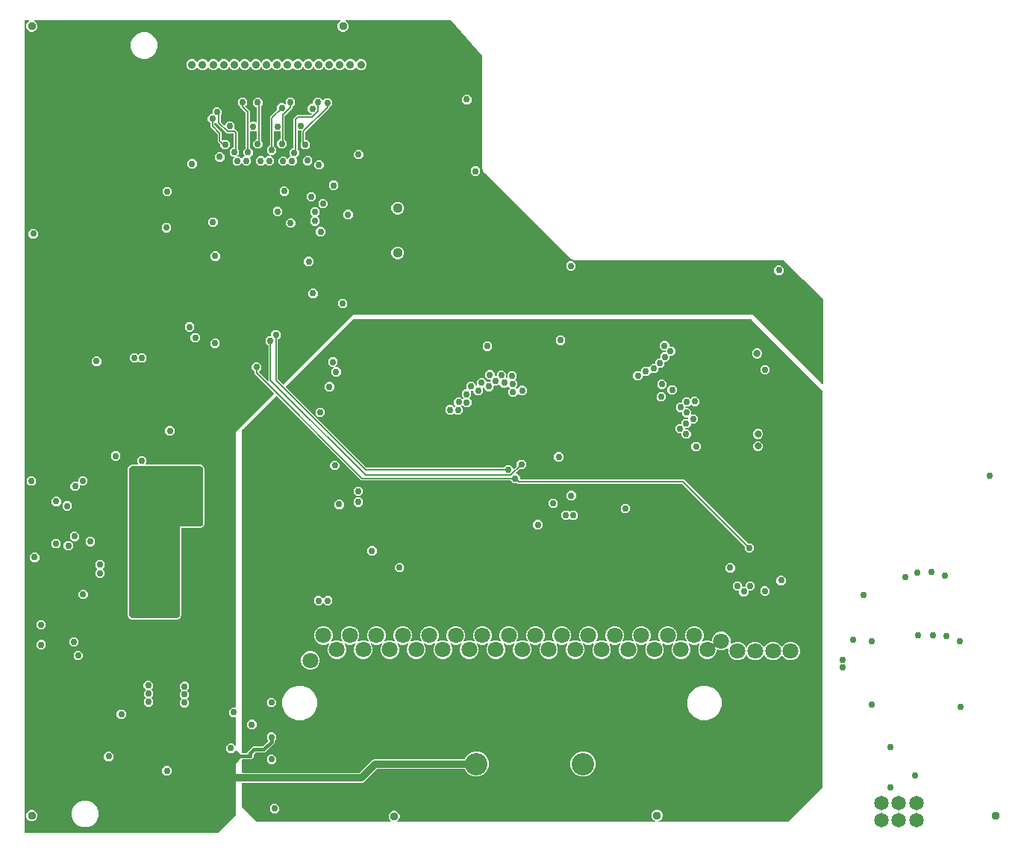
<source format=gbr>
G04 EAGLE Gerber RS-274X export*
G75*
%MOMM*%
%FSLAX34Y34*%
%LPD*%
%INCopper Layer 2*%
%IPPOS*%
%AMOC8*
5,1,8,0,0,1.08239X$1,22.5*%
G01*
%ADD10C,1.800000*%
%ADD11C,2.550000*%
%ADD12C,1.650000*%
%ADD13C,1.117600*%
%ADD14C,0.756400*%
%ADD15C,0.152400*%
%ADD16C,0.203200*%
%ADD17C,0.956400*%
%ADD18C,0.806400*%
%ADD19C,0.304800*%
%ADD20C,0.406400*%
%ADD21C,0.812800*%
%ADD22C,0.906400*%

G36*
X425050Y27190D02*
X425050Y27190D01*
X425122Y27192D01*
X425171Y27210D01*
X425222Y27219D01*
X425285Y27252D01*
X425353Y27277D01*
X425393Y27309D01*
X425439Y27334D01*
X425489Y27386D01*
X425545Y27430D01*
X425573Y27474D01*
X425609Y27512D01*
X425639Y27577D01*
X425678Y27637D01*
X425691Y27688D01*
X425712Y27735D01*
X425720Y27806D01*
X425738Y27876D01*
X425734Y27928D01*
X425740Y27979D01*
X425724Y28050D01*
X425719Y28121D01*
X425698Y28169D01*
X425687Y28220D01*
X425651Y28281D01*
X425622Y28347D01*
X425578Y28403D01*
X425561Y28431D01*
X425543Y28446D01*
X425518Y28478D01*
X424040Y29955D01*
X423080Y32274D01*
X423080Y34782D01*
X424040Y37101D01*
X425814Y38875D01*
X428133Y39835D01*
X430641Y39835D01*
X432960Y38875D01*
X434734Y37101D01*
X435694Y34782D01*
X435694Y32274D01*
X434734Y29955D01*
X433256Y28478D01*
X433215Y28420D01*
X433165Y28368D01*
X433143Y28321D01*
X433113Y28279D01*
X433092Y28210D01*
X433062Y28145D01*
X433056Y28093D01*
X433040Y28043D01*
X433042Y27972D01*
X433034Y27901D01*
X433045Y27850D01*
X433047Y27798D01*
X433071Y27730D01*
X433087Y27660D01*
X433113Y27616D01*
X433131Y27567D01*
X433176Y27511D01*
X433213Y27449D01*
X433252Y27415D01*
X433285Y27375D01*
X433345Y27336D01*
X433400Y27289D01*
X433448Y27270D01*
X433492Y27242D01*
X433561Y27224D01*
X433628Y27197D01*
X433699Y27189D01*
X433730Y27181D01*
X433754Y27183D01*
X433795Y27179D01*
X725057Y27179D01*
X725153Y27194D01*
X725250Y27204D01*
X725274Y27214D01*
X725300Y27219D01*
X725386Y27264D01*
X725475Y27304D01*
X725494Y27321D01*
X725517Y27334D01*
X725584Y27404D01*
X725656Y27470D01*
X725668Y27493D01*
X725686Y27512D01*
X725728Y27600D01*
X725774Y27686D01*
X725779Y27711D01*
X725790Y27735D01*
X725801Y27832D01*
X725818Y27928D01*
X725814Y27954D01*
X725817Y27979D01*
X725797Y28075D01*
X725782Y28171D01*
X725770Y28194D01*
X725765Y28220D01*
X725715Y28303D01*
X725671Y28390D01*
X725652Y28409D01*
X725639Y28431D01*
X725565Y28494D01*
X725495Y28562D01*
X725467Y28578D01*
X725452Y28591D01*
X725421Y28603D01*
X725348Y28643D01*
X724010Y29197D01*
X722236Y30971D01*
X721276Y33290D01*
X721276Y35798D01*
X722236Y38117D01*
X724010Y39891D01*
X726329Y40851D01*
X728837Y40851D01*
X731156Y39891D01*
X732930Y38117D01*
X733890Y35798D01*
X733890Y33290D01*
X732930Y30971D01*
X731156Y29197D01*
X729818Y28643D01*
X729735Y28592D01*
X729649Y28546D01*
X729631Y28528D01*
X729609Y28514D01*
X729547Y28439D01*
X729480Y28368D01*
X729469Y28344D01*
X729452Y28324D01*
X729417Y28233D01*
X729376Y28145D01*
X729373Y28119D01*
X729364Y28095D01*
X729360Y27997D01*
X729349Y27901D01*
X729354Y27875D01*
X729353Y27849D01*
X729380Y27755D01*
X729401Y27660D01*
X729415Y27638D01*
X729422Y27613D01*
X729477Y27533D01*
X729527Y27449D01*
X729547Y27432D01*
X729562Y27411D01*
X729640Y27352D01*
X729714Y27289D01*
X729738Y27279D01*
X729759Y27264D01*
X729852Y27234D01*
X729942Y27197D01*
X729975Y27194D01*
X729993Y27188D01*
X730026Y27188D01*
X730109Y27179D01*
X875538Y27179D01*
X875628Y27194D01*
X875719Y27201D01*
X875749Y27213D01*
X875781Y27219D01*
X875861Y27261D01*
X875945Y27297D01*
X875977Y27323D01*
X875998Y27334D01*
X876020Y27357D01*
X876076Y27402D01*
X915446Y66772D01*
X915499Y66846D01*
X915559Y66915D01*
X915571Y66945D01*
X915590Y66971D01*
X915617Y67058D01*
X915651Y67143D01*
X915655Y67184D01*
X915662Y67207D01*
X915661Y67239D01*
X915669Y67310D01*
X915669Y516636D01*
X915655Y516726D01*
X915647Y516817D01*
X915635Y516847D01*
X915630Y516879D01*
X915587Y516959D01*
X915551Y517043D01*
X915525Y517075D01*
X915514Y517096D01*
X915491Y517118D01*
X915464Y517152D01*
X915463Y517153D01*
X915462Y517154D01*
X915446Y517174D01*
X834928Y597692D01*
X834854Y597745D01*
X834785Y597805D01*
X834755Y597817D01*
X834729Y597836D01*
X834642Y597863D01*
X834557Y597897D01*
X834516Y597901D01*
X834493Y597908D01*
X834461Y597907D01*
X834390Y597915D01*
X382778Y597915D01*
X382688Y597901D01*
X382597Y597893D01*
X382567Y597881D01*
X382535Y597876D01*
X382455Y597833D01*
X382371Y597797D01*
X382339Y597771D01*
X382318Y597760D01*
X382296Y597737D01*
X382240Y597692D01*
X306290Y521743D01*
X306278Y521726D01*
X306263Y521714D01*
X306232Y521666D01*
X306225Y521658D01*
X306218Y521645D01*
X306207Y521627D01*
X306146Y521543D01*
X306141Y521524D01*
X306130Y521507D01*
X306104Y521406D01*
X306074Y521308D01*
X306075Y521288D01*
X306070Y521268D01*
X306078Y521165D01*
X306080Y521062D01*
X306087Y521043D01*
X306089Y521023D01*
X306129Y520928D01*
X306165Y520831D01*
X306177Y520815D01*
X306185Y520797D01*
X306290Y520666D01*
X397472Y429484D01*
X397546Y429431D01*
X397616Y429371D01*
X397646Y429359D01*
X397672Y429340D01*
X397759Y429313D01*
X397844Y429279D01*
X397885Y429275D01*
X397907Y429268D01*
X397939Y429269D01*
X398011Y429261D01*
X553521Y429261D01*
X553611Y429275D01*
X553702Y429283D01*
X553731Y429295D01*
X553763Y429300D01*
X553844Y429343D01*
X553928Y429379D01*
X553960Y429405D01*
X553981Y429416D01*
X554003Y429439D01*
X554059Y429484D01*
X556856Y432281D01*
X561252Y432281D01*
X564361Y429172D01*
X564361Y428771D01*
X564372Y428700D01*
X564374Y428629D01*
X564392Y428580D01*
X564400Y428528D01*
X564434Y428465D01*
X564459Y428398D01*
X564491Y428357D01*
X564516Y428311D01*
X564568Y428261D01*
X564612Y428205D01*
X564656Y428177D01*
X564694Y428141D01*
X564759Y428111D01*
X564819Y428072D01*
X564870Y428060D01*
X564917Y428038D01*
X564988Y428030D01*
X565058Y428012D01*
X565110Y428016D01*
X565161Y428011D01*
X565232Y428026D01*
X565303Y428032D01*
X565351Y428052D01*
X565402Y428063D01*
X565463Y428100D01*
X565529Y428128D01*
X565585Y428173D01*
X565613Y428189D01*
X565628Y428207D01*
X565660Y428233D01*
X568306Y430878D01*
X568350Y430939D01*
X568383Y430974D01*
X568389Y430987D01*
X568418Y431022D01*
X568430Y431052D01*
X568449Y431078D01*
X568476Y431165D01*
X568510Y431250D01*
X568515Y431291D01*
X568522Y431313D01*
X568521Y431345D01*
X568529Y431417D01*
X568529Y435372D01*
X571637Y438481D01*
X576034Y438481D01*
X579142Y435372D01*
X579142Y430976D01*
X576034Y427867D01*
X572078Y427867D01*
X571988Y427853D01*
X571897Y427845D01*
X571867Y427833D01*
X571835Y427828D01*
X571755Y427785D01*
X571671Y427749D01*
X571639Y427723D01*
X571618Y427712D01*
X571596Y427689D01*
X571540Y427644D01*
X567824Y423928D01*
X567782Y423870D01*
X567732Y423818D01*
X567711Y423771D01*
X567680Y423729D01*
X567659Y423660D01*
X567629Y423595D01*
X567623Y423543D01*
X567608Y423493D01*
X567610Y423422D01*
X567602Y423351D01*
X567613Y423300D01*
X567614Y423248D01*
X567639Y423180D01*
X567654Y423110D01*
X567681Y423065D01*
X567699Y423017D01*
X567743Y422961D01*
X567780Y422899D01*
X567820Y422865D01*
X567852Y422825D01*
X567913Y422786D01*
X567967Y422739D01*
X568015Y422720D01*
X568059Y422692D01*
X568129Y422674D01*
X568195Y422647D01*
X568267Y422639D01*
X568298Y422631D01*
X568321Y422633D01*
X568362Y422629D01*
X568872Y422629D01*
X571981Y419520D01*
X571981Y416814D01*
X571984Y416794D01*
X571982Y416775D01*
X572004Y416673D01*
X572020Y416571D01*
X572030Y416554D01*
X572034Y416534D01*
X572087Y416445D01*
X572136Y416354D01*
X572150Y416340D01*
X572160Y416323D01*
X572239Y416256D01*
X572314Y416184D01*
X572332Y416176D01*
X572347Y416163D01*
X572443Y416124D01*
X572537Y416081D01*
X572557Y416079D01*
X572575Y416071D01*
X572742Y416053D01*
X758226Y416053D01*
X830421Y343858D01*
X830495Y343805D01*
X830565Y343745D01*
X830595Y343733D01*
X830621Y343714D01*
X830708Y343687D01*
X830793Y343653D01*
X830834Y343649D01*
X830856Y343642D01*
X830888Y343643D01*
X830960Y343635D01*
X834556Y343635D01*
X837665Y340526D01*
X837665Y336130D01*
X834556Y333021D01*
X830160Y333021D01*
X827051Y336130D01*
X827051Y339726D01*
X827037Y339816D01*
X827029Y339907D01*
X827017Y339937D01*
X827012Y339969D01*
X826969Y340050D01*
X826933Y340134D01*
X826907Y340166D01*
X826896Y340186D01*
X826873Y340209D01*
X826828Y340265D01*
X756345Y410748D01*
X756271Y410801D01*
X756201Y410861D01*
X756171Y410873D01*
X756145Y410892D01*
X756058Y410919D01*
X755973Y410953D01*
X755932Y410957D01*
X755910Y410964D01*
X755878Y410963D01*
X755806Y410971D01*
X569432Y410971D01*
X568611Y411792D01*
X568537Y411845D01*
X568467Y411905D01*
X568437Y411917D01*
X568411Y411936D01*
X568324Y411963D01*
X568239Y411997D01*
X568198Y412001D01*
X568176Y412008D01*
X568144Y412007D01*
X568072Y412015D01*
X564476Y412015D01*
X561679Y414812D01*
X561605Y414865D01*
X561535Y414925D01*
X561505Y414937D01*
X561479Y414956D01*
X561392Y414983D01*
X561307Y415017D01*
X561266Y415021D01*
X561244Y415028D01*
X561212Y415027D01*
X561141Y415035D01*
X391991Y415035D01*
X390428Y416598D01*
X296325Y510701D01*
X296309Y510713D01*
X296296Y510728D01*
X296209Y510784D01*
X296125Y510845D01*
X296106Y510850D01*
X296090Y510861D01*
X295989Y510887D01*
X295890Y510917D01*
X295870Y510916D01*
X295851Y510921D01*
X295748Y510913D01*
X295644Y510911D01*
X295626Y510904D01*
X295606Y510902D01*
X295511Y510862D01*
X295413Y510826D01*
X295398Y510814D01*
X295379Y510806D01*
X295248Y510701D01*
X257018Y472470D01*
X256965Y472396D01*
X256905Y472327D01*
X256893Y472297D01*
X256874Y472271D01*
X256847Y472184D01*
X256813Y472099D01*
X256809Y472058D01*
X256802Y472035D01*
X256803Y472003D01*
X256795Y471932D01*
X256795Y106172D01*
X256798Y106152D01*
X256796Y106133D01*
X256818Y106031D01*
X256835Y105929D01*
X256844Y105912D01*
X256848Y105892D01*
X256901Y105803D01*
X256950Y105712D01*
X256964Y105698D01*
X256974Y105681D01*
X257053Y105614D01*
X257128Y105542D01*
X257146Y105534D01*
X257161Y105521D01*
X257257Y105482D01*
X257351Y105439D01*
X257371Y105437D01*
X257389Y105429D01*
X257556Y105411D01*
X261874Y105411D01*
X261894Y105414D01*
X261913Y105412D01*
X262015Y105434D01*
X262117Y105450D01*
X262134Y105460D01*
X262154Y105464D01*
X262243Y105517D01*
X262334Y105566D01*
X262348Y105580D01*
X262365Y105590D01*
X262432Y105669D01*
X262504Y105744D01*
X262512Y105762D01*
X262525Y105777D01*
X262564Y105873D01*
X262607Y105967D01*
X262609Y105987D01*
X262617Y106005D01*
X262635Y106172D01*
X262635Y106629D01*
X269037Y113031D01*
X279643Y113031D01*
X279734Y113045D01*
X279824Y113053D01*
X279854Y113065D01*
X279886Y113070D01*
X279967Y113113D01*
X280051Y113149D01*
X280083Y113175D01*
X280104Y113186D01*
X280126Y113209D01*
X280182Y113254D01*
X286056Y119128D01*
X286068Y119144D01*
X286083Y119157D01*
X286140Y119244D01*
X286200Y119328D01*
X286206Y119347D01*
X286216Y119364D01*
X286242Y119464D01*
X286272Y119563D01*
X286272Y119583D01*
X286277Y119602D01*
X286269Y119705D01*
X286266Y119809D01*
X286259Y119828D01*
X286257Y119848D01*
X286217Y119942D01*
X286181Y120040D01*
X286169Y120056D01*
X286161Y120074D01*
X286056Y120205D01*
X285015Y121246D01*
X285015Y125642D01*
X288124Y128751D01*
X292520Y128751D01*
X295629Y125642D01*
X295629Y121246D01*
X294102Y119719D01*
X294049Y119645D01*
X293989Y119575D01*
X293977Y119545D01*
X293958Y119519D01*
X293931Y119432D01*
X293897Y119347D01*
X293893Y119306D01*
X293886Y119284D01*
X293887Y119252D01*
X293879Y119181D01*
X293879Y116891D01*
X282905Y105917D01*
X272299Y105917D01*
X272208Y105903D01*
X272118Y105895D01*
X272088Y105883D01*
X272056Y105878D01*
X271975Y105835D01*
X271891Y105799D01*
X271859Y105773D01*
X271838Y105762D01*
X271816Y105739D01*
X271760Y105694D01*
X269972Y103906D01*
X269919Y103832D01*
X269859Y103762D01*
X269847Y103732D01*
X269828Y103706D01*
X269801Y103619D01*
X269767Y103534D01*
X269763Y103493D01*
X269756Y103471D01*
X269757Y103439D01*
X269749Y103367D01*
X269749Y100381D01*
X267665Y98297D01*
X257556Y98297D01*
X257536Y98294D01*
X257517Y98296D01*
X257415Y98274D01*
X257313Y98258D01*
X257296Y98248D01*
X257276Y98244D01*
X257187Y98191D01*
X257096Y98142D01*
X257082Y98128D01*
X257065Y98118D01*
X256998Y98039D01*
X256927Y97964D01*
X256918Y97946D01*
X256905Y97931D01*
X256866Y97835D01*
X256823Y97741D01*
X256821Y97721D01*
X256813Y97703D01*
X256795Y97536D01*
X256795Y83566D01*
X256798Y83546D01*
X256796Y83527D01*
X256818Y83425D01*
X256835Y83323D01*
X256844Y83306D01*
X256848Y83286D01*
X256901Y83197D01*
X256950Y83106D01*
X256964Y83092D01*
X256974Y83075D01*
X257053Y83008D01*
X257128Y82936D01*
X257146Y82928D01*
X257161Y82915D01*
X257257Y82876D01*
X257351Y82833D01*
X257371Y82831D01*
X257389Y82823D01*
X257556Y82805D01*
X389546Y82805D01*
X389636Y82819D01*
X389727Y82827D01*
X389757Y82839D01*
X389788Y82844D01*
X389869Y82887D01*
X389953Y82923D01*
X389985Y82949D01*
X390006Y82960D01*
X390028Y82983D01*
X390084Y83028D01*
X404818Y97762D01*
X406872Y98613D01*
X508835Y98613D01*
X508950Y98632D01*
X509066Y98649D01*
X509072Y98651D01*
X509078Y98652D01*
X509181Y98707D01*
X509286Y98760D01*
X509290Y98765D01*
X509296Y98768D01*
X509375Y98852D01*
X509458Y98936D01*
X509461Y98942D01*
X509465Y98946D01*
X509473Y98963D01*
X509539Y99083D01*
X510378Y101110D01*
X514394Y105126D01*
X519641Y107299D01*
X525319Y107299D01*
X530566Y105126D01*
X534582Y101110D01*
X536755Y95863D01*
X536755Y90185D01*
X534582Y84938D01*
X530566Y80922D01*
X525319Y78749D01*
X519641Y78749D01*
X514394Y80922D01*
X510378Y84938D01*
X509539Y86965D01*
X509477Y87065D01*
X509417Y87165D01*
X509412Y87169D01*
X509409Y87174D01*
X509319Y87249D01*
X509230Y87325D01*
X509224Y87327D01*
X509220Y87331D01*
X509112Y87373D01*
X509002Y87417D01*
X508995Y87418D01*
X508990Y87419D01*
X508972Y87420D01*
X508835Y87435D01*
X410614Y87435D01*
X410524Y87421D01*
X410433Y87413D01*
X410403Y87401D01*
X410372Y87396D01*
X410291Y87353D01*
X410207Y87317D01*
X410175Y87291D01*
X410154Y87280D01*
X410132Y87257D01*
X410076Y87212D01*
X395342Y72478D01*
X393288Y71627D01*
X257556Y71627D01*
X257536Y71624D01*
X257517Y71626D01*
X257415Y71604D01*
X257313Y71588D01*
X257296Y71578D01*
X257276Y71574D01*
X257187Y71521D01*
X257096Y71472D01*
X257082Y71458D01*
X257065Y71448D01*
X256998Y71369D01*
X256927Y71294D01*
X256918Y71276D01*
X256905Y71261D01*
X256866Y71165D01*
X256823Y71071D01*
X256821Y71051D01*
X256813Y71033D01*
X256795Y70866D01*
X256795Y43688D01*
X256810Y43598D01*
X256817Y43507D01*
X256829Y43477D01*
X256835Y43445D01*
X256877Y43365D01*
X256913Y43281D01*
X256939Y43249D01*
X256950Y43228D01*
X256973Y43206D01*
X257018Y43150D01*
X272766Y27402D01*
X272840Y27349D01*
X272909Y27289D01*
X272939Y27277D01*
X272965Y27258D01*
X273052Y27231D01*
X273137Y27197D01*
X273178Y27193D01*
X273201Y27186D01*
X273233Y27187D01*
X273304Y27179D01*
X424979Y27179D01*
X425050Y27190D01*
G37*
G36*
X229960Y15002D02*
X229960Y15002D01*
X230051Y15009D01*
X230081Y15021D01*
X230113Y15027D01*
X230193Y15069D01*
X230277Y15105D01*
X230309Y15131D01*
X230330Y15142D01*
X230352Y15165D01*
X230408Y15210D01*
X249712Y34514D01*
X249765Y34588D01*
X249825Y34657D01*
X249837Y34687D01*
X249856Y34713D01*
X249883Y34800D01*
X249917Y34885D01*
X249921Y34926D01*
X249928Y34949D01*
X249927Y34981D01*
X249935Y35052D01*
X249935Y107497D01*
X249924Y107567D01*
X249922Y107639D01*
X249904Y107688D01*
X249896Y107739D01*
X249862Y107803D01*
X249837Y107870D01*
X249805Y107911D01*
X249780Y107957D01*
X249729Y108006D01*
X249684Y108062D01*
X249640Y108090D01*
X249602Y108126D01*
X249537Y108156D01*
X249477Y108195D01*
X249426Y108208D01*
X249379Y108230D01*
X249308Y108238D01*
X249238Y108255D01*
X249186Y108251D01*
X249135Y108257D01*
X249064Y108242D01*
X248993Y108236D01*
X248945Y108216D01*
X248894Y108205D01*
X248833Y108168D01*
X248767Y108140D01*
X248711Y108095D01*
X248683Y108078D01*
X248668Y108061D01*
X248636Y108035D01*
X246292Y105691D01*
X241896Y105691D01*
X238787Y108800D01*
X238787Y113196D01*
X241896Y116305D01*
X246292Y116305D01*
X248636Y113961D01*
X248694Y113919D01*
X248746Y113870D01*
X248793Y113848D01*
X248835Y113818D01*
X248904Y113797D01*
X248969Y113766D01*
X249021Y113761D01*
X249071Y113745D01*
X249142Y113747D01*
X249213Y113739D01*
X249264Y113750D01*
X249316Y113752D01*
X249384Y113776D01*
X249454Y113791D01*
X249498Y113818D01*
X249547Y113836D01*
X249603Y113881D01*
X249665Y113918D01*
X249699Y113957D01*
X249739Y113990D01*
X249778Y114050D01*
X249825Y114105D01*
X249844Y114153D01*
X249872Y114197D01*
X249890Y114266D01*
X249917Y114333D01*
X249925Y114404D01*
X249933Y114435D01*
X249931Y114458D01*
X249935Y114499D01*
X249935Y145570D01*
X249932Y145590D01*
X249934Y145609D01*
X249912Y145711D01*
X249896Y145813D01*
X249886Y145830D01*
X249882Y145850D01*
X249829Y145939D01*
X249780Y146030D01*
X249766Y146044D01*
X249756Y146061D01*
X249677Y146128D01*
X249602Y146200D01*
X249584Y146208D01*
X249569Y146221D01*
X249473Y146260D01*
X249379Y146303D01*
X249359Y146305D01*
X249341Y146313D01*
X249174Y146331D01*
X245452Y146331D01*
X242343Y149440D01*
X242343Y153836D01*
X245452Y156945D01*
X249174Y156945D01*
X249194Y156948D01*
X249213Y156946D01*
X249315Y156968D01*
X249417Y156984D01*
X249434Y156994D01*
X249454Y156998D01*
X249543Y157051D01*
X249634Y157100D01*
X249648Y157114D01*
X249665Y157124D01*
X249732Y157203D01*
X249804Y157278D01*
X249812Y157296D01*
X249825Y157311D01*
X249864Y157407D01*
X249907Y157501D01*
X249909Y157521D01*
X249917Y157539D01*
X249935Y157706D01*
X249935Y470347D01*
X292769Y513180D01*
X292781Y513197D01*
X292796Y513209D01*
X292852Y513296D01*
X292913Y513380D01*
X292918Y513399D01*
X292929Y513416D01*
X292955Y513517D01*
X292985Y513615D01*
X292984Y513635D01*
X292989Y513655D01*
X292981Y513758D01*
X292979Y513861D01*
X292972Y513880D01*
X292970Y513900D01*
X292930Y513995D01*
X292894Y514092D01*
X292882Y514108D01*
X292874Y514126D01*
X292769Y514257D01*
X270801Y536225D01*
X270801Y538027D01*
X270787Y538117D01*
X270779Y538208D01*
X270767Y538237D01*
X270762Y538269D01*
X270719Y538350D01*
X270683Y538434D01*
X270657Y538466D01*
X270646Y538487D01*
X270623Y538509D01*
X270578Y538565D01*
X267781Y541362D01*
X267781Y545758D01*
X270890Y548867D01*
X275286Y548867D01*
X278395Y545758D01*
X278395Y541362D01*
X275802Y538769D01*
X275790Y538753D01*
X275774Y538740D01*
X275718Y538653D01*
X275658Y538569D01*
X275652Y538550D01*
X275641Y538533D01*
X275616Y538433D01*
X275586Y538334D01*
X275586Y538314D01*
X275581Y538295D01*
X275589Y538192D01*
X275592Y538088D01*
X275599Y538069D01*
X275601Y538050D01*
X275641Y537955D01*
X275677Y537857D01*
X275689Y537841D01*
X275697Y537823D01*
X275802Y537692D01*
X285494Y528000D01*
X285552Y527958D01*
X285604Y527909D01*
X285651Y527887D01*
X285693Y527857D01*
X285762Y527836D01*
X285827Y527805D01*
X285879Y527800D01*
X285929Y527784D01*
X286000Y527786D01*
X286071Y527778D01*
X286122Y527789D01*
X286174Y527791D01*
X286242Y527815D01*
X286312Y527830D01*
X286357Y527857D01*
X286405Y527875D01*
X286461Y527920D01*
X286523Y527957D01*
X286557Y527996D01*
X286597Y528029D01*
X286636Y528089D01*
X286683Y528144D01*
X286702Y528192D01*
X286730Y528236D01*
X286748Y528305D01*
X286775Y528372D01*
X286783Y528443D01*
X286791Y528474D01*
X286789Y528498D01*
X286793Y528538D01*
X286793Y567999D01*
X286779Y568089D01*
X286771Y568180D01*
X286759Y568209D01*
X286754Y568241D01*
X286711Y568322D01*
X286675Y568406D01*
X286649Y568438D01*
X286638Y568459D01*
X286615Y568481D01*
X286570Y568537D01*
X283773Y571334D01*
X283773Y575730D01*
X286882Y578839D01*
X289080Y578839D01*
X289100Y578842D01*
X289119Y578840D01*
X289221Y578862D01*
X289323Y578878D01*
X289340Y578888D01*
X289360Y578892D01*
X289449Y578945D01*
X289540Y578994D01*
X289554Y579008D01*
X289571Y579018D01*
X289638Y579097D01*
X289710Y579172D01*
X289718Y579190D01*
X289731Y579205D01*
X289770Y579301D01*
X289813Y579395D01*
X289815Y579415D01*
X289823Y579433D01*
X289841Y579600D01*
X289841Y582588D01*
X292950Y585697D01*
X297346Y585697D01*
X300455Y582588D01*
X300455Y578192D01*
X297658Y575395D01*
X297605Y575321D01*
X297545Y575251D01*
X297533Y575221D01*
X297514Y575195D01*
X297487Y575108D01*
X297453Y575023D01*
X297449Y574982D01*
X297442Y574960D01*
X297443Y574928D01*
X297435Y574857D01*
X297435Y529837D01*
X297449Y529746D01*
X297457Y529656D01*
X297469Y529626D01*
X297474Y529594D01*
X297517Y529513D01*
X297553Y529429D01*
X297579Y529397D01*
X297590Y529376D01*
X297613Y529354D01*
X297658Y529298D01*
X302734Y524222D01*
X302750Y524210D01*
X302763Y524195D01*
X302850Y524139D01*
X302934Y524078D01*
X302953Y524073D01*
X302969Y524062D01*
X303070Y524036D01*
X303169Y524006D01*
X303189Y524007D01*
X303208Y524002D01*
X303311Y524010D01*
X303415Y524012D01*
X303433Y524019D01*
X303453Y524021D01*
X303548Y524061D01*
X303646Y524097D01*
X303661Y524109D01*
X303680Y524117D01*
X303811Y524222D01*
X382585Y602997D01*
X836107Y602997D01*
X914624Y524480D01*
X914682Y524438D01*
X914734Y524389D01*
X914754Y524379D01*
X914761Y524373D01*
X914786Y524363D01*
X914823Y524336D01*
X914892Y524315D01*
X914957Y524285D01*
X915009Y524279D01*
X915059Y524264D01*
X915130Y524266D01*
X915201Y524258D01*
X915252Y524269D01*
X915304Y524270D01*
X915372Y524295D01*
X915442Y524310D01*
X915486Y524337D01*
X915535Y524355D01*
X915591Y524400D01*
X915622Y524418D01*
X915653Y524436D01*
X915687Y524476D01*
X915727Y524508D01*
X915766Y524569D01*
X915774Y524578D01*
X915792Y524596D01*
X915794Y524601D01*
X915813Y524623D01*
X915832Y524671D01*
X915860Y524715D01*
X915877Y524779D01*
X915895Y524819D01*
X915896Y524830D01*
X915905Y524851D01*
X915913Y524923D01*
X915921Y524954D01*
X915919Y524977D01*
X915923Y525018D01*
X915923Y620318D01*
X915907Y620414D01*
X915898Y620512D01*
X915888Y620535D01*
X915884Y620561D01*
X915838Y620647D01*
X915798Y620737D01*
X915777Y620761D01*
X915768Y620778D01*
X915745Y620801D01*
X915691Y620866D01*
X870078Y664885D01*
X870009Y664933D01*
X869944Y664988D01*
X869908Y665002D01*
X869876Y665025D01*
X869795Y665048D01*
X869716Y665080D01*
X869666Y665085D01*
X869640Y665093D01*
X869610Y665092D01*
X869550Y665098D01*
X633589Y665098D01*
X629575Y666761D01*
X530998Y765338D01*
X529335Y769352D01*
X529335Y896528D01*
X529333Y896542D01*
X529334Y896554D01*
X529324Y896599D01*
X529323Y896661D01*
X529305Y896715D01*
X529296Y896770D01*
X529264Y896830D01*
X529242Y896893D01*
X529196Y896959D01*
X529180Y896988D01*
X529166Y897002D01*
X529145Y897031D01*
X493508Y937509D01*
X493419Y937582D01*
X493331Y937657D01*
X493324Y937660D01*
X493318Y937665D01*
X493211Y937706D01*
X493103Y937749D01*
X493094Y937750D01*
X493088Y937752D01*
X493066Y937753D01*
X492936Y937767D01*
X374794Y937767D01*
X374698Y937752D01*
X374601Y937742D01*
X374577Y937732D01*
X374551Y937728D01*
X374465Y937682D01*
X374376Y937642D01*
X374357Y937625D01*
X374334Y937612D01*
X374267Y937542D01*
X374195Y937476D01*
X374182Y937453D01*
X374164Y937434D01*
X374123Y937346D01*
X374076Y937260D01*
X374072Y937235D01*
X374061Y937211D01*
X374050Y937114D01*
X374033Y937018D01*
X374037Y936992D01*
X374034Y936967D01*
X374054Y936871D01*
X374069Y936775D01*
X374080Y936752D01*
X374086Y936726D01*
X374136Y936643D01*
X374180Y936556D01*
X374199Y936537D01*
X374212Y936515D01*
X374286Y936452D01*
X374356Y936384D01*
X374384Y936368D01*
X374399Y936355D01*
X374430Y936343D01*
X374503Y936303D01*
X374921Y936130D01*
X376695Y934356D01*
X377655Y932037D01*
X377655Y929529D01*
X376695Y927210D01*
X374921Y925436D01*
X372602Y924476D01*
X370094Y924476D01*
X367775Y925436D01*
X366001Y927210D01*
X365041Y929529D01*
X365041Y932037D01*
X366001Y934356D01*
X367775Y936130D01*
X368193Y936303D01*
X368276Y936354D01*
X368362Y936400D01*
X368380Y936419D01*
X368402Y936432D01*
X368465Y936507D01*
X368532Y936578D01*
X368543Y936602D01*
X368559Y936622D01*
X368594Y936713D01*
X368635Y936801D01*
X368638Y936827D01*
X368647Y936851D01*
X368652Y936949D01*
X368662Y937045D01*
X368657Y937071D01*
X368658Y937097D01*
X368631Y937191D01*
X368610Y937286D01*
X368597Y937308D01*
X368589Y937333D01*
X368534Y937413D01*
X368484Y937497D01*
X368464Y937514D01*
X368449Y937535D01*
X368371Y937593D01*
X368297Y937657D01*
X368273Y937667D01*
X368252Y937682D01*
X368159Y937712D01*
X368069Y937749D01*
X368036Y937752D01*
X368018Y937758D01*
X367985Y937758D01*
X367902Y937767D01*
X21861Y937767D01*
X21765Y937752D01*
X21668Y937742D01*
X21644Y937732D01*
X21618Y937728D01*
X21532Y937682D01*
X21443Y937642D01*
X21424Y937625D01*
X21401Y937612D01*
X21334Y937542D01*
X21262Y937476D01*
X21249Y937453D01*
X21231Y937434D01*
X21190Y937346D01*
X21143Y937260D01*
X21139Y937235D01*
X21128Y937211D01*
X21117Y937114D01*
X21100Y937018D01*
X21104Y936992D01*
X21101Y936967D01*
X21121Y936871D01*
X21136Y936775D01*
X21147Y936752D01*
X21153Y936726D01*
X21203Y936643D01*
X21247Y936556D01*
X21266Y936537D01*
X21279Y936515D01*
X21353Y936452D01*
X21423Y936384D01*
X21451Y936368D01*
X21466Y936355D01*
X21497Y936343D01*
X21570Y936303D01*
X21988Y936130D01*
X23762Y934356D01*
X24722Y932037D01*
X24722Y929529D01*
X23762Y927210D01*
X21988Y925436D01*
X19669Y924476D01*
X17161Y924476D01*
X14842Y925436D01*
X13068Y927210D01*
X12108Y929529D01*
X12108Y932037D01*
X13068Y934356D01*
X14842Y936130D01*
X15260Y936303D01*
X15343Y936354D01*
X15429Y936400D01*
X15447Y936419D01*
X15469Y936432D01*
X15532Y936507D01*
X15599Y936578D01*
X15610Y936602D01*
X15626Y936622D01*
X15661Y936713D01*
X15702Y936801D01*
X15705Y936827D01*
X15714Y936851D01*
X15719Y936949D01*
X15729Y937045D01*
X15724Y937071D01*
X15725Y937097D01*
X15698Y937191D01*
X15677Y937286D01*
X15664Y937308D01*
X15656Y937333D01*
X15601Y937413D01*
X15551Y937497D01*
X15531Y937514D01*
X15516Y937535D01*
X15438Y937593D01*
X15364Y937657D01*
X15340Y937667D01*
X15319Y937682D01*
X15226Y937712D01*
X15136Y937749D01*
X15103Y937752D01*
X15085Y937758D01*
X15052Y937758D01*
X14969Y937767D01*
X10668Y937767D01*
X10648Y937764D01*
X10629Y937766D01*
X10527Y937744D01*
X10425Y937728D01*
X10408Y937718D01*
X10388Y937714D01*
X10299Y937661D01*
X10208Y937612D01*
X10194Y937598D01*
X10177Y937588D01*
X10110Y937509D01*
X10039Y937434D01*
X10030Y937416D01*
X10017Y937401D01*
X9978Y937305D01*
X9935Y937211D01*
X9933Y937191D01*
X9925Y937173D01*
X9907Y937006D01*
X9907Y15748D01*
X9910Y15728D01*
X9908Y15709D01*
X9930Y15607D01*
X9947Y15505D01*
X9956Y15488D01*
X9960Y15468D01*
X10013Y15379D01*
X10062Y15288D01*
X10076Y15274D01*
X10086Y15257D01*
X10165Y15190D01*
X10240Y15119D01*
X10258Y15110D01*
X10273Y15097D01*
X10369Y15058D01*
X10463Y15015D01*
X10483Y15013D01*
X10501Y15005D01*
X10668Y14987D01*
X229870Y14987D01*
X229960Y15002D01*
G37*
%LPC*%
G36*
X131730Y257301D02*
X131730Y257301D01*
X129676Y258152D01*
X128104Y259724D01*
X127253Y261778D01*
X127253Y428340D01*
X128104Y430394D01*
X129676Y431966D01*
X131730Y432817D01*
X138485Y432817D01*
X138555Y432828D01*
X138627Y432830D01*
X138676Y432848D01*
X138727Y432856D01*
X138791Y432890D01*
X138858Y432915D01*
X138899Y432947D01*
X138945Y432972D01*
X138994Y433024D01*
X139050Y433068D01*
X139078Y433112D01*
X139114Y433150D01*
X139144Y433215D01*
X139183Y433275D01*
X139196Y433326D01*
X139218Y433373D01*
X139226Y433444D01*
X139243Y433514D01*
X139239Y433566D01*
X139245Y433617D01*
X139230Y433688D01*
X139224Y433759D01*
X139204Y433807D01*
X139193Y433858D01*
X139156Y433919D01*
X139128Y433985D01*
X139083Y434041D01*
X139066Y434069D01*
X139049Y434084D01*
X139023Y434116D01*
X137949Y435190D01*
X137949Y439586D01*
X141058Y442695D01*
X145454Y442695D01*
X148563Y439586D01*
X148563Y435190D01*
X147489Y434116D01*
X147447Y434058D01*
X147398Y434006D01*
X147376Y433959D01*
X147346Y433917D01*
X147324Y433848D01*
X147294Y433783D01*
X147289Y433731D01*
X147273Y433681D01*
X147275Y433610D01*
X147267Y433539D01*
X147278Y433488D01*
X147280Y433436D01*
X147304Y433368D01*
X147319Y433298D01*
X147346Y433253D01*
X147364Y433205D01*
X147409Y433149D01*
X147446Y433087D01*
X147485Y433053D01*
X147518Y433013D01*
X147578Y432974D01*
X147633Y432927D01*
X147681Y432908D01*
X147725Y432880D01*
X147794Y432862D01*
X147861Y432835D01*
X147932Y432827D01*
X147963Y432819D01*
X147986Y432821D01*
X148027Y432817D01*
X209900Y432817D01*
X211954Y431966D01*
X213526Y430394D01*
X214377Y428340D01*
X214377Y365410D01*
X213526Y363356D01*
X211954Y361784D01*
X209900Y360933D01*
X188722Y360933D01*
X188702Y360930D01*
X188683Y360932D01*
X188581Y360910D01*
X188479Y360894D01*
X188462Y360884D01*
X188442Y360880D01*
X188353Y360827D01*
X188262Y360778D01*
X188248Y360764D01*
X188231Y360754D01*
X188164Y360675D01*
X188092Y360600D01*
X188084Y360582D01*
X188071Y360567D01*
X188032Y360471D01*
X187989Y360377D01*
X187987Y360357D01*
X187979Y360339D01*
X187961Y360172D01*
X187961Y261778D01*
X187110Y259724D01*
X185538Y258152D01*
X183484Y257301D01*
X131730Y257301D01*
G37*
%LPD*%
%LPC*%
G36*
X816797Y210789D02*
X816797Y210789D01*
X812928Y212392D01*
X809968Y215352D01*
X808365Y219221D01*
X808365Y223408D01*
X808375Y223432D01*
X808398Y223527D01*
X808426Y223620D01*
X808426Y223646D01*
X808432Y223671D01*
X808422Y223768D01*
X808420Y223866D01*
X808411Y223890D01*
X808408Y223916D01*
X808369Y224005D01*
X808335Y224097D01*
X808319Y224117D01*
X808309Y224141D01*
X808243Y224213D01*
X808182Y224289D01*
X808160Y224303D01*
X808142Y224322D01*
X808057Y224369D01*
X807975Y224422D01*
X807949Y224428D01*
X807927Y224441D01*
X807831Y224458D01*
X807736Y224482D01*
X807710Y224480D01*
X807685Y224484D01*
X807588Y224470D01*
X807491Y224463D01*
X807467Y224452D01*
X807441Y224449D01*
X807354Y224405D01*
X807265Y224366D01*
X807239Y224346D01*
X807222Y224337D01*
X807199Y224314D01*
X807134Y224262D01*
X806435Y223563D01*
X802567Y221961D01*
X798380Y221961D01*
X796407Y222778D01*
X796363Y222788D01*
X796321Y222807D01*
X796244Y222816D01*
X796168Y222834D01*
X796122Y222829D01*
X796077Y222834D01*
X796000Y222818D01*
X795923Y222811D01*
X795881Y222792D01*
X795836Y222782D01*
X795769Y222742D01*
X795698Y222711D01*
X795664Y222680D01*
X795625Y222656D01*
X795574Y222597D01*
X795517Y222544D01*
X795495Y222504D01*
X795465Y222469D01*
X795436Y222397D01*
X795399Y222329D01*
X795390Y222284D01*
X795373Y222241D01*
X795358Y222105D01*
X795355Y222087D01*
X795356Y222082D01*
X795355Y222074D01*
X795355Y220631D01*
X793752Y216762D01*
X790792Y213802D01*
X786923Y212199D01*
X782737Y212199D01*
X778868Y213802D01*
X775908Y216762D01*
X774305Y220631D01*
X774305Y224817D01*
X775935Y228753D01*
X775952Y228823D01*
X775977Y228889D01*
X775980Y228941D01*
X775991Y228992D01*
X775985Y229063D01*
X775988Y229135D01*
X775973Y229185D01*
X775968Y229237D01*
X775939Y229303D01*
X775919Y229371D01*
X775890Y229414D01*
X775868Y229462D01*
X775820Y229515D01*
X775779Y229573D01*
X775737Y229605D01*
X775702Y229643D01*
X775639Y229677D01*
X775582Y229720D01*
X775532Y229736D01*
X775486Y229761D01*
X775416Y229774D01*
X775348Y229796D01*
X775296Y229796D01*
X775244Y229805D01*
X775173Y229795D01*
X775102Y229794D01*
X775033Y229774D01*
X775001Y229769D01*
X774980Y229759D01*
X774941Y229747D01*
X771903Y228489D01*
X767717Y228489D01*
X764679Y229747D01*
X764609Y229764D01*
X764543Y229789D01*
X764491Y229792D01*
X764440Y229803D01*
X764369Y229797D01*
X764297Y229800D01*
X764247Y229785D01*
X764195Y229780D01*
X764129Y229751D01*
X764061Y229731D01*
X764018Y229702D01*
X763970Y229680D01*
X763917Y229632D01*
X763859Y229591D01*
X763828Y229549D01*
X763789Y229514D01*
X763755Y229451D01*
X763712Y229394D01*
X763696Y229344D01*
X763671Y229298D01*
X763658Y229228D01*
X763636Y229160D01*
X763636Y229108D01*
X763627Y229056D01*
X763637Y228985D01*
X763638Y228914D01*
X763658Y228845D01*
X763663Y228813D01*
X763673Y228792D01*
X763685Y228753D01*
X765315Y224817D01*
X765315Y220631D01*
X763712Y216762D01*
X760752Y213802D01*
X756883Y212199D01*
X752697Y212199D01*
X748828Y213802D01*
X745868Y216762D01*
X744265Y220631D01*
X744265Y224817D01*
X745895Y228753D01*
X745912Y228823D01*
X745937Y228889D01*
X745940Y228941D01*
X745951Y228992D01*
X745945Y229063D01*
X745948Y229135D01*
X745933Y229185D01*
X745928Y229237D01*
X745899Y229303D01*
X745879Y229371D01*
X745850Y229414D01*
X745828Y229462D01*
X745780Y229515D01*
X745739Y229573D01*
X745697Y229605D01*
X745662Y229643D01*
X745599Y229677D01*
X745542Y229720D01*
X745492Y229736D01*
X745446Y229761D01*
X745376Y229774D01*
X745308Y229796D01*
X745256Y229796D01*
X745204Y229805D01*
X745133Y229795D01*
X745062Y229794D01*
X744993Y229774D01*
X744961Y229769D01*
X744940Y229759D01*
X744901Y229747D01*
X741863Y228489D01*
X737677Y228489D01*
X734639Y229747D01*
X734569Y229764D01*
X734503Y229789D01*
X734451Y229792D01*
X734400Y229803D01*
X734329Y229797D01*
X734257Y229800D01*
X734207Y229785D01*
X734155Y229780D01*
X734089Y229751D01*
X734021Y229731D01*
X733978Y229702D01*
X733930Y229680D01*
X733877Y229632D01*
X733819Y229591D01*
X733788Y229549D01*
X733749Y229514D01*
X733715Y229451D01*
X733672Y229394D01*
X733656Y229344D01*
X733631Y229298D01*
X733618Y229228D01*
X733596Y229160D01*
X733596Y229108D01*
X733587Y229056D01*
X733597Y228985D01*
X733598Y228914D01*
X733618Y228845D01*
X733623Y228813D01*
X733633Y228792D01*
X733645Y228753D01*
X735275Y224817D01*
X735275Y220631D01*
X733672Y216762D01*
X730712Y213802D01*
X726843Y212199D01*
X722657Y212199D01*
X718788Y213802D01*
X715828Y216762D01*
X714225Y220631D01*
X714225Y224817D01*
X715855Y228753D01*
X715872Y228823D01*
X715897Y228889D01*
X715900Y228941D01*
X715911Y228992D01*
X715905Y229063D01*
X715908Y229135D01*
X715893Y229185D01*
X715888Y229237D01*
X715859Y229303D01*
X715839Y229371D01*
X715810Y229414D01*
X715788Y229462D01*
X715740Y229515D01*
X715699Y229573D01*
X715657Y229605D01*
X715622Y229643D01*
X715559Y229677D01*
X715502Y229720D01*
X715452Y229736D01*
X715406Y229761D01*
X715336Y229774D01*
X715268Y229796D01*
X715216Y229796D01*
X715164Y229805D01*
X715093Y229795D01*
X715022Y229794D01*
X714953Y229774D01*
X714921Y229769D01*
X714900Y229759D01*
X714861Y229747D01*
X711823Y228489D01*
X707637Y228489D01*
X704599Y229747D01*
X704529Y229764D01*
X704463Y229789D01*
X704411Y229792D01*
X704360Y229803D01*
X704289Y229797D01*
X704217Y229800D01*
X704167Y229785D01*
X704115Y229780D01*
X704049Y229751D01*
X703981Y229731D01*
X703938Y229702D01*
X703890Y229680D01*
X703837Y229632D01*
X703779Y229591D01*
X703748Y229549D01*
X703709Y229514D01*
X703675Y229451D01*
X703632Y229394D01*
X703616Y229344D01*
X703591Y229298D01*
X703578Y229228D01*
X703556Y229160D01*
X703556Y229108D01*
X703547Y229056D01*
X703557Y228985D01*
X703558Y228914D01*
X703578Y228845D01*
X703583Y228813D01*
X703593Y228792D01*
X703605Y228753D01*
X705235Y224817D01*
X705235Y220631D01*
X703632Y216762D01*
X700672Y213802D01*
X696803Y212199D01*
X692617Y212199D01*
X688748Y213802D01*
X685788Y216762D01*
X684185Y220631D01*
X684185Y224817D01*
X685815Y228753D01*
X685832Y228823D01*
X685857Y228889D01*
X685860Y228941D01*
X685871Y228992D01*
X685865Y229063D01*
X685868Y229135D01*
X685853Y229185D01*
X685848Y229237D01*
X685819Y229303D01*
X685799Y229371D01*
X685770Y229414D01*
X685748Y229462D01*
X685700Y229515D01*
X685659Y229573D01*
X685617Y229605D01*
X685582Y229643D01*
X685519Y229677D01*
X685462Y229720D01*
X685412Y229736D01*
X685366Y229761D01*
X685296Y229774D01*
X685228Y229796D01*
X685176Y229796D01*
X685124Y229805D01*
X685053Y229795D01*
X684982Y229794D01*
X684913Y229774D01*
X684881Y229769D01*
X684860Y229759D01*
X684821Y229747D01*
X681783Y228489D01*
X677597Y228489D01*
X674559Y229747D01*
X674489Y229764D01*
X674423Y229789D01*
X674371Y229792D01*
X674320Y229803D01*
X674249Y229797D01*
X674177Y229800D01*
X674127Y229785D01*
X674075Y229780D01*
X674009Y229751D01*
X673941Y229731D01*
X673898Y229702D01*
X673850Y229680D01*
X673797Y229632D01*
X673739Y229591D01*
X673708Y229549D01*
X673669Y229514D01*
X673635Y229451D01*
X673592Y229394D01*
X673576Y229344D01*
X673551Y229298D01*
X673538Y229228D01*
X673516Y229160D01*
X673516Y229108D01*
X673507Y229056D01*
X673517Y228985D01*
X673518Y228914D01*
X673538Y228845D01*
X673543Y228813D01*
X673553Y228792D01*
X673565Y228753D01*
X675195Y224817D01*
X675195Y220631D01*
X673592Y216762D01*
X670632Y213802D01*
X666763Y212199D01*
X662577Y212199D01*
X658708Y213802D01*
X655748Y216762D01*
X654145Y220631D01*
X654145Y224817D01*
X655775Y228753D01*
X655792Y228823D01*
X655817Y228889D01*
X655820Y228941D01*
X655831Y228992D01*
X655825Y229063D01*
X655828Y229135D01*
X655813Y229185D01*
X655808Y229237D01*
X655779Y229303D01*
X655759Y229371D01*
X655730Y229414D01*
X655708Y229462D01*
X655660Y229515D01*
X655619Y229573D01*
X655577Y229604D01*
X655542Y229643D01*
X655479Y229677D01*
X655422Y229720D01*
X655372Y229736D01*
X655326Y229761D01*
X655256Y229774D01*
X655188Y229796D01*
X655136Y229796D01*
X655084Y229805D01*
X655013Y229795D01*
X654942Y229794D01*
X654873Y229774D01*
X654841Y229769D01*
X654820Y229759D01*
X654781Y229747D01*
X651743Y228489D01*
X647557Y228489D01*
X644519Y229747D01*
X644449Y229764D01*
X644383Y229789D01*
X644331Y229792D01*
X644280Y229803D01*
X644209Y229797D01*
X644137Y229800D01*
X644087Y229785D01*
X644035Y229780D01*
X643969Y229751D01*
X643901Y229731D01*
X643858Y229702D01*
X643810Y229680D01*
X643757Y229632D01*
X643699Y229591D01*
X643668Y229549D01*
X643629Y229514D01*
X643595Y229451D01*
X643552Y229394D01*
X643536Y229344D01*
X643511Y229298D01*
X643498Y229228D01*
X643476Y229160D01*
X643476Y229108D01*
X643467Y229056D01*
X643477Y228985D01*
X643478Y228914D01*
X643498Y228845D01*
X643503Y228813D01*
X643513Y228792D01*
X643525Y228753D01*
X645155Y224817D01*
X645155Y220631D01*
X643552Y216762D01*
X640592Y213802D01*
X636723Y212199D01*
X632537Y212199D01*
X628668Y213802D01*
X625708Y216762D01*
X624105Y220631D01*
X624105Y224817D01*
X625735Y228753D01*
X625752Y228823D01*
X625777Y228889D01*
X625780Y228941D01*
X625791Y228992D01*
X625785Y229063D01*
X625788Y229135D01*
X625773Y229185D01*
X625768Y229237D01*
X625739Y229303D01*
X625719Y229371D01*
X625690Y229414D01*
X625668Y229462D01*
X625620Y229515D01*
X625579Y229573D01*
X625537Y229604D01*
X625502Y229643D01*
X625439Y229677D01*
X625382Y229720D01*
X625332Y229736D01*
X625286Y229761D01*
X625216Y229774D01*
X625148Y229796D01*
X625096Y229796D01*
X625044Y229805D01*
X624973Y229795D01*
X624902Y229794D01*
X624833Y229774D01*
X624801Y229769D01*
X624780Y229759D01*
X624741Y229747D01*
X621703Y228489D01*
X617517Y228489D01*
X614479Y229747D01*
X614409Y229764D01*
X614343Y229789D01*
X614291Y229792D01*
X614240Y229803D01*
X614169Y229797D01*
X614097Y229800D01*
X614047Y229785D01*
X613995Y229780D01*
X613929Y229751D01*
X613861Y229731D01*
X613818Y229702D01*
X613770Y229680D01*
X613717Y229632D01*
X613659Y229591D01*
X613628Y229549D01*
X613589Y229514D01*
X613555Y229451D01*
X613512Y229394D01*
X613496Y229344D01*
X613471Y229298D01*
X613458Y229228D01*
X613436Y229160D01*
X613436Y229108D01*
X613427Y229056D01*
X613437Y228985D01*
X613438Y228914D01*
X613458Y228845D01*
X613463Y228813D01*
X613473Y228792D01*
X613485Y228753D01*
X615115Y224817D01*
X615115Y220631D01*
X613512Y216762D01*
X610552Y213802D01*
X606683Y212199D01*
X602497Y212199D01*
X598628Y213802D01*
X595668Y216762D01*
X594065Y220631D01*
X594065Y224817D01*
X595695Y228753D01*
X595712Y228823D01*
X595737Y228889D01*
X595740Y228941D01*
X595751Y228992D01*
X595745Y229063D01*
X595748Y229135D01*
X595733Y229185D01*
X595728Y229237D01*
X595699Y229303D01*
X595679Y229371D01*
X595650Y229414D01*
X595628Y229462D01*
X595580Y229515D01*
X595539Y229573D01*
X595497Y229604D01*
X595462Y229643D01*
X595399Y229677D01*
X595342Y229720D01*
X595292Y229736D01*
X595246Y229761D01*
X595176Y229774D01*
X595108Y229796D01*
X595056Y229796D01*
X595004Y229805D01*
X594933Y229795D01*
X594862Y229794D01*
X594793Y229774D01*
X594761Y229769D01*
X594740Y229759D01*
X594701Y229747D01*
X591663Y228489D01*
X587477Y228489D01*
X584439Y229747D01*
X584369Y229764D01*
X584303Y229789D01*
X584251Y229792D01*
X584200Y229803D01*
X584129Y229797D01*
X584057Y229800D01*
X584007Y229785D01*
X583955Y229780D01*
X583889Y229751D01*
X583821Y229731D01*
X583778Y229702D01*
X583730Y229680D01*
X583677Y229632D01*
X583619Y229591D01*
X583588Y229549D01*
X583549Y229514D01*
X583515Y229451D01*
X583472Y229394D01*
X583456Y229344D01*
X583431Y229298D01*
X583418Y229228D01*
X583396Y229160D01*
X583396Y229108D01*
X583387Y229056D01*
X583397Y228985D01*
X583398Y228914D01*
X583418Y228845D01*
X583423Y228813D01*
X583433Y228792D01*
X583445Y228753D01*
X585075Y224817D01*
X585075Y220631D01*
X583472Y216762D01*
X580512Y213802D01*
X576643Y212199D01*
X572457Y212199D01*
X568588Y213802D01*
X565628Y216762D01*
X564025Y220631D01*
X564025Y224817D01*
X565655Y228753D01*
X565672Y228823D01*
X565697Y228889D01*
X565700Y228941D01*
X565711Y228992D01*
X565705Y229063D01*
X565708Y229135D01*
X565693Y229185D01*
X565688Y229237D01*
X565659Y229303D01*
X565639Y229371D01*
X565610Y229414D01*
X565588Y229462D01*
X565540Y229515D01*
X565499Y229573D01*
X565457Y229604D01*
X565422Y229643D01*
X565359Y229677D01*
X565302Y229720D01*
X565252Y229736D01*
X565206Y229761D01*
X565136Y229774D01*
X565068Y229796D01*
X565016Y229796D01*
X564964Y229805D01*
X564893Y229795D01*
X564822Y229794D01*
X564753Y229774D01*
X564721Y229769D01*
X564700Y229759D01*
X564661Y229747D01*
X561623Y228489D01*
X557437Y228489D01*
X554399Y229747D01*
X554329Y229764D01*
X554263Y229789D01*
X554211Y229792D01*
X554160Y229803D01*
X554089Y229797D01*
X554017Y229800D01*
X553967Y229785D01*
X553915Y229780D01*
X553849Y229751D01*
X553781Y229731D01*
X553738Y229702D01*
X553690Y229680D01*
X553638Y229632D01*
X553579Y229591D01*
X553548Y229549D01*
X553509Y229514D01*
X553475Y229451D01*
X553432Y229394D01*
X553416Y229344D01*
X553391Y229298D01*
X553378Y229228D01*
X553356Y229160D01*
X553356Y229108D01*
X553347Y229056D01*
X553357Y228985D01*
X553358Y228914D01*
X553378Y228845D01*
X553383Y228813D01*
X553393Y228792D01*
X553405Y228753D01*
X555035Y224817D01*
X555035Y220631D01*
X553432Y216762D01*
X550472Y213802D01*
X546603Y212199D01*
X542417Y212199D01*
X538548Y213802D01*
X535588Y216762D01*
X533985Y220631D01*
X533985Y224817D01*
X535615Y228753D01*
X535632Y228823D01*
X535657Y228889D01*
X535660Y228941D01*
X535671Y228992D01*
X535665Y229063D01*
X535668Y229135D01*
X535653Y229185D01*
X535648Y229237D01*
X535619Y229303D01*
X535599Y229371D01*
X535570Y229414D01*
X535548Y229462D01*
X535500Y229515D01*
X535459Y229573D01*
X535417Y229604D01*
X535382Y229643D01*
X535319Y229677D01*
X535262Y229720D01*
X535212Y229736D01*
X535166Y229761D01*
X535096Y229774D01*
X535028Y229796D01*
X534976Y229796D01*
X534924Y229805D01*
X534853Y229795D01*
X534782Y229794D01*
X534713Y229774D01*
X534681Y229769D01*
X534660Y229759D01*
X534621Y229747D01*
X531583Y228489D01*
X527397Y228489D01*
X524359Y229747D01*
X524289Y229764D01*
X524223Y229789D01*
X524171Y229792D01*
X524120Y229803D01*
X524049Y229797D01*
X523977Y229800D01*
X523927Y229785D01*
X523875Y229780D01*
X523809Y229751D01*
X523741Y229731D01*
X523698Y229702D01*
X523650Y229680D01*
X523598Y229632D01*
X523539Y229591D01*
X523508Y229549D01*
X523469Y229514D01*
X523435Y229451D01*
X523392Y229394D01*
X523376Y229344D01*
X523351Y229298D01*
X523338Y229228D01*
X523316Y229160D01*
X523316Y229108D01*
X523307Y229056D01*
X523317Y228985D01*
X523318Y228914D01*
X523338Y228845D01*
X523343Y228813D01*
X523353Y228792D01*
X523365Y228753D01*
X524995Y224817D01*
X524995Y220631D01*
X523392Y216762D01*
X520432Y213802D01*
X516563Y212199D01*
X512377Y212199D01*
X508508Y213802D01*
X505548Y216762D01*
X503945Y220631D01*
X503945Y224817D01*
X505575Y228753D01*
X505592Y228823D01*
X505617Y228889D01*
X505620Y228941D01*
X505631Y228992D01*
X505625Y229063D01*
X505628Y229135D01*
X505613Y229185D01*
X505608Y229237D01*
X505579Y229303D01*
X505559Y229371D01*
X505530Y229414D01*
X505508Y229462D01*
X505460Y229515D01*
X505419Y229573D01*
X505377Y229604D01*
X505342Y229643D01*
X505279Y229677D01*
X505222Y229720D01*
X505172Y229736D01*
X505126Y229761D01*
X505056Y229774D01*
X504988Y229796D01*
X504936Y229796D01*
X504884Y229805D01*
X504813Y229795D01*
X504742Y229794D01*
X504673Y229774D01*
X504641Y229769D01*
X504620Y229759D01*
X504581Y229747D01*
X501543Y228489D01*
X497357Y228489D01*
X494319Y229747D01*
X494249Y229764D01*
X494183Y229789D01*
X494131Y229792D01*
X494080Y229803D01*
X494009Y229797D01*
X493937Y229800D01*
X493887Y229785D01*
X493835Y229780D01*
X493769Y229751D01*
X493701Y229731D01*
X493658Y229702D01*
X493610Y229680D01*
X493558Y229632D01*
X493499Y229591D01*
X493468Y229549D01*
X493429Y229514D01*
X493395Y229451D01*
X493352Y229394D01*
X493336Y229344D01*
X493311Y229298D01*
X493298Y229228D01*
X493276Y229160D01*
X493276Y229108D01*
X493267Y229056D01*
X493277Y228985D01*
X493278Y228914D01*
X493298Y228845D01*
X493303Y228813D01*
X493313Y228792D01*
X493325Y228753D01*
X494955Y224817D01*
X494955Y220631D01*
X493352Y216762D01*
X490392Y213802D01*
X486523Y212199D01*
X482337Y212199D01*
X478468Y213802D01*
X475508Y216762D01*
X473905Y220631D01*
X473905Y224817D01*
X475535Y228753D01*
X475552Y228823D01*
X475577Y228889D01*
X475580Y228941D01*
X475591Y228992D01*
X475585Y229063D01*
X475588Y229135D01*
X475573Y229185D01*
X475568Y229237D01*
X475539Y229303D01*
X475519Y229371D01*
X475490Y229414D01*
X475468Y229462D01*
X475420Y229515D01*
X475379Y229573D01*
X475337Y229604D01*
X475302Y229643D01*
X475239Y229677D01*
X475182Y229720D01*
X475132Y229736D01*
X475086Y229761D01*
X475016Y229774D01*
X474948Y229796D01*
X474896Y229796D01*
X474844Y229805D01*
X474773Y229795D01*
X474702Y229794D01*
X474633Y229774D01*
X474601Y229769D01*
X474580Y229759D01*
X474541Y229747D01*
X471503Y228489D01*
X467317Y228489D01*
X464279Y229747D01*
X464209Y229764D01*
X464143Y229789D01*
X464091Y229792D01*
X464040Y229803D01*
X463969Y229797D01*
X463897Y229800D01*
X463847Y229785D01*
X463795Y229780D01*
X463729Y229751D01*
X463661Y229731D01*
X463618Y229702D01*
X463570Y229680D01*
X463518Y229632D01*
X463459Y229591D01*
X463428Y229549D01*
X463389Y229514D01*
X463355Y229451D01*
X463312Y229394D01*
X463296Y229344D01*
X463271Y229298D01*
X463258Y229228D01*
X463236Y229160D01*
X463236Y229108D01*
X463227Y229056D01*
X463237Y228985D01*
X463238Y228914D01*
X463258Y228845D01*
X463263Y228813D01*
X463273Y228792D01*
X463285Y228753D01*
X464915Y224817D01*
X464915Y220631D01*
X463312Y216762D01*
X460352Y213802D01*
X456483Y212199D01*
X452297Y212199D01*
X448428Y213802D01*
X445468Y216762D01*
X443865Y220631D01*
X443865Y224817D01*
X445495Y228753D01*
X445512Y228823D01*
X445537Y228889D01*
X445540Y228941D01*
X445551Y228992D01*
X445545Y229063D01*
X445548Y229135D01*
X445533Y229185D01*
X445528Y229237D01*
X445499Y229303D01*
X445479Y229371D01*
X445450Y229414D01*
X445428Y229462D01*
X445380Y229515D01*
X445339Y229573D01*
X445297Y229605D01*
X445262Y229643D01*
X445199Y229677D01*
X445142Y229720D01*
X445092Y229736D01*
X445046Y229761D01*
X444976Y229774D01*
X444908Y229796D01*
X444856Y229796D01*
X444804Y229805D01*
X444733Y229795D01*
X444662Y229794D01*
X444593Y229774D01*
X444561Y229769D01*
X444540Y229759D01*
X444501Y229747D01*
X441463Y228489D01*
X437277Y228489D01*
X434239Y229747D01*
X434169Y229764D01*
X434103Y229789D01*
X434051Y229792D01*
X434000Y229803D01*
X433929Y229797D01*
X433857Y229800D01*
X433807Y229785D01*
X433755Y229780D01*
X433689Y229751D01*
X433621Y229731D01*
X433578Y229702D01*
X433530Y229680D01*
X433477Y229632D01*
X433419Y229591D01*
X433388Y229549D01*
X433349Y229514D01*
X433315Y229451D01*
X433272Y229394D01*
X433256Y229344D01*
X433231Y229298D01*
X433218Y229228D01*
X433196Y229160D01*
X433196Y229108D01*
X433187Y229056D01*
X433197Y228985D01*
X433198Y228914D01*
X433218Y228845D01*
X433223Y228813D01*
X433233Y228792D01*
X433245Y228753D01*
X434875Y224817D01*
X434875Y220631D01*
X433272Y216762D01*
X430312Y213802D01*
X426443Y212199D01*
X422257Y212199D01*
X418388Y213802D01*
X415428Y216762D01*
X413825Y220631D01*
X413825Y224817D01*
X415455Y228753D01*
X415472Y228823D01*
X415497Y228889D01*
X415500Y228941D01*
X415511Y228992D01*
X415505Y229063D01*
X415508Y229135D01*
X415493Y229185D01*
X415488Y229237D01*
X415459Y229303D01*
X415439Y229371D01*
X415410Y229414D01*
X415388Y229462D01*
X415340Y229515D01*
X415299Y229573D01*
X415257Y229605D01*
X415222Y229643D01*
X415159Y229677D01*
X415102Y229720D01*
X415052Y229736D01*
X415006Y229761D01*
X414936Y229774D01*
X414868Y229796D01*
X414816Y229796D01*
X414764Y229805D01*
X414693Y229795D01*
X414622Y229794D01*
X414553Y229774D01*
X414521Y229769D01*
X414500Y229759D01*
X414461Y229747D01*
X411423Y228489D01*
X407237Y228489D01*
X404199Y229747D01*
X404129Y229764D01*
X404063Y229789D01*
X404011Y229792D01*
X403960Y229803D01*
X403889Y229797D01*
X403817Y229800D01*
X403767Y229785D01*
X403715Y229780D01*
X403649Y229751D01*
X403581Y229731D01*
X403538Y229702D01*
X403490Y229680D01*
X403437Y229632D01*
X403379Y229591D01*
X403348Y229549D01*
X403309Y229514D01*
X403275Y229451D01*
X403232Y229394D01*
X403216Y229344D01*
X403191Y229298D01*
X403178Y229228D01*
X403156Y229160D01*
X403156Y229108D01*
X403147Y229056D01*
X403157Y228985D01*
X403158Y228914D01*
X403178Y228845D01*
X403183Y228813D01*
X403193Y228792D01*
X403205Y228753D01*
X404835Y224817D01*
X404835Y220631D01*
X403232Y216762D01*
X400272Y213802D01*
X396403Y212199D01*
X392217Y212199D01*
X388348Y213802D01*
X385388Y216762D01*
X383785Y220631D01*
X383785Y224817D01*
X385415Y228753D01*
X385432Y228823D01*
X385457Y228889D01*
X385460Y228941D01*
X385471Y228992D01*
X385465Y229063D01*
X385468Y229135D01*
X385453Y229185D01*
X385448Y229237D01*
X385419Y229303D01*
X385399Y229371D01*
X385370Y229414D01*
X385348Y229462D01*
X385300Y229515D01*
X385259Y229573D01*
X385217Y229605D01*
X385182Y229643D01*
X385119Y229677D01*
X385062Y229720D01*
X385012Y229736D01*
X384966Y229761D01*
X384896Y229774D01*
X384828Y229796D01*
X384776Y229796D01*
X384724Y229805D01*
X384653Y229795D01*
X384582Y229794D01*
X384513Y229774D01*
X384481Y229769D01*
X384460Y229759D01*
X384421Y229747D01*
X381383Y228489D01*
X377197Y228489D01*
X374159Y229747D01*
X374089Y229764D01*
X374023Y229789D01*
X373971Y229792D01*
X373920Y229803D01*
X373849Y229797D01*
X373777Y229800D01*
X373727Y229785D01*
X373675Y229780D01*
X373609Y229751D01*
X373541Y229731D01*
X373498Y229702D01*
X373450Y229680D01*
X373397Y229632D01*
X373339Y229591D01*
X373308Y229549D01*
X373269Y229514D01*
X373235Y229451D01*
X373192Y229394D01*
X373176Y229344D01*
X373151Y229298D01*
X373138Y229228D01*
X373116Y229160D01*
X373116Y229108D01*
X373107Y229056D01*
X373117Y228985D01*
X373118Y228914D01*
X373138Y228845D01*
X373143Y228813D01*
X373153Y228792D01*
X373165Y228753D01*
X374795Y224817D01*
X374795Y220631D01*
X373192Y216762D01*
X370232Y213802D01*
X366363Y212199D01*
X362177Y212199D01*
X358308Y213802D01*
X355348Y216762D01*
X353745Y220631D01*
X353745Y224817D01*
X355375Y228753D01*
X355392Y228823D01*
X355417Y228889D01*
X355420Y228941D01*
X355431Y228992D01*
X355425Y229063D01*
X355428Y229135D01*
X355413Y229185D01*
X355408Y229237D01*
X355379Y229303D01*
X355359Y229371D01*
X355330Y229414D01*
X355308Y229462D01*
X355260Y229515D01*
X355219Y229573D01*
X355177Y229605D01*
X355142Y229643D01*
X355079Y229677D01*
X355022Y229720D01*
X354972Y229736D01*
X354926Y229761D01*
X354856Y229774D01*
X354788Y229796D01*
X354736Y229796D01*
X354684Y229805D01*
X354613Y229795D01*
X354542Y229794D01*
X354473Y229774D01*
X354441Y229769D01*
X354420Y229759D01*
X354381Y229747D01*
X351343Y228489D01*
X347157Y228489D01*
X343288Y230092D01*
X340328Y233052D01*
X338725Y236921D01*
X338725Y241107D01*
X340328Y244976D01*
X343288Y247936D01*
X347157Y249539D01*
X351343Y249539D01*
X355212Y247936D01*
X358172Y244976D01*
X359775Y241107D01*
X359775Y236921D01*
X358145Y232985D01*
X358135Y232946D01*
X358124Y232921D01*
X358121Y232898D01*
X358103Y232849D01*
X358100Y232797D01*
X358089Y232746D01*
X358095Y232675D01*
X358092Y232603D01*
X358107Y232553D01*
X358112Y232501D01*
X358141Y232435D01*
X358161Y232367D01*
X358190Y232324D01*
X358212Y232276D01*
X358260Y232223D01*
X358301Y232165D01*
X358343Y232133D01*
X358378Y232095D01*
X358441Y232061D01*
X358498Y232018D01*
X358548Y232002D01*
X358594Y231977D01*
X358664Y231964D01*
X358732Y231942D01*
X358784Y231942D01*
X358836Y231933D01*
X358907Y231943D01*
X358978Y231944D01*
X359047Y231964D01*
X359079Y231969D01*
X359100Y231979D01*
X359139Y231991D01*
X362177Y233249D01*
X366363Y233249D01*
X369401Y231991D01*
X369468Y231975D01*
X369471Y231973D01*
X369473Y231973D01*
X369537Y231949D01*
X369589Y231946D01*
X369640Y231935D01*
X369711Y231941D01*
X369783Y231938D01*
X369833Y231953D01*
X369885Y231958D01*
X369951Y231987D01*
X370019Y232007D01*
X370062Y232036D01*
X370110Y232058D01*
X370163Y232106D01*
X370221Y232147D01*
X370252Y232189D01*
X370291Y232224D01*
X370325Y232287D01*
X370368Y232344D01*
X370384Y232394D01*
X370409Y232440D01*
X370422Y232510D01*
X370444Y232578D01*
X370444Y232630D01*
X370453Y232682D01*
X370443Y232753D01*
X370443Y232756D01*
X370443Y232757D01*
X370442Y232824D01*
X370422Y232893D01*
X370417Y232925D01*
X370407Y232946D01*
X370395Y232985D01*
X368765Y236921D01*
X368765Y241107D01*
X370368Y244976D01*
X373328Y247936D01*
X377197Y249539D01*
X381383Y249539D01*
X385252Y247936D01*
X388212Y244976D01*
X389815Y241107D01*
X389815Y236921D01*
X388185Y232985D01*
X388175Y232946D01*
X388164Y232921D01*
X388161Y232898D01*
X388143Y232849D01*
X388140Y232797D01*
X388129Y232746D01*
X388135Y232675D01*
X388132Y232603D01*
X388147Y232553D01*
X388152Y232501D01*
X388181Y232435D01*
X388201Y232367D01*
X388230Y232324D01*
X388252Y232276D01*
X388300Y232223D01*
X388341Y232165D01*
X388383Y232133D01*
X388418Y232095D01*
X388481Y232061D01*
X388538Y232018D01*
X388588Y232002D01*
X388634Y231977D01*
X388704Y231964D01*
X388772Y231942D01*
X388824Y231942D01*
X388876Y231933D01*
X388947Y231943D01*
X389018Y231944D01*
X389087Y231964D01*
X389119Y231969D01*
X389140Y231979D01*
X389179Y231991D01*
X392217Y233249D01*
X396403Y233249D01*
X399441Y231991D01*
X399508Y231975D01*
X399511Y231973D01*
X399513Y231973D01*
X399577Y231949D01*
X399629Y231946D01*
X399680Y231935D01*
X399751Y231941D01*
X399823Y231938D01*
X399873Y231953D01*
X399925Y231958D01*
X399991Y231987D01*
X400059Y232007D01*
X400102Y232036D01*
X400150Y232058D01*
X400203Y232106D01*
X400261Y232147D01*
X400292Y232189D01*
X400331Y232224D01*
X400365Y232287D01*
X400408Y232344D01*
X400424Y232394D01*
X400449Y232440D01*
X400462Y232510D01*
X400484Y232578D01*
X400484Y232630D01*
X400493Y232682D01*
X400483Y232753D01*
X400483Y232756D01*
X400483Y232757D01*
X400482Y232824D01*
X400462Y232893D01*
X400457Y232925D01*
X400447Y232946D01*
X400435Y232985D01*
X398805Y236921D01*
X398805Y241107D01*
X400408Y244976D01*
X403368Y247936D01*
X407237Y249539D01*
X411423Y249539D01*
X415292Y247936D01*
X418252Y244976D01*
X419855Y241107D01*
X419855Y236921D01*
X418225Y232985D01*
X418215Y232946D01*
X418204Y232921D01*
X418201Y232898D01*
X418183Y232849D01*
X418180Y232797D01*
X418169Y232746D01*
X418175Y232675D01*
X418172Y232603D01*
X418187Y232553D01*
X418192Y232501D01*
X418221Y232435D01*
X418241Y232367D01*
X418270Y232324D01*
X418292Y232276D01*
X418340Y232223D01*
X418381Y232165D01*
X418423Y232133D01*
X418458Y232095D01*
X418521Y232061D01*
X418578Y232018D01*
X418628Y232002D01*
X418674Y231977D01*
X418744Y231964D01*
X418812Y231942D01*
X418864Y231942D01*
X418916Y231933D01*
X418987Y231943D01*
X419058Y231944D01*
X419127Y231964D01*
X419159Y231969D01*
X419180Y231979D01*
X419219Y231991D01*
X422257Y233249D01*
X426443Y233249D01*
X429481Y231991D01*
X429548Y231975D01*
X429551Y231973D01*
X429553Y231973D01*
X429617Y231949D01*
X429669Y231946D01*
X429720Y231935D01*
X429791Y231941D01*
X429863Y231938D01*
X429913Y231953D01*
X429965Y231958D01*
X430031Y231987D01*
X430099Y232007D01*
X430142Y232036D01*
X430190Y232058D01*
X430243Y232106D01*
X430301Y232147D01*
X430332Y232189D01*
X430371Y232224D01*
X430405Y232287D01*
X430448Y232344D01*
X430464Y232394D01*
X430489Y232440D01*
X430502Y232510D01*
X430524Y232578D01*
X430524Y232630D01*
X430533Y232682D01*
X430523Y232753D01*
X430523Y232756D01*
X430523Y232757D01*
X430522Y232824D01*
X430502Y232893D01*
X430497Y232925D01*
X430487Y232946D01*
X430475Y232985D01*
X428845Y236921D01*
X428845Y241107D01*
X430448Y244976D01*
X433408Y247936D01*
X437277Y249539D01*
X441463Y249539D01*
X445332Y247936D01*
X448292Y244976D01*
X449895Y241107D01*
X449895Y236921D01*
X448265Y232985D01*
X448255Y232946D01*
X448244Y232921D01*
X448241Y232898D01*
X448223Y232849D01*
X448220Y232797D01*
X448209Y232746D01*
X448215Y232675D01*
X448212Y232603D01*
X448227Y232553D01*
X448232Y232501D01*
X448261Y232435D01*
X448281Y232367D01*
X448310Y232324D01*
X448332Y232276D01*
X448380Y232223D01*
X448421Y232165D01*
X448463Y232134D01*
X448498Y232095D01*
X448561Y232061D01*
X448618Y232018D01*
X448668Y232002D01*
X448714Y231977D01*
X448784Y231964D01*
X448852Y231942D01*
X448904Y231942D01*
X448956Y231933D01*
X449027Y231943D01*
X449098Y231944D01*
X449167Y231964D01*
X449199Y231969D01*
X449220Y231979D01*
X449259Y231991D01*
X452297Y233249D01*
X456483Y233249D01*
X459521Y231991D01*
X459588Y231975D01*
X459592Y231973D01*
X459593Y231973D01*
X459657Y231949D01*
X459709Y231946D01*
X459760Y231935D01*
X459831Y231941D01*
X459903Y231938D01*
X459953Y231953D01*
X460005Y231958D01*
X460071Y231987D01*
X460139Y232007D01*
X460182Y232036D01*
X460230Y232058D01*
X460282Y232106D01*
X460341Y232147D01*
X460372Y232189D01*
X460411Y232224D01*
X460445Y232287D01*
X460488Y232344D01*
X460504Y232394D01*
X460529Y232440D01*
X460542Y232510D01*
X460564Y232578D01*
X460564Y232630D01*
X460573Y232682D01*
X460563Y232753D01*
X460563Y232756D01*
X460563Y232757D01*
X460562Y232824D01*
X460542Y232893D01*
X460537Y232925D01*
X460527Y232946D01*
X460515Y232985D01*
X458885Y236921D01*
X458885Y241107D01*
X460488Y244976D01*
X463448Y247936D01*
X467317Y249539D01*
X471503Y249539D01*
X475372Y247936D01*
X478332Y244976D01*
X479935Y241107D01*
X479935Y236921D01*
X478305Y232985D01*
X478295Y232946D01*
X478284Y232921D01*
X478281Y232898D01*
X478263Y232849D01*
X478260Y232797D01*
X478249Y232746D01*
X478255Y232675D01*
X478252Y232603D01*
X478267Y232553D01*
X478272Y232501D01*
X478301Y232435D01*
X478321Y232367D01*
X478350Y232324D01*
X478372Y232276D01*
X478420Y232223D01*
X478461Y232165D01*
X478503Y232134D01*
X478538Y232095D01*
X478601Y232061D01*
X478658Y232018D01*
X478708Y232002D01*
X478754Y231977D01*
X478824Y231964D01*
X478892Y231942D01*
X478944Y231942D01*
X478996Y231933D01*
X479067Y231943D01*
X479138Y231944D01*
X479207Y231964D01*
X479239Y231969D01*
X479260Y231979D01*
X479299Y231991D01*
X482337Y233249D01*
X486523Y233249D01*
X489561Y231991D01*
X489628Y231975D01*
X489632Y231973D01*
X489633Y231973D01*
X489697Y231949D01*
X489749Y231946D01*
X489800Y231935D01*
X489871Y231941D01*
X489943Y231938D01*
X489993Y231953D01*
X490045Y231958D01*
X490111Y231987D01*
X490179Y232007D01*
X490222Y232036D01*
X490270Y232058D01*
X490322Y232106D01*
X490381Y232147D01*
X490412Y232189D01*
X490451Y232224D01*
X490485Y232287D01*
X490528Y232344D01*
X490544Y232394D01*
X490569Y232440D01*
X490582Y232510D01*
X490604Y232578D01*
X490604Y232630D01*
X490613Y232682D01*
X490603Y232753D01*
X490603Y232756D01*
X490603Y232757D01*
X490602Y232824D01*
X490582Y232893D01*
X490577Y232925D01*
X490567Y232946D01*
X490555Y232985D01*
X488925Y236921D01*
X488925Y241107D01*
X490528Y244976D01*
X493488Y247936D01*
X497357Y249539D01*
X501543Y249539D01*
X505412Y247936D01*
X508372Y244976D01*
X509975Y241107D01*
X509975Y236921D01*
X508345Y232985D01*
X508335Y232946D01*
X508324Y232921D01*
X508321Y232898D01*
X508303Y232849D01*
X508300Y232797D01*
X508289Y232746D01*
X508295Y232675D01*
X508292Y232603D01*
X508307Y232553D01*
X508312Y232501D01*
X508341Y232435D01*
X508361Y232367D01*
X508390Y232324D01*
X508412Y232276D01*
X508460Y232223D01*
X508501Y232165D01*
X508543Y232134D01*
X508578Y232095D01*
X508641Y232061D01*
X508698Y232018D01*
X508748Y232002D01*
X508794Y231977D01*
X508864Y231964D01*
X508932Y231942D01*
X508984Y231942D01*
X509036Y231933D01*
X509107Y231943D01*
X509178Y231944D01*
X509247Y231964D01*
X509279Y231969D01*
X509300Y231979D01*
X509339Y231991D01*
X512377Y233249D01*
X516563Y233249D01*
X519601Y231991D01*
X519668Y231975D01*
X519672Y231973D01*
X519673Y231973D01*
X519737Y231949D01*
X519789Y231946D01*
X519840Y231935D01*
X519911Y231941D01*
X519983Y231938D01*
X520033Y231953D01*
X520085Y231958D01*
X520151Y231987D01*
X520219Y232007D01*
X520262Y232036D01*
X520310Y232058D01*
X520362Y232106D01*
X520421Y232147D01*
X520452Y232189D01*
X520491Y232224D01*
X520525Y232287D01*
X520568Y232344D01*
X520584Y232394D01*
X520609Y232440D01*
X520622Y232510D01*
X520644Y232578D01*
X520644Y232630D01*
X520653Y232682D01*
X520643Y232753D01*
X520643Y232756D01*
X520643Y232757D01*
X520642Y232824D01*
X520622Y232893D01*
X520617Y232925D01*
X520607Y232946D01*
X520595Y232985D01*
X518965Y236921D01*
X518965Y241107D01*
X520568Y244976D01*
X523528Y247936D01*
X527397Y249539D01*
X531583Y249539D01*
X535452Y247936D01*
X538412Y244976D01*
X540015Y241107D01*
X540015Y236921D01*
X538385Y232985D01*
X538375Y232946D01*
X538364Y232921D01*
X538361Y232898D01*
X538343Y232849D01*
X538340Y232797D01*
X538329Y232746D01*
X538335Y232675D01*
X538332Y232603D01*
X538347Y232553D01*
X538352Y232501D01*
X538381Y232435D01*
X538401Y232367D01*
X538430Y232324D01*
X538452Y232276D01*
X538500Y232223D01*
X538541Y232165D01*
X538583Y232134D01*
X538618Y232095D01*
X538681Y232061D01*
X538738Y232018D01*
X538788Y232002D01*
X538834Y231977D01*
X538904Y231964D01*
X538972Y231942D01*
X539024Y231942D01*
X539076Y231933D01*
X539147Y231943D01*
X539218Y231944D01*
X539287Y231964D01*
X539319Y231969D01*
X539340Y231979D01*
X539379Y231991D01*
X542417Y233249D01*
X546603Y233249D01*
X549641Y231991D01*
X549708Y231975D01*
X549712Y231973D01*
X549713Y231973D01*
X549777Y231949D01*
X549829Y231946D01*
X549880Y231935D01*
X549951Y231941D01*
X550023Y231938D01*
X550073Y231953D01*
X550125Y231958D01*
X550191Y231987D01*
X550259Y232007D01*
X550302Y232036D01*
X550350Y232058D01*
X550403Y232106D01*
X550461Y232147D01*
X550492Y232189D01*
X550531Y232224D01*
X550565Y232287D01*
X550608Y232344D01*
X550624Y232394D01*
X550649Y232440D01*
X550662Y232510D01*
X550684Y232578D01*
X550684Y232630D01*
X550693Y232682D01*
X550683Y232753D01*
X550683Y232756D01*
X550683Y232757D01*
X550682Y232824D01*
X550662Y232893D01*
X550657Y232925D01*
X550647Y232946D01*
X550635Y232985D01*
X549005Y236921D01*
X549005Y241107D01*
X550608Y244976D01*
X553568Y247936D01*
X557437Y249539D01*
X561623Y249539D01*
X565492Y247936D01*
X568452Y244976D01*
X570055Y241107D01*
X570055Y236921D01*
X568425Y232985D01*
X568415Y232946D01*
X568404Y232921D01*
X568401Y232898D01*
X568383Y232849D01*
X568380Y232797D01*
X568369Y232746D01*
X568375Y232675D01*
X568372Y232603D01*
X568387Y232553D01*
X568392Y232501D01*
X568421Y232435D01*
X568441Y232367D01*
X568470Y232324D01*
X568492Y232276D01*
X568540Y232223D01*
X568581Y232165D01*
X568623Y232134D01*
X568658Y232095D01*
X568721Y232061D01*
X568778Y232018D01*
X568828Y232002D01*
X568874Y231977D01*
X568944Y231964D01*
X569012Y231942D01*
X569064Y231942D01*
X569116Y231933D01*
X569187Y231943D01*
X569258Y231944D01*
X569327Y231964D01*
X569359Y231969D01*
X569380Y231979D01*
X569419Y231991D01*
X572457Y233249D01*
X576643Y233249D01*
X579681Y231991D01*
X579748Y231975D01*
X579752Y231973D01*
X579753Y231973D01*
X579817Y231949D01*
X579869Y231946D01*
X579920Y231935D01*
X579991Y231941D01*
X580063Y231938D01*
X580113Y231953D01*
X580165Y231958D01*
X580231Y231987D01*
X580299Y232007D01*
X580342Y232036D01*
X580390Y232058D01*
X580443Y232106D01*
X580501Y232147D01*
X580532Y232189D01*
X580571Y232224D01*
X580605Y232287D01*
X580648Y232344D01*
X580664Y232394D01*
X580689Y232440D01*
X580702Y232510D01*
X580724Y232578D01*
X580724Y232630D01*
X580733Y232682D01*
X580723Y232753D01*
X580723Y232756D01*
X580723Y232757D01*
X580722Y232824D01*
X580702Y232893D01*
X580697Y232925D01*
X580687Y232946D01*
X580675Y232985D01*
X579045Y236921D01*
X579045Y241107D01*
X580648Y244976D01*
X583608Y247936D01*
X587477Y249539D01*
X591663Y249539D01*
X595532Y247936D01*
X598492Y244976D01*
X600095Y241107D01*
X600095Y236921D01*
X598465Y232985D01*
X598455Y232946D01*
X598444Y232921D01*
X598441Y232898D01*
X598423Y232849D01*
X598420Y232797D01*
X598409Y232746D01*
X598415Y232675D01*
X598412Y232603D01*
X598427Y232553D01*
X598432Y232501D01*
X598461Y232435D01*
X598481Y232367D01*
X598510Y232324D01*
X598532Y232276D01*
X598580Y232223D01*
X598621Y232165D01*
X598663Y232134D01*
X598698Y232095D01*
X598761Y232061D01*
X598818Y232018D01*
X598868Y232002D01*
X598914Y231977D01*
X598984Y231964D01*
X599052Y231942D01*
X599104Y231942D01*
X599156Y231933D01*
X599227Y231943D01*
X599298Y231944D01*
X599367Y231964D01*
X599399Y231969D01*
X599420Y231979D01*
X599459Y231991D01*
X602497Y233249D01*
X606683Y233249D01*
X609721Y231991D01*
X609788Y231975D01*
X609792Y231973D01*
X609793Y231973D01*
X609857Y231949D01*
X609909Y231946D01*
X609960Y231935D01*
X610031Y231941D01*
X610103Y231938D01*
X610153Y231953D01*
X610205Y231958D01*
X610271Y231987D01*
X610339Y232007D01*
X610382Y232036D01*
X610430Y232058D01*
X610483Y232106D01*
X610541Y232147D01*
X610572Y232189D01*
X610611Y232224D01*
X610645Y232287D01*
X610688Y232344D01*
X610704Y232394D01*
X610729Y232440D01*
X610742Y232510D01*
X610764Y232578D01*
X610764Y232630D01*
X610773Y232682D01*
X610763Y232753D01*
X610763Y232756D01*
X610763Y232757D01*
X610762Y232824D01*
X610742Y232893D01*
X610737Y232925D01*
X610727Y232946D01*
X610715Y232985D01*
X609085Y236921D01*
X609085Y241107D01*
X610688Y244976D01*
X613648Y247936D01*
X617517Y249539D01*
X621703Y249539D01*
X625572Y247936D01*
X628532Y244976D01*
X630135Y241107D01*
X630135Y236921D01*
X628505Y232985D01*
X628495Y232946D01*
X628484Y232921D01*
X628481Y232898D01*
X628463Y232849D01*
X628460Y232797D01*
X628449Y232746D01*
X628455Y232675D01*
X628452Y232603D01*
X628467Y232553D01*
X628472Y232501D01*
X628501Y232435D01*
X628521Y232367D01*
X628550Y232324D01*
X628572Y232276D01*
X628620Y232223D01*
X628661Y232165D01*
X628703Y232134D01*
X628738Y232095D01*
X628801Y232061D01*
X628858Y232018D01*
X628908Y232002D01*
X628954Y231977D01*
X629024Y231964D01*
X629092Y231942D01*
X629144Y231942D01*
X629196Y231933D01*
X629267Y231943D01*
X629338Y231944D01*
X629407Y231964D01*
X629439Y231969D01*
X629460Y231979D01*
X629499Y231991D01*
X632537Y233249D01*
X636723Y233249D01*
X639761Y231991D01*
X639828Y231975D01*
X639832Y231973D01*
X639833Y231973D01*
X639897Y231949D01*
X639949Y231946D01*
X640000Y231935D01*
X640071Y231941D01*
X640143Y231938D01*
X640193Y231953D01*
X640245Y231958D01*
X640311Y231987D01*
X640379Y232007D01*
X640422Y232036D01*
X640470Y232058D01*
X640523Y232106D01*
X640581Y232147D01*
X640612Y232189D01*
X640651Y232224D01*
X640685Y232287D01*
X640728Y232344D01*
X640744Y232394D01*
X640769Y232440D01*
X640782Y232510D01*
X640804Y232578D01*
X640804Y232630D01*
X640813Y232682D01*
X640803Y232753D01*
X640803Y232756D01*
X640803Y232757D01*
X640802Y232824D01*
X640782Y232893D01*
X640777Y232925D01*
X640767Y232946D01*
X640755Y232985D01*
X639125Y236921D01*
X639125Y241107D01*
X640728Y244976D01*
X643688Y247936D01*
X647557Y249539D01*
X651743Y249539D01*
X655612Y247936D01*
X658572Y244976D01*
X660175Y241107D01*
X660175Y236921D01*
X658545Y232985D01*
X658535Y232946D01*
X658524Y232921D01*
X658521Y232898D01*
X658503Y232849D01*
X658500Y232797D01*
X658489Y232746D01*
X658495Y232675D01*
X658492Y232603D01*
X658507Y232553D01*
X658512Y232501D01*
X658541Y232435D01*
X658561Y232367D01*
X658590Y232324D01*
X658612Y232276D01*
X658660Y232223D01*
X658701Y232165D01*
X658743Y232133D01*
X658778Y232095D01*
X658841Y232061D01*
X658898Y232018D01*
X658948Y232002D01*
X658994Y231977D01*
X659064Y231964D01*
X659132Y231942D01*
X659184Y231942D01*
X659236Y231933D01*
X659307Y231943D01*
X659378Y231944D01*
X659447Y231964D01*
X659479Y231969D01*
X659500Y231979D01*
X659539Y231991D01*
X662577Y233249D01*
X666763Y233249D01*
X669801Y231991D01*
X669868Y231975D01*
X669871Y231973D01*
X669873Y231973D01*
X669937Y231949D01*
X669989Y231946D01*
X670040Y231935D01*
X670111Y231941D01*
X670183Y231938D01*
X670233Y231953D01*
X670285Y231958D01*
X670351Y231987D01*
X670419Y232007D01*
X670462Y232036D01*
X670510Y232058D01*
X670563Y232106D01*
X670621Y232147D01*
X670652Y232189D01*
X670691Y232224D01*
X670725Y232287D01*
X670768Y232344D01*
X670784Y232394D01*
X670809Y232440D01*
X670822Y232510D01*
X670844Y232578D01*
X670844Y232630D01*
X670853Y232682D01*
X670843Y232753D01*
X670843Y232756D01*
X670843Y232757D01*
X670842Y232824D01*
X670822Y232893D01*
X670817Y232925D01*
X670807Y232946D01*
X670795Y232985D01*
X669165Y236921D01*
X669165Y241107D01*
X670768Y244976D01*
X673728Y247936D01*
X677597Y249539D01*
X681783Y249539D01*
X685652Y247936D01*
X688612Y244976D01*
X690215Y241107D01*
X690215Y236921D01*
X688585Y232985D01*
X688575Y232946D01*
X688564Y232921D01*
X688561Y232898D01*
X688543Y232849D01*
X688540Y232797D01*
X688529Y232746D01*
X688535Y232675D01*
X688532Y232603D01*
X688547Y232553D01*
X688552Y232501D01*
X688581Y232435D01*
X688601Y232367D01*
X688630Y232324D01*
X688652Y232276D01*
X688700Y232223D01*
X688741Y232165D01*
X688783Y232133D01*
X688818Y232095D01*
X688881Y232061D01*
X688938Y232018D01*
X688988Y232002D01*
X689034Y231977D01*
X689104Y231964D01*
X689172Y231942D01*
X689224Y231942D01*
X689276Y231933D01*
X689347Y231943D01*
X689418Y231944D01*
X689487Y231964D01*
X689519Y231969D01*
X689540Y231979D01*
X689579Y231991D01*
X692617Y233249D01*
X696803Y233249D01*
X699841Y231991D01*
X699908Y231975D01*
X699911Y231973D01*
X699913Y231973D01*
X699977Y231949D01*
X700029Y231946D01*
X700080Y231935D01*
X700151Y231941D01*
X700223Y231938D01*
X700273Y231953D01*
X700325Y231958D01*
X700391Y231987D01*
X700459Y232007D01*
X700502Y232036D01*
X700550Y232058D01*
X700603Y232106D01*
X700661Y232147D01*
X700692Y232189D01*
X700731Y232224D01*
X700765Y232287D01*
X700808Y232344D01*
X700824Y232394D01*
X700849Y232440D01*
X700862Y232510D01*
X700884Y232578D01*
X700884Y232630D01*
X700893Y232682D01*
X700883Y232753D01*
X700883Y232756D01*
X700883Y232757D01*
X700882Y232824D01*
X700862Y232893D01*
X700857Y232925D01*
X700847Y232946D01*
X700835Y232985D01*
X699205Y236921D01*
X699205Y241107D01*
X700808Y244976D01*
X703768Y247936D01*
X707637Y249539D01*
X711823Y249539D01*
X715692Y247936D01*
X718652Y244976D01*
X720255Y241107D01*
X720255Y236921D01*
X718625Y232985D01*
X718615Y232946D01*
X718604Y232921D01*
X718601Y232898D01*
X718583Y232849D01*
X718580Y232797D01*
X718569Y232746D01*
X718575Y232675D01*
X718572Y232603D01*
X718587Y232553D01*
X718592Y232501D01*
X718621Y232435D01*
X718641Y232367D01*
X718670Y232324D01*
X718692Y232276D01*
X718740Y232223D01*
X718781Y232165D01*
X718823Y232133D01*
X718858Y232095D01*
X718921Y232061D01*
X718978Y232018D01*
X719028Y232002D01*
X719074Y231977D01*
X719144Y231964D01*
X719212Y231942D01*
X719264Y231942D01*
X719316Y231933D01*
X719387Y231943D01*
X719458Y231944D01*
X719527Y231964D01*
X719559Y231969D01*
X719580Y231979D01*
X719619Y231991D01*
X722657Y233249D01*
X726843Y233249D01*
X729881Y231991D01*
X729948Y231975D01*
X729951Y231973D01*
X729953Y231973D01*
X730017Y231949D01*
X730069Y231946D01*
X730120Y231935D01*
X730191Y231941D01*
X730263Y231938D01*
X730313Y231953D01*
X730365Y231958D01*
X730431Y231987D01*
X730499Y232007D01*
X730542Y232036D01*
X730590Y232058D01*
X730643Y232106D01*
X730701Y232147D01*
X730732Y232189D01*
X730771Y232224D01*
X730805Y232287D01*
X730848Y232344D01*
X730864Y232394D01*
X730889Y232440D01*
X730902Y232510D01*
X730924Y232578D01*
X730924Y232630D01*
X730933Y232682D01*
X730923Y232753D01*
X730923Y232756D01*
X730923Y232757D01*
X730922Y232824D01*
X730902Y232893D01*
X730897Y232925D01*
X730887Y232946D01*
X730875Y232985D01*
X729245Y236921D01*
X729245Y241107D01*
X730848Y244976D01*
X733808Y247936D01*
X737677Y249539D01*
X741863Y249539D01*
X745732Y247936D01*
X748692Y244976D01*
X750295Y241107D01*
X750295Y236921D01*
X748665Y232985D01*
X748655Y232946D01*
X748644Y232921D01*
X748641Y232898D01*
X748623Y232849D01*
X748620Y232797D01*
X748609Y232746D01*
X748615Y232675D01*
X748612Y232603D01*
X748627Y232553D01*
X748632Y232501D01*
X748661Y232435D01*
X748681Y232367D01*
X748710Y232324D01*
X748732Y232276D01*
X748780Y232223D01*
X748821Y232165D01*
X748863Y232133D01*
X748898Y232095D01*
X748961Y232061D01*
X749018Y232018D01*
X749068Y232002D01*
X749114Y231977D01*
X749184Y231964D01*
X749252Y231942D01*
X749304Y231942D01*
X749356Y231933D01*
X749427Y231943D01*
X749498Y231944D01*
X749567Y231964D01*
X749599Y231969D01*
X749620Y231979D01*
X749659Y231991D01*
X752697Y233249D01*
X756883Y233249D01*
X759921Y231991D01*
X759988Y231975D01*
X759991Y231973D01*
X759993Y231973D01*
X760057Y231949D01*
X760109Y231946D01*
X760160Y231935D01*
X760231Y231941D01*
X760303Y231938D01*
X760353Y231953D01*
X760405Y231958D01*
X760471Y231987D01*
X760539Y232007D01*
X760582Y232036D01*
X760630Y232058D01*
X760683Y232106D01*
X760741Y232147D01*
X760772Y232189D01*
X760811Y232224D01*
X760845Y232287D01*
X760888Y232344D01*
X760904Y232394D01*
X760929Y232440D01*
X760942Y232510D01*
X760964Y232578D01*
X760964Y232630D01*
X760973Y232682D01*
X760963Y232753D01*
X760963Y232756D01*
X760963Y232757D01*
X760962Y232824D01*
X760942Y232893D01*
X760937Y232925D01*
X760927Y232946D01*
X760915Y232985D01*
X759285Y236921D01*
X759285Y241107D01*
X760888Y244976D01*
X763848Y247936D01*
X767717Y249539D01*
X771903Y249539D01*
X775772Y247936D01*
X778732Y244976D01*
X780335Y241107D01*
X780335Y236921D01*
X778705Y232985D01*
X778695Y232946D01*
X778684Y232921D01*
X778681Y232898D01*
X778663Y232849D01*
X778660Y232797D01*
X778649Y232746D01*
X778655Y232675D01*
X778652Y232603D01*
X778667Y232553D01*
X778672Y232501D01*
X778701Y232435D01*
X778721Y232367D01*
X778750Y232324D01*
X778772Y232276D01*
X778820Y232223D01*
X778861Y232165D01*
X778903Y232133D01*
X778938Y232095D01*
X779001Y232061D01*
X779058Y232018D01*
X779108Y232002D01*
X779154Y231977D01*
X779224Y231964D01*
X779292Y231942D01*
X779344Y231942D01*
X779396Y231933D01*
X779467Y231943D01*
X779538Y231944D01*
X779607Y231964D01*
X779639Y231969D01*
X779660Y231979D01*
X779699Y231991D01*
X782737Y233249D01*
X786923Y233249D01*
X788896Y232432D01*
X788941Y232421D01*
X788982Y232402D01*
X789060Y232393D01*
X789135Y232376D01*
X789181Y232380D01*
X789227Y232375D01*
X789303Y232391D01*
X789380Y232399D01*
X789422Y232417D01*
X789467Y232427D01*
X789534Y232467D01*
X789605Y232499D01*
X789639Y232530D01*
X789678Y232553D01*
X789729Y232612D01*
X789786Y232665D01*
X789808Y232705D01*
X789838Y232740D01*
X789867Y232812D01*
X789905Y232881D01*
X789913Y232926D01*
X789930Y232968D01*
X789945Y233104D01*
X789948Y233123D01*
X789948Y233128D01*
X789949Y233135D01*
X789949Y234579D01*
X791551Y238447D01*
X794511Y241408D01*
X798380Y243010D01*
X802567Y243010D01*
X806435Y241408D01*
X809396Y238447D01*
X810998Y234579D01*
X810998Y230392D01*
X810988Y230367D01*
X810966Y230273D01*
X810937Y230179D01*
X810938Y230153D01*
X810932Y230128D01*
X810941Y230031D01*
X810943Y229934D01*
X810952Y229909D01*
X810955Y229883D01*
X810994Y229794D01*
X811028Y229703D01*
X811044Y229682D01*
X811055Y229658D01*
X811121Y229587D01*
X811182Y229510D01*
X811204Y229496D01*
X811221Y229477D01*
X811306Y229430D01*
X811388Y229377D01*
X811414Y229371D01*
X811437Y229359D01*
X811533Y229341D01*
X811627Y229317D01*
X811653Y229319D01*
X811679Y229315D01*
X811775Y229329D01*
X811872Y229337D01*
X811896Y229347D01*
X811922Y229351D01*
X812009Y229395D01*
X812099Y229433D01*
X812124Y229453D01*
X812141Y229462D01*
X812164Y229486D01*
X812229Y229538D01*
X812928Y230236D01*
X816797Y231839D01*
X820983Y231839D01*
X824852Y230236D01*
X827812Y227276D01*
X828232Y226264D01*
X828269Y226203D01*
X828299Y226137D01*
X828334Y226099D01*
X828361Y226055D01*
X828417Y226009D01*
X828465Y225956D01*
X828511Y225931D01*
X828551Y225898D01*
X828618Y225872D01*
X828681Y225837D01*
X828732Y225828D01*
X828780Y225810D01*
X828852Y225806D01*
X828923Y225794D01*
X828974Y225801D01*
X829026Y225799D01*
X829095Y225819D01*
X829166Y225830D01*
X829212Y225853D01*
X829262Y225868D01*
X829321Y225908D01*
X829385Y225941D01*
X829422Y225978D01*
X829464Y226008D01*
X829507Y226065D01*
X829557Y226117D01*
X829592Y226179D01*
X829611Y226205D01*
X829618Y226228D01*
X829638Y226264D01*
X830058Y227276D01*
X833018Y230236D01*
X836887Y231839D01*
X841073Y231839D01*
X844942Y230236D01*
X847902Y227276D01*
X848322Y226264D01*
X848359Y226203D01*
X848389Y226137D01*
X848424Y226099D01*
X848451Y226055D01*
X848507Y226009D01*
X848555Y225956D01*
X848601Y225931D01*
X848641Y225898D01*
X848708Y225872D01*
X848771Y225837D01*
X848822Y225828D01*
X848870Y225810D01*
X848942Y225806D01*
X849013Y225794D01*
X849064Y225801D01*
X849116Y225799D01*
X849185Y225819D01*
X849256Y225830D01*
X849302Y225853D01*
X849352Y225868D01*
X849411Y225908D01*
X849475Y225941D01*
X849512Y225978D01*
X849554Y226008D01*
X849597Y226065D01*
X849647Y226117D01*
X849682Y226179D01*
X849701Y226205D01*
X849708Y226228D01*
X849728Y226264D01*
X850148Y227276D01*
X853108Y230236D01*
X856977Y231839D01*
X861163Y231839D01*
X865032Y230236D01*
X867992Y227276D01*
X868412Y226264D01*
X868449Y226203D01*
X868479Y226137D01*
X868514Y226099D01*
X868541Y226055D01*
X868597Y226009D01*
X868645Y225956D01*
X868691Y225931D01*
X868731Y225898D01*
X868798Y225872D01*
X868861Y225837D01*
X868912Y225828D01*
X868960Y225810D01*
X869032Y225806D01*
X869103Y225794D01*
X869154Y225801D01*
X869206Y225799D01*
X869275Y225819D01*
X869346Y225830D01*
X869392Y225853D01*
X869442Y225868D01*
X869501Y225908D01*
X869565Y225941D01*
X869602Y225978D01*
X869644Y226008D01*
X869687Y226065D01*
X869737Y226117D01*
X869772Y226179D01*
X869791Y226205D01*
X869798Y226228D01*
X869818Y226264D01*
X870238Y227276D01*
X873198Y230236D01*
X877067Y231839D01*
X881253Y231839D01*
X885122Y230236D01*
X888082Y227276D01*
X889685Y223407D01*
X889685Y219221D01*
X888082Y215352D01*
X885122Y212392D01*
X881253Y210789D01*
X877067Y210789D01*
X873198Y212392D01*
X870238Y215352D01*
X869818Y216364D01*
X869781Y216425D01*
X869751Y216491D01*
X869716Y216529D01*
X869689Y216573D01*
X869633Y216619D01*
X869585Y216672D01*
X869539Y216697D01*
X869499Y216730D01*
X869432Y216756D01*
X869369Y216791D01*
X869318Y216800D01*
X869270Y216818D01*
X869198Y216822D01*
X869127Y216834D01*
X869076Y216827D01*
X869024Y216829D01*
X868955Y216809D01*
X868884Y216798D01*
X868838Y216775D01*
X868788Y216760D01*
X868729Y216719D01*
X868665Y216687D01*
X868628Y216650D01*
X868586Y216620D01*
X868543Y216562D01*
X868493Y216511D01*
X868458Y216449D01*
X868439Y216423D01*
X868432Y216400D01*
X868412Y216364D01*
X867992Y215352D01*
X865032Y212392D01*
X861163Y210789D01*
X856977Y210789D01*
X853108Y212392D01*
X850148Y215352D01*
X849728Y216364D01*
X849691Y216425D01*
X849661Y216491D01*
X849626Y216529D01*
X849599Y216573D01*
X849543Y216619D01*
X849495Y216672D01*
X849449Y216697D01*
X849409Y216730D01*
X849342Y216756D01*
X849279Y216791D01*
X849228Y216800D01*
X849180Y216818D01*
X849108Y216822D01*
X849037Y216834D01*
X848986Y216827D01*
X848934Y216829D01*
X848865Y216809D01*
X848794Y216798D01*
X848748Y216775D01*
X848698Y216760D01*
X848639Y216719D01*
X848575Y216687D01*
X848538Y216650D01*
X848496Y216620D01*
X848453Y216562D01*
X848403Y216511D01*
X848368Y216449D01*
X848349Y216423D01*
X848342Y216400D01*
X848322Y216364D01*
X847902Y215352D01*
X844942Y212392D01*
X841073Y210789D01*
X836887Y210789D01*
X833018Y212392D01*
X830058Y215352D01*
X829638Y216364D01*
X829601Y216425D01*
X829571Y216491D01*
X829536Y216529D01*
X829509Y216573D01*
X829453Y216619D01*
X829405Y216672D01*
X829359Y216697D01*
X829319Y216730D01*
X829252Y216756D01*
X829189Y216791D01*
X829138Y216800D01*
X829090Y216818D01*
X829018Y216822D01*
X828947Y216834D01*
X828896Y216827D01*
X828844Y216829D01*
X828775Y216809D01*
X828704Y216798D01*
X828658Y216775D01*
X828608Y216760D01*
X828549Y216719D01*
X828485Y216687D01*
X828448Y216650D01*
X828406Y216620D01*
X828363Y216562D01*
X828313Y216511D01*
X828278Y216449D01*
X828259Y216423D01*
X828252Y216400D01*
X828232Y216364D01*
X827812Y215352D01*
X824852Y212392D01*
X820983Y210789D01*
X816797Y210789D01*
G37*
%LPD*%
G36*
X182601Y258843D02*
X182601Y258843D01*
X182832Y258853D01*
X182886Y258863D01*
X182940Y258867D01*
X183166Y258915D01*
X183392Y258957D01*
X183444Y258974D01*
X183498Y258986D01*
X183714Y259065D01*
X183932Y259138D01*
X183981Y259163D01*
X184033Y259182D01*
X184236Y259290D01*
X184441Y259393D01*
X184487Y259424D01*
X184535Y259450D01*
X184721Y259586D01*
X184910Y259717D01*
X184951Y259754D01*
X184995Y259787D01*
X185160Y259947D01*
X185329Y260103D01*
X185364Y260146D01*
X185403Y260184D01*
X185544Y260366D01*
X185690Y260544D01*
X185718Y260592D01*
X185752Y260635D01*
X185866Y260835D01*
X185985Y261032D01*
X186007Y261082D01*
X186034Y261130D01*
X186119Y261344D01*
X186210Y261555D01*
X186224Y261608D01*
X186244Y261659D01*
X186299Y261884D01*
X186359Y262105D01*
X186363Y262149D01*
X186379Y262213D01*
X186434Y262780D01*
X186431Y262846D01*
X186435Y262890D01*
X186435Y362459D01*
X208788Y362459D01*
X209017Y362475D01*
X209248Y362485D01*
X209302Y362495D01*
X209356Y362499D01*
X209582Y362547D01*
X209808Y362589D01*
X209860Y362606D01*
X209914Y362618D01*
X210130Y362697D01*
X210348Y362770D01*
X210397Y362795D01*
X210449Y362814D01*
X210652Y362922D01*
X210857Y363025D01*
X210903Y363056D01*
X210951Y363082D01*
X211137Y363218D01*
X211326Y363349D01*
X211367Y363386D01*
X211411Y363419D01*
X211576Y363579D01*
X211745Y363735D01*
X211780Y363778D01*
X211819Y363816D01*
X211960Y363998D01*
X212106Y364176D01*
X212134Y364224D01*
X212168Y364267D01*
X212282Y364467D01*
X212401Y364664D01*
X212423Y364714D01*
X212450Y364762D01*
X212535Y364976D01*
X212626Y365187D01*
X212640Y365240D01*
X212660Y365291D01*
X212715Y365516D01*
X212775Y365737D01*
X212779Y365781D01*
X212795Y365845D01*
X212850Y366412D01*
X212847Y366478D01*
X212851Y366522D01*
X212851Y427228D01*
X212835Y427457D01*
X212825Y427688D01*
X212815Y427742D01*
X212811Y427796D01*
X212763Y428022D01*
X212721Y428248D01*
X212704Y428300D01*
X212692Y428354D01*
X212613Y428570D01*
X212540Y428788D01*
X212515Y428837D01*
X212496Y428889D01*
X212388Y429092D01*
X212285Y429297D01*
X212254Y429343D01*
X212228Y429391D01*
X212092Y429577D01*
X211961Y429766D01*
X211924Y429807D01*
X211891Y429851D01*
X211731Y430016D01*
X211575Y430185D01*
X211532Y430220D01*
X211494Y430259D01*
X211312Y430400D01*
X211134Y430546D01*
X211086Y430574D01*
X211043Y430608D01*
X210843Y430722D01*
X210646Y430841D01*
X210596Y430863D01*
X210548Y430890D01*
X210334Y430975D01*
X210123Y431066D01*
X210070Y431080D01*
X210019Y431100D01*
X209794Y431155D01*
X209573Y431215D01*
X209529Y431219D01*
X209465Y431235D01*
X208898Y431290D01*
X208832Y431287D01*
X208788Y431291D01*
X132842Y431291D01*
X132613Y431275D01*
X132382Y431265D01*
X132328Y431255D01*
X132274Y431251D01*
X132048Y431203D01*
X131822Y431161D01*
X131770Y431144D01*
X131716Y431132D01*
X131500Y431053D01*
X131282Y430980D01*
X131233Y430955D01*
X131181Y430936D01*
X130978Y430828D01*
X130773Y430725D01*
X130727Y430694D01*
X130679Y430668D01*
X130493Y430532D01*
X130304Y430401D01*
X130263Y430364D01*
X130219Y430331D01*
X130054Y430171D01*
X129885Y430015D01*
X129850Y429972D01*
X129811Y429934D01*
X129670Y429752D01*
X129524Y429574D01*
X129496Y429526D01*
X129462Y429483D01*
X129348Y429283D01*
X129229Y429086D01*
X129207Y429036D01*
X129180Y428988D01*
X129095Y428774D01*
X129004Y428563D01*
X128990Y428510D01*
X128970Y428459D01*
X128915Y428234D01*
X128855Y428013D01*
X128851Y427969D01*
X128836Y427905D01*
X128780Y427338D01*
X128783Y427272D01*
X128779Y427228D01*
X128779Y262890D01*
X128795Y262661D01*
X128805Y262430D01*
X128815Y262376D01*
X128819Y262322D01*
X128867Y262096D01*
X128909Y261870D01*
X128926Y261818D01*
X128938Y261764D01*
X129017Y261548D01*
X129090Y261330D01*
X129115Y261281D01*
X129134Y261229D01*
X129242Y261026D01*
X129345Y260821D01*
X129376Y260775D01*
X129402Y260727D01*
X129538Y260541D01*
X129669Y260352D01*
X129706Y260311D01*
X129739Y260267D01*
X129899Y260102D01*
X130055Y259933D01*
X130098Y259898D01*
X130136Y259859D01*
X130318Y259718D01*
X130496Y259572D01*
X130544Y259544D01*
X130587Y259510D01*
X130787Y259396D01*
X130984Y259277D01*
X131034Y259255D01*
X131082Y259228D01*
X131296Y259143D01*
X131507Y259052D01*
X131560Y259038D01*
X131611Y259018D01*
X131836Y258963D01*
X132057Y258903D01*
X132101Y258899D01*
X132165Y258884D01*
X132732Y258828D01*
X132798Y258831D01*
X132842Y258827D01*
X182372Y258827D01*
X182601Y258843D01*
G37*
%LPC*%
G36*
X198947Y881165D02*
X198947Y881165D01*
X196721Y882087D01*
X195017Y883791D01*
X194095Y886017D01*
X194095Y888427D01*
X195017Y890653D01*
X196721Y892357D01*
X198947Y893279D01*
X201357Y893279D01*
X203583Y892357D01*
X205287Y890653D01*
X205418Y890337D01*
X205455Y890276D01*
X205485Y890210D01*
X205520Y890172D01*
X205547Y890127D01*
X205602Y890082D01*
X205651Y890029D01*
X205697Y890004D01*
X205737Y889971D01*
X205804Y889945D01*
X205867Y889910D01*
X205918Y889901D01*
X205966Y889882D01*
X206038Y889879D01*
X206109Y889867D01*
X206160Y889874D01*
X206212Y889872D01*
X206281Y889892D01*
X206352Y889902D01*
X206398Y889926D01*
X206448Y889941D01*
X206507Y889981D01*
X206571Y890014D01*
X206608Y890051D01*
X206650Y890081D01*
X206693Y890138D01*
X206743Y890190D01*
X206778Y890252D01*
X206797Y890278D01*
X206804Y890300D01*
X206824Y890336D01*
X206955Y890653D01*
X208659Y892357D01*
X210885Y893279D01*
X213295Y893279D01*
X215521Y892357D01*
X217225Y890653D01*
X217356Y890337D01*
X217393Y890276D01*
X217423Y890210D01*
X217458Y890172D01*
X217485Y890127D01*
X217540Y890082D01*
X217589Y890029D01*
X217635Y890004D01*
X217675Y889971D01*
X217742Y889945D01*
X217805Y889910D01*
X217856Y889901D01*
X217904Y889882D01*
X217976Y889879D01*
X218047Y889867D01*
X218098Y889874D01*
X218150Y889872D01*
X218219Y889892D01*
X218290Y889902D01*
X218336Y889926D01*
X218386Y889941D01*
X218445Y889981D01*
X218509Y890014D01*
X218546Y890051D01*
X218588Y890081D01*
X218631Y890138D01*
X218681Y890190D01*
X218716Y890252D01*
X218735Y890278D01*
X218742Y890300D01*
X218762Y890336D01*
X218893Y890653D01*
X220597Y892357D01*
X222823Y893279D01*
X225233Y893279D01*
X227459Y892357D01*
X229163Y890653D01*
X229294Y890336D01*
X229331Y890276D01*
X229361Y890210D01*
X229396Y890172D01*
X229423Y890127D01*
X229478Y890082D01*
X229527Y890029D01*
X229573Y890004D01*
X229613Y889971D01*
X229680Y889945D01*
X229743Y889910D01*
X229794Y889901D01*
X229842Y889882D01*
X229914Y889879D01*
X229985Y889867D01*
X230036Y889874D01*
X230088Y889872D01*
X230157Y889892D01*
X230228Y889902D01*
X230274Y889926D01*
X230324Y889941D01*
X230383Y889981D01*
X230447Y890014D01*
X230484Y890051D01*
X230526Y890081D01*
X230569Y890138D01*
X230619Y890190D01*
X230654Y890252D01*
X230673Y890278D01*
X230681Y890300D01*
X230700Y890337D01*
X230831Y890653D01*
X232535Y892357D01*
X234761Y893279D01*
X237171Y893279D01*
X239397Y892357D01*
X241101Y890653D01*
X241232Y890337D01*
X241269Y890276D01*
X241299Y890210D01*
X241334Y890172D01*
X241361Y890127D01*
X241416Y890082D01*
X241465Y890029D01*
X241511Y890004D01*
X241551Y889971D01*
X241618Y889945D01*
X241681Y889910D01*
X241732Y889901D01*
X241780Y889882D01*
X241852Y889879D01*
X241923Y889867D01*
X241974Y889874D01*
X242026Y889872D01*
X242095Y889892D01*
X242166Y889902D01*
X242212Y889926D01*
X242262Y889941D01*
X242321Y889981D01*
X242385Y890014D01*
X242422Y890051D01*
X242464Y890081D01*
X242507Y890138D01*
X242557Y890190D01*
X242592Y890252D01*
X242611Y890278D01*
X242618Y890300D01*
X242638Y890336D01*
X242769Y890653D01*
X244473Y892357D01*
X246699Y893279D01*
X249109Y893279D01*
X251335Y892357D01*
X253039Y890653D01*
X253170Y890337D01*
X253207Y890276D01*
X253237Y890210D01*
X253272Y890172D01*
X253299Y890127D01*
X253354Y890082D01*
X253403Y890029D01*
X253449Y890004D01*
X253489Y889971D01*
X253556Y889945D01*
X253619Y889910D01*
X253670Y889901D01*
X253718Y889882D01*
X253790Y889879D01*
X253861Y889867D01*
X253912Y889874D01*
X253964Y889872D01*
X254033Y889892D01*
X254104Y889902D01*
X254150Y889926D01*
X254200Y889941D01*
X254259Y889981D01*
X254323Y890014D01*
X254360Y890051D01*
X254402Y890081D01*
X254445Y890138D01*
X254495Y890190D01*
X254530Y890252D01*
X254549Y890278D01*
X254556Y890300D01*
X254576Y890336D01*
X254707Y890653D01*
X256411Y892357D01*
X258637Y893279D01*
X261047Y893279D01*
X263273Y892357D01*
X264977Y890653D01*
X265489Y889417D01*
X265526Y889356D01*
X265556Y889290D01*
X265591Y889252D01*
X265618Y889208D01*
X265674Y889162D01*
X265722Y889109D01*
X265768Y889084D01*
X265808Y889051D01*
X265875Y889025D01*
X265938Y888991D01*
X265989Y888981D01*
X266037Y888963D01*
X266109Y888960D01*
X266180Y888947D01*
X266231Y888954D01*
X266283Y888952D01*
X266352Y888972D01*
X266423Y888983D01*
X266469Y889006D01*
X266519Y889021D01*
X266578Y889062D01*
X266642Y889094D01*
X266679Y889131D01*
X266721Y889161D01*
X266764Y889219D01*
X266814Y889270D01*
X266849Y889333D01*
X266868Y889358D01*
X266875Y889381D01*
X266895Y889417D01*
X267407Y890653D01*
X269111Y892357D01*
X271337Y893279D01*
X273747Y893279D01*
X275973Y892357D01*
X277677Y890653D01*
X277935Y890030D01*
X277972Y889969D01*
X278002Y889903D01*
X278037Y889865D01*
X278064Y889821D01*
X278120Y889775D01*
X278168Y889722D01*
X278214Y889697D01*
X278254Y889664D01*
X278321Y889638D01*
X278384Y889604D01*
X278435Y889594D01*
X278483Y889576D01*
X278555Y889573D01*
X278626Y889560D01*
X278677Y889568D01*
X278729Y889565D01*
X278798Y889585D01*
X278869Y889596D01*
X278915Y889619D01*
X278965Y889634D01*
X279024Y889675D01*
X279088Y889707D01*
X279125Y889745D01*
X279167Y889774D01*
X279210Y889832D01*
X279260Y889883D01*
X279295Y889946D01*
X279314Y889972D01*
X279321Y889994D01*
X279341Y890030D01*
X279599Y890653D01*
X281303Y892357D01*
X283529Y893279D01*
X285939Y893279D01*
X288165Y892357D01*
X289869Y890653D01*
X290000Y890336D01*
X290037Y890276D01*
X290067Y890210D01*
X290102Y890172D01*
X290129Y890127D01*
X290184Y890082D01*
X290233Y890029D01*
X290279Y890004D01*
X290319Y889971D01*
X290386Y889945D01*
X290449Y889910D01*
X290500Y889901D01*
X290548Y889882D01*
X290620Y889879D01*
X290691Y889867D01*
X290742Y889874D01*
X290794Y889872D01*
X290863Y889892D01*
X290934Y889902D01*
X290980Y889926D01*
X291030Y889941D01*
X291089Y889981D01*
X291153Y890014D01*
X291190Y890051D01*
X291232Y890081D01*
X291275Y890138D01*
X291325Y890190D01*
X291360Y890252D01*
X291379Y890278D01*
X291387Y890300D01*
X291406Y890337D01*
X291537Y890653D01*
X293241Y892357D01*
X295467Y893279D01*
X297877Y893279D01*
X300103Y892357D01*
X301807Y890653D01*
X301938Y890336D01*
X301975Y890276D01*
X302005Y890210D01*
X302040Y890172D01*
X302067Y890127D01*
X302122Y890082D01*
X302171Y890029D01*
X302217Y890004D01*
X302257Y889971D01*
X302324Y889945D01*
X302387Y889910D01*
X302438Y889901D01*
X302486Y889882D01*
X302558Y889879D01*
X302629Y889867D01*
X302680Y889874D01*
X302732Y889872D01*
X302801Y889892D01*
X302872Y889902D01*
X302918Y889926D01*
X302968Y889941D01*
X303027Y889981D01*
X303091Y890014D01*
X303128Y890051D01*
X303170Y890081D01*
X303213Y890138D01*
X303263Y890190D01*
X303298Y890252D01*
X303317Y890278D01*
X303325Y890300D01*
X303344Y890337D01*
X303475Y890653D01*
X305179Y892357D01*
X307405Y893279D01*
X309815Y893279D01*
X312041Y892357D01*
X313745Y890653D01*
X313749Y890643D01*
X313786Y890582D01*
X313816Y890517D01*
X313851Y890478D01*
X313878Y890434D01*
X313933Y890388D01*
X313982Y890336D01*
X314028Y890310D01*
X314068Y890277D01*
X314135Y890252D01*
X314198Y890217D01*
X314249Y890208D01*
X314297Y890189D01*
X314369Y890186D01*
X314440Y890173D01*
X314491Y890181D01*
X314543Y890179D01*
X314612Y890199D01*
X314683Y890209D01*
X314729Y890233D01*
X314779Y890247D01*
X314838Y890288D01*
X314902Y890321D01*
X314939Y890358D01*
X314981Y890387D01*
X315024Y890445D01*
X315074Y890496D01*
X315109Y890559D01*
X315128Y890585D01*
X315135Y890607D01*
X315155Y890643D01*
X315159Y890653D01*
X316863Y892357D01*
X319089Y893279D01*
X321499Y893279D01*
X323725Y892357D01*
X325429Y890653D01*
X325433Y890643D01*
X325471Y890582D01*
X325500Y890517D01*
X325535Y890478D01*
X325562Y890434D01*
X325618Y890388D01*
X325666Y890335D01*
X325712Y890310D01*
X325752Y890277D01*
X325819Y890251D01*
X325882Y890217D01*
X325933Y890208D01*
X325981Y890189D01*
X326053Y890186D01*
X326124Y890173D01*
X326175Y890181D01*
X326227Y890179D01*
X326296Y890199D01*
X326367Y890209D01*
X326414Y890233D01*
X326463Y890247D01*
X326522Y890288D01*
X326586Y890321D01*
X326623Y890358D01*
X326665Y890387D01*
X326708Y890445D01*
X326759Y890496D01*
X326793Y890559D01*
X326812Y890585D01*
X326819Y890607D01*
X326839Y890643D01*
X326843Y890653D01*
X328547Y892357D01*
X330773Y893279D01*
X333183Y893279D01*
X335409Y892357D01*
X337113Y890653D01*
X337244Y890336D01*
X337281Y890276D01*
X337311Y890210D01*
X337346Y890172D01*
X337373Y890127D01*
X337428Y890082D01*
X337477Y890029D01*
X337523Y890004D01*
X337563Y889971D01*
X337630Y889945D01*
X337693Y889910D01*
X337744Y889901D01*
X337792Y889882D01*
X337864Y889879D01*
X337935Y889867D01*
X337986Y889874D01*
X338038Y889872D01*
X338107Y889892D01*
X338178Y889902D01*
X338224Y889926D01*
X338274Y889941D01*
X338333Y889981D01*
X338397Y890014D01*
X338434Y890051D01*
X338476Y890081D01*
X338519Y890138D01*
X338569Y890190D01*
X338604Y890252D01*
X338623Y890278D01*
X338631Y890300D01*
X338650Y890337D01*
X338781Y890653D01*
X340485Y892357D01*
X342711Y893279D01*
X345121Y893279D01*
X347347Y892357D01*
X349051Y890653D01*
X349182Y890336D01*
X349219Y890276D01*
X349249Y890210D01*
X349284Y890172D01*
X349311Y890127D01*
X349366Y890082D01*
X349415Y890029D01*
X349461Y890004D01*
X349501Y889971D01*
X349568Y889945D01*
X349631Y889910D01*
X349682Y889901D01*
X349730Y889882D01*
X349802Y889879D01*
X349873Y889867D01*
X349924Y889874D01*
X349976Y889872D01*
X350045Y889892D01*
X350116Y889902D01*
X350162Y889926D01*
X350212Y889941D01*
X350271Y889981D01*
X350335Y890014D01*
X350372Y890051D01*
X350414Y890081D01*
X350457Y890138D01*
X350507Y890190D01*
X350542Y890252D01*
X350561Y890278D01*
X350569Y890300D01*
X350588Y890337D01*
X350719Y890653D01*
X352423Y892357D01*
X354649Y893279D01*
X357059Y893279D01*
X359285Y892357D01*
X360989Y890653D01*
X361120Y890336D01*
X361157Y890276D01*
X361187Y890210D01*
X361222Y890172D01*
X361249Y890127D01*
X361304Y890082D01*
X361353Y890029D01*
X361399Y890004D01*
X361439Y889971D01*
X361506Y889945D01*
X361569Y889910D01*
X361620Y889901D01*
X361668Y889882D01*
X361740Y889879D01*
X361811Y889867D01*
X361862Y889874D01*
X361914Y889872D01*
X361983Y889892D01*
X362054Y889902D01*
X362100Y889926D01*
X362150Y889941D01*
X362209Y889981D01*
X362273Y890014D01*
X362310Y890051D01*
X362352Y890081D01*
X362395Y890138D01*
X362445Y890190D01*
X362480Y890252D01*
X362499Y890278D01*
X362507Y890300D01*
X362526Y890337D01*
X362657Y890653D01*
X364361Y892357D01*
X366587Y893279D01*
X368997Y893279D01*
X371223Y892357D01*
X372927Y890653D01*
X373058Y890336D01*
X373095Y890276D01*
X373125Y890210D01*
X373160Y890172D01*
X373187Y890127D01*
X373242Y890082D01*
X373291Y890029D01*
X373337Y890004D01*
X373377Y889971D01*
X373444Y889945D01*
X373507Y889910D01*
X373558Y889901D01*
X373606Y889882D01*
X373678Y889879D01*
X373749Y889867D01*
X373800Y889874D01*
X373852Y889872D01*
X373921Y889892D01*
X373992Y889902D01*
X374038Y889926D01*
X374088Y889941D01*
X374147Y889981D01*
X374211Y890014D01*
X374248Y890051D01*
X374290Y890081D01*
X374333Y890138D01*
X374383Y890190D01*
X374418Y890252D01*
X374437Y890278D01*
X374445Y890300D01*
X374464Y890337D01*
X374595Y890653D01*
X376299Y892357D01*
X378525Y893279D01*
X380935Y893279D01*
X383161Y892357D01*
X384865Y890653D01*
X384996Y890336D01*
X385033Y890276D01*
X385063Y890210D01*
X385098Y890172D01*
X385125Y890127D01*
X385180Y890082D01*
X385229Y890029D01*
X385275Y890004D01*
X385315Y889971D01*
X385382Y889945D01*
X385445Y889910D01*
X385496Y889901D01*
X385544Y889882D01*
X385616Y889879D01*
X385687Y889867D01*
X385738Y889874D01*
X385790Y889872D01*
X385859Y889892D01*
X385930Y889902D01*
X385976Y889926D01*
X386026Y889941D01*
X386085Y889981D01*
X386149Y890014D01*
X386186Y890051D01*
X386228Y890081D01*
X386271Y890138D01*
X386321Y890190D01*
X386356Y890252D01*
X386375Y890278D01*
X386383Y890300D01*
X386402Y890337D01*
X386533Y890653D01*
X388237Y892357D01*
X390463Y893279D01*
X392873Y893279D01*
X395099Y892357D01*
X396803Y890653D01*
X397725Y888427D01*
X397725Y886017D01*
X396803Y883791D01*
X395099Y882087D01*
X392873Y881165D01*
X390463Y881165D01*
X388237Y882087D01*
X386533Y883791D01*
X386402Y884107D01*
X386365Y884168D01*
X386335Y884234D01*
X386300Y884272D01*
X386273Y884317D01*
X386218Y884362D01*
X386169Y884415D01*
X386123Y884440D01*
X386083Y884473D01*
X386016Y884499D01*
X385953Y884534D01*
X385902Y884543D01*
X385854Y884562D01*
X385782Y884565D01*
X385711Y884577D01*
X385660Y884570D01*
X385608Y884572D01*
X385539Y884552D01*
X385468Y884542D01*
X385422Y884518D01*
X385372Y884503D01*
X385313Y884463D01*
X385249Y884430D01*
X385212Y884393D01*
X385170Y884363D01*
X385127Y884306D01*
X385077Y884254D01*
X385042Y884192D01*
X385023Y884166D01*
X385016Y884144D01*
X384996Y884108D01*
X384865Y883791D01*
X383161Y882087D01*
X380935Y881165D01*
X378525Y881165D01*
X376299Y882087D01*
X374595Y883791D01*
X374464Y884107D01*
X374427Y884168D01*
X374397Y884234D01*
X374362Y884272D01*
X374335Y884317D01*
X374280Y884362D01*
X374231Y884415D01*
X374185Y884440D01*
X374145Y884473D01*
X374078Y884499D01*
X374015Y884534D01*
X373964Y884543D01*
X373916Y884562D01*
X373844Y884565D01*
X373773Y884577D01*
X373722Y884570D01*
X373670Y884572D01*
X373601Y884552D01*
X373530Y884542D01*
X373484Y884518D01*
X373434Y884503D01*
X373375Y884463D01*
X373311Y884430D01*
X373274Y884393D01*
X373232Y884363D01*
X373189Y884306D01*
X373139Y884254D01*
X373104Y884192D01*
X373085Y884166D01*
X373078Y884144D01*
X373058Y884108D01*
X372927Y883791D01*
X371223Y882087D01*
X368997Y881165D01*
X366587Y881165D01*
X364361Y882087D01*
X362657Y883791D01*
X362526Y884107D01*
X362489Y884168D01*
X362459Y884234D01*
X362424Y884272D01*
X362397Y884317D01*
X362342Y884362D01*
X362293Y884415D01*
X362247Y884440D01*
X362207Y884473D01*
X362140Y884499D01*
X362077Y884534D01*
X362026Y884543D01*
X361978Y884562D01*
X361906Y884565D01*
X361835Y884577D01*
X361784Y884570D01*
X361732Y884572D01*
X361663Y884552D01*
X361592Y884542D01*
X361546Y884518D01*
X361496Y884503D01*
X361437Y884463D01*
X361373Y884430D01*
X361336Y884393D01*
X361294Y884363D01*
X361251Y884306D01*
X361201Y884254D01*
X361166Y884192D01*
X361147Y884166D01*
X361140Y884144D01*
X361120Y884108D01*
X360989Y883791D01*
X359285Y882087D01*
X357059Y881165D01*
X354649Y881165D01*
X352423Y882087D01*
X350719Y883791D01*
X350588Y884107D01*
X350551Y884168D01*
X350521Y884234D01*
X350486Y884272D01*
X350459Y884317D01*
X350404Y884362D01*
X350355Y884415D01*
X350309Y884440D01*
X350269Y884473D01*
X350202Y884499D01*
X350139Y884534D01*
X350088Y884543D01*
X350040Y884562D01*
X349968Y884565D01*
X349897Y884577D01*
X349846Y884570D01*
X349794Y884572D01*
X349725Y884552D01*
X349654Y884542D01*
X349608Y884518D01*
X349558Y884503D01*
X349499Y884463D01*
X349435Y884430D01*
X349398Y884393D01*
X349356Y884363D01*
X349313Y884306D01*
X349263Y884254D01*
X349228Y884192D01*
X349209Y884166D01*
X349202Y884144D01*
X349182Y884108D01*
X349051Y883791D01*
X347347Y882087D01*
X345121Y881165D01*
X342711Y881165D01*
X340485Y882087D01*
X338781Y883791D01*
X338650Y884107D01*
X338613Y884168D01*
X338583Y884234D01*
X338548Y884272D01*
X338521Y884317D01*
X338466Y884362D01*
X338417Y884415D01*
X338371Y884440D01*
X338331Y884473D01*
X338264Y884499D01*
X338201Y884534D01*
X338150Y884543D01*
X338102Y884562D01*
X338030Y884565D01*
X337959Y884577D01*
X337908Y884570D01*
X337856Y884572D01*
X337787Y884552D01*
X337716Y884542D01*
X337670Y884518D01*
X337620Y884503D01*
X337561Y884463D01*
X337497Y884430D01*
X337460Y884393D01*
X337418Y884363D01*
X337375Y884306D01*
X337325Y884254D01*
X337290Y884192D01*
X337271Y884166D01*
X337264Y884144D01*
X337244Y884108D01*
X337113Y883791D01*
X335409Y882087D01*
X333183Y881165D01*
X330773Y881165D01*
X328547Y882087D01*
X326843Y883791D01*
X326839Y883801D01*
X326802Y883862D01*
X326772Y883927D01*
X326737Y883966D01*
X326710Y884010D01*
X326655Y884056D01*
X326606Y884108D01*
X326560Y884134D01*
X326520Y884167D01*
X326453Y884192D01*
X326390Y884227D01*
X326339Y884236D01*
X326291Y884255D01*
X326219Y884258D01*
X326148Y884271D01*
X326097Y884263D01*
X326045Y884265D01*
X325976Y884245D01*
X325905Y884235D01*
X325859Y884211D01*
X325809Y884197D01*
X325750Y884156D01*
X325686Y884123D01*
X325649Y884086D01*
X325607Y884057D01*
X325564Y883999D01*
X325514Y883948D01*
X325479Y883885D01*
X325460Y883859D01*
X325453Y883837D01*
X325433Y883801D01*
X325429Y883791D01*
X323725Y882087D01*
X321499Y881165D01*
X319089Y881165D01*
X316863Y882087D01*
X315159Y883791D01*
X315155Y883801D01*
X315117Y883862D01*
X315088Y883927D01*
X315053Y883966D01*
X315026Y884010D01*
X314970Y884056D01*
X314922Y884109D01*
X314876Y884134D01*
X314836Y884167D01*
X314769Y884193D01*
X314706Y884227D01*
X314655Y884236D01*
X314607Y884255D01*
X314535Y884258D01*
X314464Y884271D01*
X314413Y884263D01*
X314361Y884265D01*
X314292Y884245D01*
X314221Y884235D01*
X314174Y884211D01*
X314125Y884197D01*
X314066Y884156D01*
X314002Y884123D01*
X313965Y884086D01*
X313923Y884057D01*
X313880Y883999D01*
X313829Y883948D01*
X313795Y883885D01*
X313776Y883859D01*
X313769Y883837D01*
X313749Y883801D01*
X313745Y883791D01*
X312041Y882087D01*
X309815Y881165D01*
X307405Y881165D01*
X305179Y882087D01*
X303475Y883791D01*
X303344Y884107D01*
X303307Y884168D01*
X303277Y884234D01*
X303242Y884272D01*
X303215Y884317D01*
X303160Y884362D01*
X303111Y884415D01*
X303065Y884440D01*
X303025Y884473D01*
X302958Y884499D01*
X302895Y884534D01*
X302844Y884543D01*
X302796Y884562D01*
X302724Y884565D01*
X302653Y884577D01*
X302602Y884570D01*
X302550Y884572D01*
X302481Y884552D01*
X302410Y884542D01*
X302364Y884518D01*
X302314Y884503D01*
X302255Y884463D01*
X302191Y884430D01*
X302154Y884393D01*
X302112Y884363D01*
X302069Y884306D01*
X302019Y884254D01*
X301984Y884192D01*
X301965Y884166D01*
X301958Y884144D01*
X301938Y884108D01*
X301807Y883791D01*
X300103Y882087D01*
X297877Y881165D01*
X295467Y881165D01*
X293241Y882087D01*
X291537Y883791D01*
X291406Y884107D01*
X291369Y884168D01*
X291339Y884234D01*
X291304Y884272D01*
X291277Y884317D01*
X291222Y884362D01*
X291173Y884415D01*
X291127Y884440D01*
X291087Y884473D01*
X291020Y884499D01*
X290957Y884534D01*
X290906Y884543D01*
X290858Y884562D01*
X290786Y884565D01*
X290715Y884577D01*
X290664Y884570D01*
X290612Y884572D01*
X290543Y884552D01*
X290472Y884542D01*
X290426Y884518D01*
X290376Y884503D01*
X290317Y884463D01*
X290253Y884430D01*
X290216Y884393D01*
X290174Y884363D01*
X290131Y884306D01*
X290081Y884254D01*
X290046Y884192D01*
X290027Y884166D01*
X290020Y884144D01*
X290000Y884108D01*
X289869Y883791D01*
X288165Y882087D01*
X285939Y881165D01*
X283529Y881165D01*
X281303Y882087D01*
X279599Y883791D01*
X279341Y884414D01*
X279304Y884475D01*
X279274Y884541D01*
X279239Y884579D01*
X279212Y884623D01*
X279157Y884669D01*
X279108Y884722D01*
X279062Y884747D01*
X279022Y884780D01*
X278955Y884806D01*
X278892Y884840D01*
X278841Y884850D01*
X278793Y884868D01*
X278721Y884871D01*
X278650Y884884D01*
X278599Y884876D01*
X278547Y884879D01*
X278478Y884859D01*
X278407Y884848D01*
X278361Y884825D01*
X278311Y884810D01*
X278252Y884769D01*
X278188Y884737D01*
X278151Y884699D01*
X278109Y884670D01*
X278066Y884612D01*
X278016Y884561D01*
X277981Y884498D01*
X277962Y884472D01*
X277955Y884450D01*
X277935Y884414D01*
X277677Y883791D01*
X275973Y882087D01*
X273747Y881165D01*
X271337Y881165D01*
X269111Y882087D01*
X267407Y883791D01*
X266895Y885027D01*
X266857Y885088D01*
X266828Y885154D01*
X266793Y885192D01*
X266766Y885236D01*
X266710Y885282D01*
X266662Y885335D01*
X266616Y885360D01*
X266576Y885393D01*
X266509Y885419D01*
X266446Y885453D01*
X266395Y885463D01*
X266347Y885481D01*
X266275Y885484D01*
X266204Y885497D01*
X266153Y885490D01*
X266101Y885492D01*
X266032Y885472D01*
X265961Y885461D01*
X265915Y885438D01*
X265865Y885423D01*
X265806Y885382D01*
X265742Y885350D01*
X265705Y885313D01*
X265663Y885283D01*
X265620Y885225D01*
X265570Y885174D01*
X265535Y885111D01*
X265516Y885086D01*
X265509Y885063D01*
X265489Y885027D01*
X264977Y883791D01*
X263273Y882087D01*
X261047Y881165D01*
X258637Y881165D01*
X256411Y882087D01*
X254707Y883791D01*
X254576Y884108D01*
X254539Y884168D01*
X254509Y884234D01*
X254474Y884272D01*
X254447Y884317D01*
X254392Y884362D01*
X254343Y884415D01*
X254297Y884440D01*
X254257Y884473D01*
X254190Y884499D01*
X254127Y884534D01*
X254076Y884543D01*
X254028Y884562D01*
X253956Y884565D01*
X253885Y884577D01*
X253834Y884570D01*
X253782Y884572D01*
X253713Y884552D01*
X253642Y884542D01*
X253596Y884518D01*
X253546Y884503D01*
X253487Y884463D01*
X253423Y884430D01*
X253386Y884393D01*
X253344Y884363D01*
X253301Y884306D01*
X253251Y884254D01*
X253216Y884192D01*
X253197Y884166D01*
X253189Y884144D01*
X253170Y884107D01*
X253039Y883791D01*
X251335Y882087D01*
X249109Y881165D01*
X246699Y881165D01*
X244473Y882087D01*
X242769Y883791D01*
X242638Y884108D01*
X242601Y884168D01*
X242571Y884234D01*
X242536Y884272D01*
X242509Y884317D01*
X242454Y884362D01*
X242405Y884415D01*
X242359Y884440D01*
X242319Y884473D01*
X242252Y884499D01*
X242189Y884534D01*
X242138Y884543D01*
X242090Y884562D01*
X242018Y884565D01*
X241947Y884577D01*
X241896Y884570D01*
X241844Y884572D01*
X241775Y884552D01*
X241704Y884542D01*
X241658Y884518D01*
X241608Y884503D01*
X241549Y884463D01*
X241485Y884430D01*
X241448Y884393D01*
X241406Y884363D01*
X241363Y884306D01*
X241313Y884254D01*
X241278Y884192D01*
X241259Y884166D01*
X241251Y884144D01*
X241232Y884107D01*
X241101Y883791D01*
X239397Y882087D01*
X237171Y881165D01*
X234761Y881165D01*
X232535Y882087D01*
X230831Y883791D01*
X230700Y884107D01*
X230663Y884168D01*
X230633Y884234D01*
X230598Y884272D01*
X230571Y884317D01*
X230516Y884362D01*
X230467Y884415D01*
X230421Y884440D01*
X230381Y884473D01*
X230314Y884499D01*
X230251Y884534D01*
X230200Y884543D01*
X230152Y884562D01*
X230080Y884565D01*
X230009Y884577D01*
X229958Y884570D01*
X229906Y884572D01*
X229837Y884552D01*
X229766Y884542D01*
X229720Y884518D01*
X229670Y884503D01*
X229611Y884463D01*
X229547Y884430D01*
X229510Y884393D01*
X229468Y884363D01*
X229425Y884306D01*
X229375Y884254D01*
X229340Y884192D01*
X229321Y884166D01*
X229314Y884144D01*
X229294Y884108D01*
X229163Y883791D01*
X227459Y882087D01*
X225233Y881165D01*
X222823Y881165D01*
X220597Y882087D01*
X218893Y883791D01*
X218762Y884108D01*
X218725Y884168D01*
X218695Y884234D01*
X218660Y884272D01*
X218633Y884317D01*
X218578Y884362D01*
X218529Y884415D01*
X218483Y884440D01*
X218443Y884473D01*
X218376Y884499D01*
X218313Y884534D01*
X218262Y884543D01*
X218214Y884562D01*
X218142Y884565D01*
X218071Y884577D01*
X218020Y884570D01*
X217968Y884572D01*
X217899Y884552D01*
X217828Y884542D01*
X217782Y884518D01*
X217732Y884503D01*
X217673Y884463D01*
X217609Y884430D01*
X217572Y884393D01*
X217530Y884363D01*
X217487Y884306D01*
X217437Y884254D01*
X217402Y884192D01*
X217383Y884166D01*
X217375Y884144D01*
X217356Y884107D01*
X217225Y883791D01*
X215521Y882087D01*
X213295Y881165D01*
X210885Y881165D01*
X208659Y882087D01*
X206955Y883791D01*
X206824Y884108D01*
X206787Y884168D01*
X206757Y884234D01*
X206722Y884272D01*
X206695Y884317D01*
X206640Y884362D01*
X206591Y884415D01*
X206545Y884440D01*
X206505Y884473D01*
X206438Y884499D01*
X206375Y884534D01*
X206324Y884543D01*
X206276Y884562D01*
X206204Y884565D01*
X206133Y884577D01*
X206082Y884570D01*
X206030Y884572D01*
X205961Y884552D01*
X205890Y884542D01*
X205844Y884518D01*
X205794Y884503D01*
X205735Y884463D01*
X205671Y884430D01*
X205634Y884393D01*
X205592Y884363D01*
X205549Y884306D01*
X205499Y884254D01*
X205464Y884192D01*
X205445Y884166D01*
X205437Y884144D01*
X205418Y884107D01*
X205287Y883791D01*
X203583Y882087D01*
X201357Y881165D01*
X198947Y881165D01*
G37*
%LPD*%
%LPC*%
G36*
X249262Y772187D02*
X249262Y772187D01*
X246153Y775296D01*
X246153Y779692D01*
X247600Y781139D01*
X247642Y781197D01*
X247691Y781249D01*
X247713Y781296D01*
X247743Y781338D01*
X247764Y781407D01*
X247795Y781472D01*
X247800Y781524D01*
X247816Y781573D01*
X247814Y781645D01*
X247822Y781716D01*
X247811Y781767D01*
X247809Y781819D01*
X247785Y781887D01*
X247769Y781957D01*
X247743Y782001D01*
X247725Y782050D01*
X247680Y782106D01*
X247643Y782168D01*
X247604Y782202D01*
X247571Y782242D01*
X247511Y782281D01*
X247456Y782328D01*
X247408Y782347D01*
X247364Y782375D01*
X247295Y782393D01*
X247228Y782420D01*
X247157Y782428D01*
X247126Y782435D01*
X247102Y782434D01*
X247061Y782438D01*
X245861Y782438D01*
X242752Y785547D01*
X242752Y789943D01*
X245861Y793052D01*
X246789Y793052D01*
X246809Y793055D01*
X246828Y793053D01*
X246930Y793075D01*
X247032Y793091D01*
X247049Y793101D01*
X247069Y793105D01*
X247158Y793158D01*
X247249Y793206D01*
X247263Y793221D01*
X247280Y793231D01*
X247347Y793310D01*
X247419Y793385D01*
X247427Y793403D01*
X247440Y793418D01*
X247479Y793514D01*
X247522Y793608D01*
X247524Y793628D01*
X247532Y793646D01*
X247550Y793813D01*
X247550Y808355D01*
X247547Y808375D01*
X247549Y808394D01*
X247527Y808496D01*
X247511Y808598D01*
X247501Y808615D01*
X247497Y808635D01*
X247444Y808724D01*
X247395Y808815D01*
X247381Y808829D01*
X247371Y808846D01*
X247292Y808913D01*
X247217Y808985D01*
X247199Y808993D01*
X247184Y809006D01*
X247088Y809045D01*
X246994Y809088D01*
X246974Y809090D01*
X246956Y809098D01*
X246789Y809116D01*
X239210Y809116D01*
X228091Y820235D01*
X228091Y821276D01*
X228080Y821347D01*
X228078Y821419D01*
X228060Y821468D01*
X228052Y821519D01*
X228018Y821582D01*
X227993Y821650D01*
X227961Y821690D01*
X227936Y821736D01*
X227885Y821786D01*
X227840Y821842D01*
X227796Y821870D01*
X227758Y821906D01*
X227693Y821936D01*
X227633Y821975D01*
X227582Y821987D01*
X227535Y822009D01*
X227464Y822017D01*
X227394Y822035D01*
X227342Y822031D01*
X227291Y822036D01*
X227220Y822021D01*
X227149Y822016D01*
X227101Y821995D01*
X227050Y821984D01*
X226989Y821947D01*
X226923Y821919D01*
X226867Y821874D01*
X226839Y821858D01*
X226824Y821840D01*
X226792Y821814D01*
X225748Y820770D01*
X225695Y820696D01*
X225635Y820627D01*
X225623Y820597D01*
X225604Y820571D01*
X225577Y820484D01*
X225543Y820399D01*
X225539Y820358D01*
X225532Y820336D01*
X225533Y820303D01*
X225525Y820232D01*
X225525Y818409D01*
X225539Y818318D01*
X225547Y818228D01*
X225559Y818198D01*
X225564Y818166D01*
X225607Y818085D01*
X225643Y818001D01*
X225669Y817969D01*
X225680Y817948D01*
X225703Y817926D01*
X225748Y817870D01*
X233681Y809937D01*
X233681Y801617D01*
X233695Y801526D01*
X233703Y801436D01*
X233715Y801406D01*
X233720Y801374D01*
X233763Y801293D01*
X233799Y801209D01*
X233825Y801177D01*
X233836Y801156D01*
X233859Y801134D01*
X233904Y801078D01*
X233944Y801038D01*
X233960Y801026D01*
X233973Y801011D01*
X234060Y800955D01*
X234144Y800894D01*
X234163Y800889D01*
X234180Y800878D01*
X234280Y800852D01*
X234379Y800822D01*
X234399Y800823D01*
X234418Y800818D01*
X234521Y800826D01*
X234625Y800828D01*
X234644Y800835D01*
X234663Y800837D01*
X234758Y800877D01*
X234856Y800913D01*
X234871Y800925D01*
X234890Y800933D01*
X235021Y801038D01*
X235499Y801516D01*
X239895Y801516D01*
X243004Y798408D01*
X243004Y794012D01*
X239895Y790903D01*
X235499Y790903D01*
X232391Y794012D01*
X232391Y795808D01*
X232376Y795898D01*
X232369Y795989D01*
X232356Y796019D01*
X232351Y796051D01*
X232308Y796132D01*
X232272Y796216D01*
X232247Y796248D01*
X232236Y796268D01*
X232212Y796291D01*
X232168Y796347D01*
X229107Y799407D01*
X229107Y807727D01*
X229093Y807818D01*
X229085Y807908D01*
X229073Y807938D01*
X229068Y807970D01*
X229025Y808051D01*
X228989Y808135D01*
X228963Y808167D01*
X228952Y808188D01*
X228929Y808210D01*
X228884Y808266D01*
X220951Y816199D01*
X220951Y820232D01*
X220937Y820322D01*
X220929Y820413D01*
X220917Y820443D01*
X220912Y820475D01*
X220869Y820555D01*
X220833Y820639D01*
X220807Y820672D01*
X220796Y820692D01*
X220773Y820714D01*
X220728Y820770D01*
X217931Y823567D01*
X217931Y827964D01*
X221040Y831072D01*
X222450Y831072D01*
X222470Y831075D01*
X222489Y831073D01*
X222591Y831095D01*
X222693Y831112D01*
X222710Y831121D01*
X222730Y831126D01*
X222819Y831179D01*
X222910Y831227D01*
X222924Y831241D01*
X222941Y831252D01*
X223008Y831330D01*
X223080Y831405D01*
X223088Y831423D01*
X223101Y831439D01*
X223140Y831535D01*
X223183Y831628D01*
X223185Y831648D01*
X223193Y831667D01*
X223211Y831833D01*
X223211Y835536D01*
X226320Y838645D01*
X230716Y838645D01*
X233825Y835536D01*
X233825Y831140D01*
X232888Y830203D01*
X232835Y830129D01*
X232775Y830059D01*
X232763Y830029D01*
X232744Y830003D01*
X232717Y829916D01*
X232683Y829831D01*
X232679Y829790D01*
X232672Y829768D01*
X232673Y829736D01*
X232665Y829664D01*
X232665Y822445D01*
X232679Y822354D01*
X232687Y822264D01*
X232699Y822234D01*
X232704Y822202D01*
X232747Y822121D01*
X232783Y822037D01*
X232809Y822005D01*
X232820Y821984D01*
X232843Y821962D01*
X232888Y821906D01*
X236345Y818449D01*
X236403Y818407D01*
X236455Y818358D01*
X236502Y818336D01*
X236544Y818306D01*
X236613Y818285D01*
X236678Y818254D01*
X236730Y818249D01*
X236780Y818233D01*
X236851Y818235D01*
X236922Y818227D01*
X236973Y818238D01*
X237025Y818240D01*
X237093Y818264D01*
X237163Y818279D01*
X237208Y818306D01*
X237256Y818324D01*
X237312Y818369D01*
X237374Y818406D01*
X237408Y818445D01*
X237448Y818478D01*
X237487Y818538D01*
X237534Y818593D01*
X237553Y818641D01*
X237581Y818685D01*
X237599Y818754D01*
X237626Y818821D01*
X237634Y818892D01*
X237642Y818923D01*
X237640Y818947D01*
X237644Y818987D01*
X237644Y819697D01*
X240753Y822806D01*
X245149Y822806D01*
X248258Y819697D01*
X248258Y815301D01*
X247946Y814989D01*
X247904Y814931D01*
X247855Y814879D01*
X247833Y814832D01*
X247803Y814790D01*
X247781Y814721D01*
X247751Y814656D01*
X247746Y814604D01*
X247730Y814554D01*
X247732Y814483D01*
X247724Y814412D01*
X247735Y814361D01*
X247737Y814309D01*
X247761Y814241D01*
X247776Y814171D01*
X247803Y814126D01*
X247821Y814078D01*
X247866Y814022D01*
X247903Y813960D01*
X247942Y813926D01*
X247975Y813886D01*
X248035Y813847D01*
X248090Y813800D01*
X248138Y813781D01*
X248182Y813753D01*
X248251Y813735D01*
X248318Y813708D01*
X248389Y813700D01*
X248420Y813692D01*
X248443Y813694D01*
X248484Y813690D01*
X249232Y813690D01*
X252124Y810798D01*
X252124Y791500D01*
X252138Y791410D01*
X252146Y791319D01*
X252158Y791290D01*
X252163Y791258D01*
X252206Y791177D01*
X252242Y791093D01*
X252268Y791061D01*
X252279Y791040D01*
X252302Y791018D01*
X252347Y790962D01*
X253366Y789943D01*
X253366Y785547D01*
X251919Y784100D01*
X251877Y784042D01*
X251828Y783990D01*
X251806Y783943D01*
X251776Y783901D01*
X251755Y783832D01*
X251724Y783767D01*
X251719Y783715D01*
X251703Y783665D01*
X251705Y783594D01*
X251697Y783523D01*
X251708Y783472D01*
X251710Y783420D01*
X251734Y783352D01*
X251750Y783282D01*
X251776Y783237D01*
X251794Y783189D01*
X251839Y783133D01*
X251876Y783071D01*
X251915Y783037D01*
X251948Y782997D01*
X252008Y782958D01*
X252063Y782911D01*
X252111Y782892D01*
X252155Y782864D01*
X252224Y782846D01*
X252291Y782819D01*
X252362Y782811D01*
X252393Y782803D01*
X252417Y782805D01*
X252458Y782801D01*
X253658Y782801D01*
X255875Y780584D01*
X255891Y780573D01*
X255903Y780557D01*
X255991Y780501D01*
X256074Y780441D01*
X256093Y780435D01*
X256110Y780424D01*
X256211Y780399D01*
X256310Y780368D01*
X256329Y780369D01*
X256349Y780364D01*
X256452Y780372D01*
X256555Y780375D01*
X256574Y780381D01*
X256594Y780383D01*
X256689Y780423D01*
X256786Y780459D01*
X256802Y780472D01*
X256820Y780479D01*
X256951Y780584D01*
X259532Y783165D01*
X259543Y783181D01*
X259559Y783193D01*
X259615Y783281D01*
X259675Y783364D01*
X259681Y783383D01*
X259692Y783400D01*
X259717Y783501D01*
X259748Y783600D01*
X259747Y783619D01*
X259752Y783639D01*
X259744Y783742D01*
X259741Y783845D01*
X259735Y783864D01*
X259733Y783884D01*
X259693Y783979D01*
X259657Y784076D01*
X259644Y784092D01*
X259637Y784110D01*
X259532Y784241D01*
X258317Y785456D01*
X258317Y789852D01*
X260761Y792296D01*
X260814Y792370D01*
X260874Y792440D01*
X260886Y792470D01*
X260905Y792496D01*
X260932Y792583D01*
X260966Y792668D01*
X260970Y792709D01*
X260977Y792731D01*
X260976Y792763D01*
X260984Y792834D01*
X260984Y832050D01*
X260970Y832140D01*
X260962Y832231D01*
X260950Y832260D01*
X260945Y832292D01*
X260902Y832373D01*
X260866Y832457D01*
X260840Y832489D01*
X260829Y832510D01*
X260806Y832532D01*
X260761Y832588D01*
X254984Y838365D01*
X254984Y838986D01*
X254970Y839076D01*
X254962Y839167D01*
X254950Y839196D01*
X254945Y839228D01*
X254902Y839309D01*
X254866Y839393D01*
X254840Y839425D01*
X254829Y839446D01*
X254806Y839468D01*
X254761Y839524D01*
X251964Y842321D01*
X251964Y846717D01*
X255073Y849826D01*
X259469Y849826D01*
X262578Y846717D01*
X262578Y842321D01*
X260575Y840318D01*
X260564Y840302D01*
X260548Y840290D01*
X260492Y840203D01*
X260432Y840119D01*
X260426Y840100D01*
X260415Y840083D01*
X260390Y839982D01*
X260359Y839884D01*
X260360Y839864D01*
X260355Y839844D01*
X260363Y839741D01*
X260366Y839638D01*
X260373Y839619D01*
X260374Y839599D01*
X260414Y839504D01*
X260450Y839407D01*
X260463Y839391D01*
X260470Y839373D01*
X260575Y839242D01*
X265558Y834259D01*
X265558Y822397D01*
X265569Y822327D01*
X265571Y822255D01*
X265589Y822206D01*
X265597Y822155D01*
X265631Y822091D01*
X265656Y822024D01*
X265688Y821983D01*
X265713Y821937D01*
X265765Y821888D01*
X265809Y821832D01*
X265853Y821804D01*
X265891Y821768D01*
X265956Y821738D01*
X266016Y821699D01*
X266067Y821686D01*
X266114Y821664D01*
X266185Y821656D01*
X266255Y821639D01*
X266307Y821643D01*
X266358Y821637D01*
X266429Y821652D01*
X266500Y821658D01*
X266548Y821678D01*
X266599Y821689D01*
X266660Y821726D01*
X266726Y821754D01*
X266782Y821799D01*
X266810Y821816D01*
X266825Y821833D01*
X266857Y821859D01*
X267169Y822171D01*
X271565Y822171D01*
X272512Y821224D01*
X272570Y821182D01*
X272622Y821133D01*
X272669Y821111D01*
X272711Y821081D01*
X272780Y821059D01*
X272845Y821029D01*
X272897Y821024D01*
X272947Y821008D01*
X273018Y821010D01*
X273089Y821002D01*
X273140Y821013D01*
X273192Y821015D01*
X273260Y821039D01*
X273330Y821054D01*
X273375Y821081D01*
X273423Y821099D01*
X273479Y821144D01*
X273541Y821181D01*
X273575Y821220D01*
X273615Y821253D01*
X273654Y821313D01*
X273701Y821368D01*
X273720Y821416D01*
X273748Y821460D01*
X273766Y821529D01*
X273793Y821596D01*
X273801Y821667D01*
X273809Y821698D01*
X273807Y821721D01*
X273811Y821762D01*
X273811Y838101D01*
X273808Y838121D01*
X273810Y838140D01*
X273788Y838242D01*
X273772Y838344D01*
X273762Y838361D01*
X273758Y838381D01*
X273705Y838470D01*
X273656Y838561D01*
X273642Y838575D01*
X273632Y838592D01*
X273553Y838659D01*
X273478Y838731D01*
X273460Y838739D01*
X273445Y838752D01*
X273349Y838791D01*
X273255Y838834D01*
X273235Y838836D01*
X273217Y838844D01*
X273050Y838862D01*
X272503Y838862D01*
X269394Y841971D01*
X269394Y846367D01*
X272503Y849476D01*
X276899Y849476D01*
X280008Y846367D01*
X280008Y841971D01*
X278608Y840571D01*
X278555Y840497D01*
X278495Y840427D01*
X278483Y840397D01*
X278464Y840371D01*
X278437Y840284D01*
X278403Y840199D01*
X278399Y840158D01*
X278392Y840136D01*
X278393Y840104D01*
X278385Y840033D01*
X278385Y800945D01*
X278399Y800855D01*
X278407Y800764D01*
X278419Y800735D01*
X278424Y800703D01*
X278467Y800622D01*
X278503Y800538D01*
X278529Y800506D01*
X278540Y800485D01*
X278563Y800463D01*
X278608Y800407D01*
X279892Y799123D01*
X279892Y794727D01*
X276783Y791618D01*
X272387Y791618D01*
X269278Y794727D01*
X269278Y799123D01*
X272387Y802232D01*
X273050Y802232D01*
X273070Y802235D01*
X273089Y802233D01*
X273191Y802255D01*
X273293Y802271D01*
X273310Y802281D01*
X273330Y802285D01*
X273419Y802338D01*
X273510Y802387D01*
X273524Y802401D01*
X273541Y802411D01*
X273608Y802490D01*
X273680Y802565D01*
X273688Y802583D01*
X273701Y802598D01*
X273740Y802694D01*
X273783Y802788D01*
X273785Y802808D01*
X273793Y802826D01*
X273811Y802993D01*
X273811Y811966D01*
X273800Y812036D01*
X273798Y812108D01*
X273780Y812157D01*
X273772Y812208D01*
X273738Y812272D01*
X273713Y812339D01*
X273681Y812380D01*
X273656Y812426D01*
X273604Y812475D01*
X273560Y812531D01*
X273516Y812559D01*
X273478Y812595D01*
X273413Y812625D01*
X273353Y812664D01*
X273302Y812677D01*
X273255Y812699D01*
X273184Y812707D01*
X273114Y812724D01*
X273062Y812720D01*
X273011Y812726D01*
X272940Y812711D01*
X272869Y812705D01*
X272821Y812685D01*
X272770Y812674D01*
X272709Y812637D01*
X272643Y812609D01*
X272587Y812564D01*
X272559Y812547D01*
X272544Y812530D01*
X272512Y812504D01*
X271565Y811557D01*
X267169Y811557D01*
X266857Y811869D01*
X266799Y811911D01*
X266747Y811960D01*
X266700Y811982D01*
X266658Y812012D01*
X266589Y812034D01*
X266524Y812064D01*
X266472Y812069D01*
X266422Y812085D01*
X266351Y812083D01*
X266280Y812091D01*
X266229Y812080D01*
X266177Y812078D01*
X266109Y812054D01*
X266039Y812039D01*
X265994Y812012D01*
X265946Y811994D01*
X265890Y811949D01*
X265828Y811912D01*
X265794Y811873D01*
X265754Y811840D01*
X265715Y811780D01*
X265668Y811725D01*
X265649Y811677D01*
X265621Y811633D01*
X265603Y811564D01*
X265576Y811497D01*
X265568Y811426D01*
X265560Y811395D01*
X265562Y811372D01*
X265558Y811331D01*
X265558Y793540D01*
X265572Y793450D01*
X265580Y793359D01*
X265592Y793330D01*
X265597Y793298D01*
X265640Y793217D01*
X265676Y793133D01*
X265702Y793101D01*
X265713Y793080D01*
X265736Y793058D01*
X265781Y793002D01*
X268931Y789852D01*
X268931Y785456D01*
X265712Y782237D01*
X265701Y782221D01*
X265685Y782209D01*
X265629Y782121D01*
X265569Y782038D01*
X265563Y782019D01*
X265552Y782002D01*
X265527Y781901D01*
X265496Y781802D01*
X265497Y781783D01*
X265492Y781763D01*
X265500Y781660D01*
X265503Y781557D01*
X265509Y781538D01*
X265511Y781518D01*
X265551Y781423D01*
X265587Y781326D01*
X265600Y781310D01*
X265607Y781292D01*
X265712Y781161D01*
X266927Y779946D01*
X266927Y775550D01*
X263818Y772441D01*
X259422Y772441D01*
X257205Y774658D01*
X257189Y774669D01*
X257177Y774685D01*
X257089Y774741D01*
X257006Y774801D01*
X256987Y774807D01*
X256970Y774818D01*
X256869Y774843D01*
X256770Y774874D01*
X256751Y774873D01*
X256731Y774878D01*
X256628Y774870D01*
X256525Y774867D01*
X256506Y774861D01*
X256486Y774859D01*
X256391Y774819D01*
X256294Y774783D01*
X256278Y774770D01*
X256260Y774763D01*
X256129Y774658D01*
X253658Y772187D01*
X249262Y772187D01*
G37*
%LPD*%
%LPC*%
G36*
X499650Y489484D02*
X499650Y489484D01*
X497715Y491419D01*
X497698Y491431D01*
X497686Y491446D01*
X497599Y491502D01*
X497515Y491563D01*
X497496Y491568D01*
X497479Y491579D01*
X497379Y491605D01*
X497280Y491635D01*
X497260Y491634D01*
X497240Y491639D01*
X497138Y491631D01*
X497034Y491629D01*
X497015Y491622D01*
X496995Y491620D01*
X496900Y491580D01*
X496803Y491544D01*
X496787Y491532D01*
X496769Y491524D01*
X496638Y491419D01*
X494958Y489739D01*
X490562Y489739D01*
X487453Y492848D01*
X487453Y497244D01*
X490562Y500353D01*
X494958Y500353D01*
X496893Y498417D01*
X496910Y498406D01*
X496922Y498390D01*
X497009Y498334D01*
X497093Y498274D01*
X497112Y498268D01*
X497129Y498257D01*
X497229Y498232D01*
X497328Y498201D01*
X497348Y498202D01*
X497368Y498197D01*
X497471Y498205D01*
X497574Y498208D01*
X497593Y498215D01*
X497613Y498216D01*
X497708Y498257D01*
X497805Y498292D01*
X497821Y498305D01*
X497839Y498313D01*
X497970Y498417D01*
X498731Y499178D01*
X498742Y499194D01*
X498758Y499207D01*
X498814Y499294D01*
X498874Y499378D01*
X498880Y499397D01*
X498891Y499414D01*
X498916Y499514D01*
X498947Y499613D01*
X498946Y499633D01*
X498951Y499652D01*
X498943Y499755D01*
X498940Y499859D01*
X498933Y499877D01*
X498932Y499897D01*
X498891Y499992D01*
X498856Y500090D01*
X498843Y500105D01*
X498835Y500124D01*
X498731Y500255D01*
X497247Y501738D01*
X497247Y506134D01*
X500356Y509243D01*
X504752Y509243D01*
X506687Y507308D01*
X506703Y507297D01*
X506715Y507281D01*
X506803Y507225D01*
X506886Y507165D01*
X506906Y507159D01*
X506922Y507148D01*
X507023Y507123D01*
X507122Y507092D01*
X507142Y507093D01*
X507161Y507088D01*
X507264Y507096D01*
X507367Y507099D01*
X507386Y507105D01*
X507406Y507107D01*
X507501Y507147D01*
X507598Y507183D01*
X507614Y507196D01*
X507632Y507203D01*
X507763Y507308D01*
X508016Y507561D01*
X508027Y507577D01*
X508043Y507589D01*
X508099Y507677D01*
X508159Y507761D01*
X508165Y507779D01*
X508176Y507796D01*
X508201Y507897D01*
X508232Y507996D01*
X508231Y508015D01*
X508236Y508035D01*
X508228Y508138D01*
X508225Y508241D01*
X508219Y508260D01*
X508217Y508280D01*
X508177Y508375D01*
X508141Y508472D01*
X508128Y508488D01*
X508121Y508506D01*
X508016Y508637D01*
X506025Y510628D01*
X506025Y515024D01*
X509134Y518133D01*
X510783Y518133D01*
X510853Y518144D01*
X510925Y518146D01*
X510974Y518164D01*
X511025Y518172D01*
X511089Y518206D01*
X511156Y518231D01*
X511197Y518263D01*
X511243Y518288D01*
X511292Y518340D01*
X511348Y518384D01*
X511376Y518428D01*
X511412Y518466D01*
X511442Y518531D01*
X511481Y518591D01*
X511494Y518642D01*
X511516Y518689D01*
X511524Y518760D01*
X511541Y518830D01*
X511537Y518882D01*
X511543Y518933D01*
X511528Y519004D01*
X511522Y519075D01*
X511502Y519123D01*
X511491Y519174D01*
X511454Y519235D01*
X511426Y519301D01*
X511381Y519357D01*
X511364Y519385D01*
X511347Y519400D01*
X511321Y519432D01*
X510981Y519772D01*
X510981Y524168D01*
X514090Y527277D01*
X518486Y527277D01*
X521595Y524168D01*
X521595Y523212D01*
X521598Y523192D01*
X521596Y523173D01*
X521618Y523071D01*
X521634Y522969D01*
X521644Y522952D01*
X521648Y522932D01*
X521701Y522843D01*
X521750Y522752D01*
X521764Y522738D01*
X521774Y522721D01*
X521853Y522654D01*
X521928Y522582D01*
X521946Y522574D01*
X521961Y522561D01*
X522057Y522522D01*
X522151Y522479D01*
X522171Y522477D01*
X522189Y522469D01*
X522356Y522451D01*
X522506Y522451D01*
X522577Y522462D01*
X522649Y522464D01*
X522698Y522482D01*
X522749Y522490D01*
X522812Y522524D01*
X522880Y522549D01*
X522920Y522581D01*
X522966Y522606D01*
X523016Y522658D01*
X523072Y522702D01*
X523100Y522746D01*
X523136Y522784D01*
X523166Y522849D01*
X523205Y522909D01*
X523217Y522960D01*
X523239Y523007D01*
X523247Y523078D01*
X523265Y523148D01*
X523261Y523200D01*
X523266Y523251D01*
X523251Y523322D01*
X523245Y523393D01*
X523225Y523441D01*
X523214Y523492D01*
X523185Y523540D01*
X523185Y528006D01*
X526294Y531114D01*
X530690Y531114D01*
X533799Y528006D01*
X533799Y527757D01*
X533802Y527737D01*
X533800Y527717D01*
X533822Y527616D01*
X533838Y527514D01*
X533848Y527496D01*
X533852Y527477D01*
X533905Y527388D01*
X533954Y527297D01*
X533968Y527283D01*
X533978Y527266D01*
X534057Y527198D01*
X534132Y527127D01*
X534150Y527119D01*
X534165Y527106D01*
X534261Y527067D01*
X534355Y527024D01*
X534375Y527021D01*
X534393Y527014D01*
X534560Y526995D01*
X538198Y526995D01*
X538218Y526999D01*
X538237Y526997D01*
X538339Y527019D01*
X538441Y527035D01*
X538458Y527045D01*
X538478Y527049D01*
X538567Y527102D01*
X538658Y527150D01*
X538672Y527165D01*
X538689Y527175D01*
X538756Y527254D01*
X538828Y527329D01*
X538836Y527347D01*
X538849Y527362D01*
X538888Y527458D01*
X538931Y527552D01*
X538933Y527571D01*
X538941Y527590D01*
X538959Y527757D01*
X538959Y528856D01*
X538957Y528870D01*
X538958Y528882D01*
X538957Y528887D01*
X538958Y528895D01*
X538936Y528997D01*
X538920Y529099D01*
X538910Y529116D01*
X538906Y529136D01*
X538853Y529225D01*
X538804Y529316D01*
X538790Y529330D01*
X538780Y529347D01*
X538701Y529414D01*
X538626Y529486D01*
X538608Y529494D01*
X538593Y529507D01*
X538497Y529546D01*
X538403Y529589D01*
X538383Y529591D01*
X538365Y529599D01*
X538198Y529617D01*
X535774Y529617D01*
X532665Y532726D01*
X532665Y537122D01*
X535774Y540231D01*
X540170Y540231D01*
X543279Y537122D01*
X543279Y534134D01*
X543282Y534114D01*
X543280Y534095D01*
X543302Y533993D01*
X543318Y533891D01*
X543328Y533874D01*
X543332Y533854D01*
X543385Y533765D01*
X543434Y533674D01*
X543448Y533660D01*
X543458Y533643D01*
X543537Y533576D01*
X543612Y533504D01*
X543630Y533496D01*
X543645Y533483D01*
X543741Y533444D01*
X543835Y533401D01*
X543855Y533399D01*
X543873Y533391D01*
X544040Y533373D01*
X544978Y533373D01*
X544998Y533376D01*
X545017Y533374D01*
X545119Y533396D01*
X545221Y533412D01*
X545238Y533422D01*
X545258Y533426D01*
X545347Y533479D01*
X545438Y533528D01*
X545452Y533542D01*
X545469Y533552D01*
X545536Y533631D01*
X545607Y533706D01*
X545616Y533724D01*
X545629Y533739D01*
X545668Y533835D01*
X545711Y533929D01*
X545713Y533949D01*
X545721Y533967D01*
X545739Y534134D01*
X545739Y536591D01*
X548848Y539699D01*
X553244Y539699D01*
X556353Y536591D01*
X556353Y532128D01*
X556352Y532124D01*
X556341Y532107D01*
X556315Y532006D01*
X556285Y531908D01*
X556286Y531888D01*
X556281Y531868D01*
X556289Y531765D01*
X556291Y531662D01*
X556298Y531643D01*
X556300Y531623D01*
X556340Y531528D01*
X556376Y531431D01*
X556388Y531415D01*
X556396Y531397D01*
X556501Y531266D01*
X556632Y531135D01*
X556690Y531093D01*
X556742Y531044D01*
X556789Y531022D01*
X556831Y530992D01*
X556900Y530971D01*
X556965Y530940D01*
X557017Y530935D01*
X557066Y530919D01*
X557138Y530921D01*
X557209Y530913D01*
X557260Y530924D01*
X557312Y530926D01*
X557380Y530950D01*
X557450Y530965D01*
X557494Y530992D01*
X557543Y531010D01*
X557599Y531055D01*
X557661Y531092D01*
X557695Y531131D01*
X557735Y531164D01*
X557774Y531224D01*
X557821Y531279D01*
X557840Y531327D01*
X557868Y531371D01*
X557886Y531440D01*
X557913Y531507D01*
X557921Y531578D01*
X557928Y531609D01*
X557927Y531633D01*
X557931Y531673D01*
X557931Y535950D01*
X561040Y539059D01*
X565436Y539059D01*
X568545Y535950D01*
X568545Y531554D01*
X566977Y529986D01*
X566965Y529970D01*
X566950Y529958D01*
X566894Y529870D01*
X566834Y529787D01*
X566828Y529768D01*
X566817Y529751D01*
X566792Y529650D01*
X566761Y529551D01*
X566762Y529532D01*
X566757Y529512D01*
X566765Y529409D01*
X566768Y529306D01*
X566774Y529287D01*
X566776Y529267D01*
X566816Y529172D01*
X566852Y529075D01*
X566864Y529059D01*
X566872Y529041D01*
X566977Y528910D01*
X569025Y526862D01*
X569025Y522466D01*
X567430Y520871D01*
X567418Y520855D01*
X567402Y520842D01*
X567346Y520755D01*
X567286Y520671D01*
X567280Y520652D01*
X567269Y520635D01*
X567244Y520535D01*
X567214Y520436D01*
X567214Y520416D01*
X567209Y520397D01*
X567217Y520294D01*
X567220Y520190D01*
X567227Y520171D01*
X567228Y520151D01*
X567269Y520057D01*
X567304Y519959D01*
X567317Y519943D01*
X567325Y519925D01*
X567430Y519794D01*
X568054Y519170D01*
X568070Y519158D01*
X568082Y519143D01*
X568169Y519087D01*
X568254Y519026D01*
X568273Y519021D01*
X568289Y519010D01*
X568390Y518984D01*
X568489Y518954D01*
X568509Y518955D01*
X568528Y518950D01*
X568631Y518958D01*
X568735Y518960D01*
X568753Y518967D01*
X568773Y518969D01*
X568868Y519009D01*
X568966Y519045D01*
X568981Y519057D01*
X568999Y519065D01*
X569130Y519170D01*
X572444Y522484D01*
X576840Y522484D01*
X579949Y519375D01*
X579949Y514979D01*
X576840Y511870D01*
X572444Y511870D01*
X570786Y513528D01*
X570770Y513540D01*
X570758Y513555D01*
X570670Y513611D01*
X570587Y513671D01*
X570568Y513677D01*
X570551Y513688D01*
X570450Y513713D01*
X570351Y513744D01*
X570332Y513743D01*
X570312Y513748D01*
X570209Y513740D01*
X570106Y513737D01*
X570087Y513731D01*
X570067Y513729D01*
X569972Y513689D01*
X569875Y513653D01*
X569859Y513640D01*
X569841Y513633D01*
X569710Y513528D01*
X566396Y510214D01*
X562000Y510214D01*
X558891Y513323D01*
X558891Y517719D01*
X560486Y519314D01*
X560498Y519330D01*
X560513Y519343D01*
X560570Y519430D01*
X560630Y519514D01*
X560636Y519533D01*
X560646Y519550D01*
X560672Y519650D01*
X560702Y519749D01*
X560702Y519769D01*
X560707Y519788D01*
X560699Y519891D01*
X560696Y519995D01*
X560689Y520014D01*
X560687Y520033D01*
X560647Y520129D01*
X560611Y520226D01*
X560599Y520241D01*
X560591Y520260D01*
X560486Y520391D01*
X558974Y521903D01*
X558958Y521915D01*
X558946Y521930D01*
X558858Y521986D01*
X558774Y522046D01*
X558755Y522052D01*
X558739Y522063D01*
X558638Y522088D01*
X558539Y522119D01*
X558519Y522118D01*
X558500Y522123D01*
X558397Y522115D01*
X558294Y522112D01*
X558275Y522106D01*
X558255Y522104D01*
X558160Y522064D01*
X558062Y522028D01*
X558047Y522015D01*
X558029Y522008D01*
X557898Y521903D01*
X556574Y520579D01*
X552178Y520579D01*
X549038Y523720D01*
X549029Y523769D01*
X548996Y523833D01*
X548971Y523900D01*
X548939Y523941D01*
X548914Y523987D01*
X548862Y524036D01*
X548818Y524092D01*
X548774Y524120D01*
X548736Y524156D01*
X548671Y524186D01*
X548611Y524225D01*
X548560Y524238D01*
X548513Y524260D01*
X548442Y524268D01*
X548372Y524285D01*
X548320Y524281D01*
X548268Y524287D01*
X548198Y524272D01*
X548127Y524266D01*
X548079Y524246D01*
X548028Y524235D01*
X547967Y524198D01*
X547901Y524170D01*
X547846Y524126D01*
X547835Y524120D01*
X547833Y524118D01*
X547817Y524108D01*
X547802Y524091D01*
X547770Y524065D01*
X546464Y522759D01*
X542997Y522759D01*
X542977Y522756D01*
X542957Y522758D01*
X542856Y522736D01*
X542754Y522720D01*
X542736Y522710D01*
X542717Y522706D01*
X542628Y522653D01*
X542537Y522604D01*
X542523Y522590D01*
X542506Y522580D01*
X542438Y522501D01*
X542367Y522426D01*
X542359Y522408D01*
X542346Y522393D01*
X542307Y522297D01*
X542264Y522203D01*
X542261Y522183D01*
X542254Y522165D01*
X542235Y521998D01*
X542235Y519491D01*
X539127Y516382D01*
X534731Y516382D01*
X531622Y519491D01*
X531622Y519740D01*
X531621Y519746D01*
X531621Y519747D01*
X531620Y519751D01*
X531619Y519759D01*
X531621Y519779D01*
X531599Y519880D01*
X531582Y519982D01*
X531573Y520000D01*
X531569Y520019D01*
X531516Y520108D01*
X531467Y520200D01*
X531453Y520213D01*
X531443Y520230D01*
X531364Y520298D01*
X531289Y520369D01*
X531271Y520377D01*
X531256Y520390D01*
X531159Y520429D01*
X531066Y520473D01*
X531046Y520475D01*
X531027Y520482D01*
X530861Y520501D01*
X530724Y520501D01*
X530653Y520489D01*
X530581Y520487D01*
X530532Y520469D01*
X530481Y520461D01*
X530418Y520427D01*
X530350Y520403D01*
X530310Y520370D01*
X530264Y520346D01*
X530214Y520294D01*
X530158Y520249D01*
X530130Y520205D01*
X530094Y520168D01*
X530064Y520103D01*
X530025Y520042D01*
X530013Y519992D01*
X529991Y519945D01*
X529983Y519873D01*
X529965Y519804D01*
X529969Y519752D01*
X529964Y519700D01*
X529979Y519630D01*
X529985Y519558D01*
X530005Y519511D01*
X530016Y519460D01*
X530045Y519411D01*
X530045Y514946D01*
X526936Y511837D01*
X522540Y511837D01*
X519431Y514946D01*
X519431Y515902D01*
X519428Y515921D01*
X519430Y515941D01*
X519408Y516043D01*
X519392Y516145D01*
X519382Y516162D01*
X519378Y516182D01*
X519325Y516271D01*
X519276Y516362D01*
X519262Y516376D01*
X519252Y516393D01*
X519173Y516460D01*
X519098Y516532D01*
X519080Y516540D01*
X519065Y516553D01*
X518969Y516592D01*
X518875Y516635D01*
X518855Y516637D01*
X518837Y516645D01*
X518670Y516663D01*
X516837Y516663D01*
X516767Y516652D01*
X516695Y516650D01*
X516646Y516632D01*
X516595Y516624D01*
X516531Y516590D01*
X516464Y516565D01*
X516423Y516533D01*
X516377Y516508D01*
X516328Y516456D01*
X516272Y516412D01*
X516244Y516368D01*
X516208Y516330D01*
X516178Y516265D01*
X516139Y516205D01*
X516126Y516154D01*
X516104Y516107D01*
X516096Y516036D01*
X516079Y515966D01*
X516083Y515914D01*
X516077Y515863D01*
X516092Y515792D01*
X516098Y515721D01*
X516118Y515673D01*
X516129Y515622D01*
X516166Y515561D01*
X516194Y515495D01*
X516239Y515439D01*
X516256Y515411D01*
X516256Y515410D01*
X516274Y515396D01*
X516299Y515364D01*
X516639Y515024D01*
X516639Y510628D01*
X514958Y508947D01*
X514947Y508931D01*
X514931Y508919D01*
X514875Y508831D01*
X514815Y508748D01*
X514809Y508729D01*
X514798Y508712D01*
X514773Y508611D01*
X514742Y508512D01*
X514743Y508493D01*
X514738Y508473D01*
X514746Y508370D01*
X514749Y508267D01*
X514755Y508248D01*
X514757Y508228D01*
X514797Y508133D01*
X514833Y508036D01*
X514846Y508020D01*
X514853Y508002D01*
X514958Y507871D01*
X516949Y505880D01*
X516949Y501484D01*
X513840Y498375D01*
X509444Y498375D01*
X507509Y500310D01*
X507493Y500321D01*
X507481Y500337D01*
X507393Y500393D01*
X507310Y500453D01*
X507291Y500459D01*
X507274Y500470D01*
X507173Y500495D01*
X507074Y500526D01*
X507055Y500525D01*
X507035Y500530D01*
X506932Y500522D01*
X506829Y500519D01*
X506810Y500513D01*
X506790Y500511D01*
X506695Y500470D01*
X506598Y500435D01*
X506582Y500422D01*
X506564Y500415D01*
X506433Y500310D01*
X505671Y499549D01*
X505660Y499532D01*
X505644Y499520D01*
X505588Y499433D01*
X505528Y499349D01*
X505522Y499330D01*
X505511Y499313D01*
X505486Y499213D01*
X505455Y499114D01*
X505456Y499094D01*
X505451Y499074D01*
X505459Y498972D01*
X505462Y498868D01*
X505469Y498849D01*
X505470Y498829D01*
X505511Y498734D01*
X505546Y498637D01*
X505559Y498621D01*
X505567Y498603D01*
X505671Y498472D01*
X507155Y496989D01*
X507155Y492592D01*
X504046Y489484D01*
X499650Y489484D01*
G37*
%LPD*%
%LPC*%
G36*
X301078Y772187D02*
X301078Y772187D01*
X297969Y775296D01*
X297969Y779692D01*
X301078Y782801D01*
X305474Y782801D01*
X307691Y780584D01*
X307707Y780573D01*
X307719Y780557D01*
X307807Y780501D01*
X307890Y780441D01*
X307909Y780435D01*
X307926Y780424D01*
X308027Y780399D01*
X308126Y780368D01*
X308145Y780369D01*
X308165Y780364D01*
X308268Y780372D01*
X308371Y780375D01*
X308390Y780381D01*
X308410Y780383D01*
X308505Y780423D01*
X308602Y780459D01*
X308618Y780472D01*
X308636Y780479D01*
X308767Y780584D01*
X311354Y783171D01*
X311366Y783187D01*
X311382Y783200D01*
X311438Y783287D01*
X311498Y783371D01*
X311504Y783390D01*
X311515Y783407D01*
X311540Y783507D01*
X311570Y783606D01*
X311570Y783626D01*
X311575Y783645D01*
X311567Y783748D01*
X311564Y783852D01*
X311557Y783871D01*
X311555Y783890D01*
X311515Y783985D01*
X311479Y784083D01*
X311467Y784099D01*
X311459Y784117D01*
X311354Y784248D01*
X310908Y784694D01*
X310908Y789090D01*
X314017Y792199D01*
X314325Y792199D01*
X314345Y792202D01*
X314364Y792200D01*
X314466Y792222D01*
X314568Y792238D01*
X314585Y792248D01*
X314605Y792252D01*
X314694Y792305D01*
X314785Y792354D01*
X314799Y792368D01*
X314816Y792378D01*
X314883Y792457D01*
X314955Y792532D01*
X314963Y792550D01*
X314976Y792565D01*
X315015Y792661D01*
X315058Y792755D01*
X315060Y792775D01*
X315068Y792793D01*
X315086Y792960D01*
X315086Y825812D01*
X319093Y829819D01*
X334525Y829819D01*
X334615Y829833D01*
X334706Y829841D01*
X334736Y829853D01*
X334768Y829858D01*
X334849Y829901D01*
X334933Y829937D01*
X334965Y829963D01*
X334986Y829974D01*
X335008Y829997D01*
X335064Y830042D01*
X335600Y830578D01*
X335642Y830636D01*
X335691Y830688D01*
X335713Y830735D01*
X335743Y830777D01*
X335764Y830846D01*
X335795Y830911D01*
X335800Y830963D01*
X335816Y831013D01*
X335814Y831084D01*
X335822Y831155D01*
X335811Y831206D01*
X335809Y831258D01*
X335785Y831326D01*
X335770Y831396D01*
X335743Y831441D01*
X335725Y831489D01*
X335680Y831545D01*
X335643Y831607D01*
X335604Y831641D01*
X335571Y831681D01*
X335511Y831720D01*
X335456Y831767D01*
X335408Y831786D01*
X335364Y831814D01*
X335295Y831832D01*
X335228Y831859D01*
X335157Y831867D01*
X335126Y831875D01*
X335102Y831873D01*
X335062Y831877D01*
X334428Y831877D01*
X331319Y834986D01*
X331319Y839382D01*
X334428Y842491D01*
X336626Y842491D01*
X336645Y842494D01*
X336665Y842492D01*
X336766Y842514D01*
X336869Y842530D01*
X336886Y842540D01*
X336906Y842544D01*
X336995Y842597D01*
X337086Y842646D01*
X337100Y842660D01*
X337117Y842670D01*
X337184Y842749D01*
X337255Y842824D01*
X337264Y842842D01*
X337277Y842857D01*
X337315Y842953D01*
X337359Y843047D01*
X337361Y843067D01*
X337369Y843085D01*
X337387Y843252D01*
X337387Y846446D01*
X340496Y849555D01*
X344892Y849555D01*
X347772Y846675D01*
X347788Y846663D01*
X347801Y846648D01*
X347888Y846592D01*
X347972Y846531D01*
X347991Y846526D01*
X348007Y846515D01*
X348108Y846489D01*
X348207Y846459D01*
X348227Y846460D01*
X348246Y846455D01*
X348349Y846463D01*
X348453Y846465D01*
X348471Y846472D01*
X348491Y846474D01*
X348586Y846514D01*
X348684Y846550D01*
X348699Y846562D01*
X348717Y846570D01*
X348848Y846675D01*
X351319Y849146D01*
X355715Y849146D01*
X358824Y846037D01*
X358824Y841641D01*
X356027Y838844D01*
X355974Y838770D01*
X355914Y838700D01*
X355902Y838670D01*
X355883Y838644D01*
X355857Y838557D01*
X355822Y838472D01*
X355818Y838431D01*
X355811Y838409D01*
X355812Y838377D01*
X355804Y838305D01*
X355804Y837964D01*
X328900Y811060D01*
X328847Y810986D01*
X328787Y810916D01*
X328775Y810886D01*
X328756Y810860D01*
X328729Y810773D01*
X328695Y810688D01*
X328691Y810647D01*
X328684Y810625D01*
X328685Y810593D01*
X328677Y810521D01*
X328677Y802358D01*
X328680Y802338D01*
X328678Y802319D01*
X328700Y802217D01*
X328716Y802115D01*
X328726Y802098D01*
X328730Y802078D01*
X328783Y801989D01*
X328832Y801898D01*
X328846Y801884D01*
X328856Y801867D01*
X328935Y801800D01*
X329010Y801728D01*
X329028Y801720D01*
X329043Y801707D01*
X329139Y801668D01*
X329233Y801625D01*
X329253Y801623D01*
X329271Y801615D01*
X329438Y801597D01*
X330758Y801597D01*
X333867Y798488D01*
X333867Y794092D01*
X330758Y790983D01*
X326362Y790983D01*
X323253Y794092D01*
X323253Y798488D01*
X323880Y799115D01*
X323933Y799189D01*
X323993Y799259D01*
X324005Y799289D01*
X324024Y799315D01*
X324051Y799402D01*
X324085Y799487D01*
X324089Y799528D01*
X324096Y799550D01*
X324095Y799582D01*
X324103Y799653D01*
X324103Y811431D01*
X324100Y811451D01*
X324102Y811470D01*
X324080Y811572D01*
X324064Y811674D01*
X324054Y811691D01*
X324050Y811711D01*
X323997Y811800D01*
X323948Y811891D01*
X323934Y811905D01*
X323924Y811922D01*
X323845Y811989D01*
X323770Y812061D01*
X323752Y812069D01*
X323737Y812082D01*
X323641Y812121D01*
X323547Y812164D01*
X323527Y812166D01*
X323509Y812174D01*
X323342Y812192D01*
X321271Y812192D01*
X320959Y812504D01*
X320901Y812546D01*
X320849Y812595D01*
X320802Y812617D01*
X320760Y812647D01*
X320691Y812669D01*
X320626Y812699D01*
X320574Y812704D01*
X320524Y812720D01*
X320453Y812718D01*
X320382Y812726D01*
X320331Y812715D01*
X320279Y812713D01*
X320211Y812689D01*
X320141Y812674D01*
X320096Y812647D01*
X320048Y812629D01*
X319992Y812584D01*
X319930Y812547D01*
X319896Y812508D01*
X319856Y812475D01*
X319817Y812415D01*
X319770Y812360D01*
X319751Y812312D01*
X319723Y812268D01*
X319705Y812199D01*
X319678Y812132D01*
X319670Y812061D01*
X319662Y812030D01*
X319664Y812007D01*
X319660Y811966D01*
X319660Y791267D01*
X319674Y791177D01*
X319682Y791086D01*
X319694Y791057D01*
X319699Y791025D01*
X319742Y790944D01*
X319778Y790860D01*
X319804Y790828D01*
X319815Y790807D01*
X319838Y790785D01*
X319883Y790729D01*
X321522Y789090D01*
X321522Y784694D01*
X318551Y781723D01*
X318539Y781707D01*
X318523Y781694D01*
X318467Y781607D01*
X318407Y781523D01*
X318401Y781504D01*
X318390Y781487D01*
X318365Y781387D01*
X318335Y781288D01*
X318335Y781268D01*
X318330Y781249D01*
X318338Y781146D01*
X318341Y781042D01*
X318348Y781023D01*
X318350Y781003D01*
X318390Y780909D01*
X318426Y780811D01*
X318438Y780795D01*
X318446Y780777D01*
X318551Y780646D01*
X318997Y780200D01*
X318997Y775804D01*
X315888Y772695D01*
X311492Y772695D01*
X309275Y774912D01*
X309259Y774923D01*
X309247Y774939D01*
X309159Y774995D01*
X309076Y775055D01*
X309057Y775061D01*
X309040Y775072D01*
X308939Y775097D01*
X308840Y775128D01*
X308821Y775127D01*
X308801Y775132D01*
X308698Y775124D01*
X308595Y775121D01*
X308576Y775115D01*
X308556Y775113D01*
X308461Y775073D01*
X308364Y775037D01*
X308348Y775024D01*
X308330Y775017D01*
X308199Y774912D01*
X305474Y772187D01*
X301078Y772187D01*
G37*
%LPD*%
%LPC*%
G36*
X318149Y142603D02*
X318149Y142603D01*
X310923Y145596D01*
X305392Y151127D01*
X302399Y158353D01*
X302399Y166175D01*
X305392Y173401D01*
X310923Y178932D01*
X318149Y181925D01*
X325971Y181925D01*
X333197Y178932D01*
X338728Y173401D01*
X341721Y166175D01*
X341721Y158353D01*
X338728Y151127D01*
X333197Y145596D01*
X325971Y142603D01*
X318149Y142603D01*
G37*
%LPD*%
%LPC*%
G36*
X777379Y142603D02*
X777379Y142603D01*
X770153Y145596D01*
X764622Y151127D01*
X761629Y158353D01*
X761629Y166175D01*
X764622Y173401D01*
X770153Y178932D01*
X777379Y181925D01*
X785201Y181925D01*
X792427Y178932D01*
X797958Y173401D01*
X800951Y166175D01*
X800951Y158353D01*
X797958Y151127D01*
X792427Y145596D01*
X785201Y142603D01*
X777379Y142603D01*
G37*
%LPD*%
%LPC*%
G36*
X275932Y772695D02*
X275932Y772695D01*
X272823Y775804D01*
X272823Y780200D01*
X275932Y783309D01*
X280328Y783309D01*
X282418Y781219D01*
X282434Y781208D01*
X282446Y781192D01*
X282534Y781136D01*
X282617Y781076D01*
X282636Y781070D01*
X282653Y781059D01*
X282754Y781034D01*
X282853Y781003D01*
X282872Y781004D01*
X282892Y780999D01*
X282995Y781007D01*
X283098Y781010D01*
X283117Y781016D01*
X283137Y781018D01*
X283232Y781058D01*
X283329Y781094D01*
X283345Y781107D01*
X283363Y781114D01*
X283494Y781219D01*
X285584Y783309D01*
X287583Y783309D01*
X287653Y783320D01*
X287725Y783322D01*
X287774Y783340D01*
X287825Y783348D01*
X287889Y783382D01*
X287956Y783407D01*
X287997Y783439D01*
X288043Y783464D01*
X288092Y783516D01*
X288148Y783560D01*
X288176Y783604D01*
X288212Y783642D01*
X288242Y783707D01*
X288281Y783767D01*
X288294Y783818D01*
X288316Y783865D01*
X288324Y783936D01*
X288341Y784006D01*
X288337Y784058D01*
X288343Y784109D01*
X288328Y784180D01*
X288322Y784251D01*
X288302Y784299D01*
X288291Y784350D01*
X288254Y784411D01*
X288226Y784477D01*
X288181Y784533D01*
X288164Y784561D01*
X288147Y784576D01*
X288121Y784608D01*
X284987Y787742D01*
X284987Y792138D01*
X288193Y795344D01*
X288246Y795418D01*
X288306Y795488D01*
X288318Y795518D01*
X288337Y795544D01*
X288364Y795631D01*
X288398Y795716D01*
X288402Y795757D01*
X288409Y795779D01*
X288408Y795811D01*
X288416Y795882D01*
X288416Y827645D01*
X296408Y835636D01*
X296461Y835710D01*
X296520Y835780D01*
X296533Y835810D01*
X296551Y835836D01*
X296578Y835923D01*
X296612Y836008D01*
X296617Y836049D01*
X296624Y836071D01*
X296623Y836103D01*
X296631Y836175D01*
X296631Y840130D01*
X299739Y843239D01*
X304136Y843239D01*
X305024Y842351D01*
X305082Y842309D01*
X305134Y842259D01*
X305181Y842237D01*
X305223Y842207D01*
X305292Y842186D01*
X305357Y842156D01*
X305409Y842150D01*
X305459Y842135D01*
X305530Y842137D01*
X305601Y842129D01*
X305652Y842140D01*
X305704Y842141D01*
X305772Y842166D01*
X305842Y842181D01*
X305887Y842208D01*
X305935Y842226D01*
X305991Y842270D01*
X306053Y842307D01*
X306087Y842347D01*
X306127Y842379D01*
X306166Y842440D01*
X306213Y842494D01*
X306232Y842542D01*
X306260Y842586D01*
X306278Y842656D01*
X306305Y842722D01*
X306313Y842793D01*
X306321Y842825D01*
X306319Y842848D01*
X306323Y842889D01*
X306323Y846748D01*
X309432Y849857D01*
X313828Y849857D01*
X316937Y846748D01*
X316937Y842352D01*
X314140Y839555D01*
X314087Y839481D01*
X314027Y839411D01*
X314015Y839381D01*
X313996Y839355D01*
X313969Y839268D01*
X313935Y839183D01*
X313931Y839142D01*
X313924Y839120D01*
X313925Y839088D01*
X313917Y839017D01*
X313917Y837987D01*
X305405Y829475D01*
X305352Y829401D01*
X305292Y829331D01*
X305280Y829301D01*
X305261Y829275D01*
X305234Y829188D01*
X305200Y829103D01*
X305196Y829062D01*
X305189Y829040D01*
X305190Y829008D01*
X305182Y828936D01*
X305182Y801980D01*
X305196Y801890D01*
X305204Y801799D01*
X305216Y801770D01*
X305221Y801738D01*
X305264Y801657D01*
X305300Y801573D01*
X305326Y801541D01*
X305337Y801520D01*
X305360Y801498D01*
X305405Y801442D01*
X307355Y799492D01*
X307355Y795096D01*
X304246Y791987D01*
X299850Y791987D01*
X296742Y795096D01*
X296742Y799492D01*
X299851Y802601D01*
X299867Y802604D01*
X299886Y802602D01*
X299988Y802624D01*
X300090Y802640D01*
X300107Y802650D01*
X300127Y802654D01*
X300216Y802707D01*
X300307Y802755D01*
X300321Y802770D01*
X300338Y802780D01*
X300405Y802859D01*
X300477Y802934D01*
X300485Y802952D01*
X300498Y802967D01*
X300537Y803063D01*
X300580Y803157D01*
X300582Y803176D01*
X300590Y803195D01*
X300608Y803362D01*
X300608Y811331D01*
X300597Y811401D01*
X300595Y811473D01*
X300577Y811522D01*
X300569Y811573D01*
X300535Y811637D01*
X300510Y811704D01*
X300478Y811745D01*
X300453Y811791D01*
X300401Y811840D01*
X300357Y811896D01*
X300313Y811924D01*
X300275Y811960D01*
X300210Y811990D01*
X300150Y812029D01*
X300099Y812042D01*
X300052Y812064D01*
X299981Y812072D01*
X299911Y812089D01*
X299859Y812085D01*
X299808Y812091D01*
X299737Y812076D01*
X299666Y812070D01*
X299618Y812050D01*
X299567Y812039D01*
X299506Y812002D01*
X299440Y811974D01*
X299384Y811929D01*
X299356Y811912D01*
X299341Y811895D01*
X299309Y811869D01*
X298997Y811557D01*
X294601Y811557D01*
X294289Y811869D01*
X294231Y811911D01*
X294179Y811960D01*
X294132Y811982D01*
X294090Y812012D01*
X294021Y812034D01*
X293956Y812064D01*
X293904Y812069D01*
X293854Y812085D01*
X293783Y812083D01*
X293712Y812091D01*
X293661Y812080D01*
X293609Y812078D01*
X293541Y812054D01*
X293471Y812039D01*
X293426Y812012D01*
X293378Y811994D01*
X293322Y811949D01*
X293260Y811912D01*
X293226Y811873D01*
X293186Y811840D01*
X293147Y811780D01*
X293100Y811725D01*
X293081Y811677D01*
X293053Y811633D01*
X293035Y811564D01*
X293008Y811497D01*
X293000Y811426D01*
X292992Y811395D01*
X292994Y811372D01*
X292990Y811331D01*
X292990Y795064D01*
X293004Y794974D01*
X293012Y794883D01*
X293024Y794854D01*
X293029Y794822D01*
X293072Y794741D01*
X293108Y794657D01*
X293134Y794625D01*
X293145Y794604D01*
X293168Y794582D01*
X293213Y794526D01*
X295601Y792138D01*
X295601Y787742D01*
X292492Y784633D01*
X290493Y784633D01*
X290423Y784622D01*
X290351Y784620D01*
X290302Y784602D01*
X290251Y784594D01*
X290187Y784560D01*
X290120Y784535D01*
X290079Y784503D01*
X290033Y784478D01*
X289984Y784426D01*
X289928Y784382D01*
X289900Y784338D01*
X289864Y784300D01*
X289834Y784235D01*
X289795Y784175D01*
X289782Y784124D01*
X289760Y784077D01*
X289752Y784006D01*
X289735Y783936D01*
X289739Y783884D01*
X289733Y783833D01*
X289748Y783762D01*
X289754Y783691D01*
X289774Y783643D01*
X289785Y783592D01*
X289822Y783531D01*
X289850Y783465D01*
X289895Y783409D01*
X289912Y783381D01*
X289929Y783366D01*
X289931Y783363D01*
X289934Y783358D01*
X289938Y783356D01*
X289955Y783334D01*
X293089Y780200D01*
X293089Y775804D01*
X289980Y772695D01*
X285584Y772695D01*
X283494Y774785D01*
X283478Y774796D01*
X283466Y774812D01*
X283378Y774868D01*
X283295Y774928D01*
X283276Y774934D01*
X283259Y774945D01*
X283158Y774970D01*
X283059Y775001D01*
X283040Y775000D01*
X283020Y775005D01*
X282917Y774997D01*
X282814Y774994D01*
X282795Y774988D01*
X282775Y774986D01*
X282680Y774946D01*
X282583Y774910D01*
X282567Y774897D01*
X282549Y774890D01*
X282418Y774785D01*
X280328Y772695D01*
X275932Y772695D01*
G37*
%LPD*%
%LPC*%
G36*
X142780Y893905D02*
X142780Y893905D01*
X137208Y896213D01*
X132943Y900478D01*
X130635Y906050D01*
X130635Y912082D01*
X132943Y917654D01*
X137208Y921919D01*
X142780Y924227D01*
X148812Y924227D01*
X154384Y921919D01*
X158649Y917654D01*
X160957Y912082D01*
X160957Y906050D01*
X158649Y900478D01*
X154384Y896213D01*
X148812Y893905D01*
X142780Y893905D01*
G37*
%LPD*%
%LPC*%
G36*
X75724Y21161D02*
X75724Y21161D01*
X70152Y23469D01*
X65887Y27734D01*
X63579Y33306D01*
X63579Y39338D01*
X65887Y44910D01*
X70152Y49175D01*
X75724Y51483D01*
X81756Y51483D01*
X87328Y49175D01*
X91593Y44910D01*
X93901Y39338D01*
X93901Y33306D01*
X91593Y27734D01*
X87328Y23469D01*
X81756Y21161D01*
X75724Y21161D01*
G37*
%LPD*%
%LPC*%
G36*
X758532Y462307D02*
X758532Y462307D01*
X755423Y465416D01*
X755423Y467614D01*
X755420Y467634D01*
X755422Y467653D01*
X755400Y467755D01*
X755384Y467857D01*
X755374Y467874D01*
X755370Y467894D01*
X755317Y467983D01*
X755268Y468074D01*
X755254Y468088D01*
X755244Y468105D01*
X755165Y468172D01*
X755090Y468244D01*
X755072Y468252D01*
X755057Y468265D01*
X754961Y468304D01*
X754867Y468347D01*
X754847Y468349D01*
X754829Y468357D01*
X754662Y468375D01*
X751747Y468375D01*
X748639Y471484D01*
X748639Y475880D01*
X751747Y478989D01*
X754634Y478989D01*
X754654Y478992D01*
X754673Y478990D01*
X754775Y479012D01*
X754877Y479028D01*
X754894Y479038D01*
X754914Y479042D01*
X755003Y479095D01*
X755094Y479144D01*
X755108Y479158D01*
X755125Y479168D01*
X755192Y479247D01*
X755264Y479322D01*
X755272Y479340D01*
X755285Y479355D01*
X755324Y479451D01*
X755367Y479545D01*
X755369Y479565D01*
X755377Y479583D01*
X755395Y479750D01*
X755395Y481976D01*
X758504Y485085D01*
X762490Y485085D01*
X762510Y485088D01*
X762530Y485086D01*
X762631Y485108D01*
X762733Y485124D01*
X762751Y485134D01*
X762770Y485138D01*
X762859Y485191D01*
X762951Y485240D01*
X762964Y485254D01*
X762981Y485264D01*
X763049Y485343D01*
X763120Y485418D01*
X763128Y485436D01*
X763141Y485451D01*
X763180Y485547D01*
X763224Y485641D01*
X763226Y485661D01*
X763233Y485679D01*
X763252Y485846D01*
X763248Y485866D01*
X763251Y485885D01*
X763229Y485987D01*
X763212Y486089D01*
X763203Y486106D01*
X763198Y486126D01*
X763145Y486215D01*
X763097Y486306D01*
X763082Y486320D01*
X763072Y486337D01*
X762993Y486404D01*
X762918Y486476D01*
X762900Y486484D01*
X762885Y486497D01*
X762789Y486536D01*
X762695Y486579D01*
X762676Y486581D01*
X762657Y486589D01*
X762490Y486607D01*
X758786Y486607D01*
X755677Y489716D01*
X755677Y491914D01*
X755674Y491934D01*
X755676Y491953D01*
X755654Y492055D01*
X755638Y492157D01*
X755628Y492174D01*
X755624Y492194D01*
X755571Y492283D01*
X755522Y492374D01*
X755508Y492388D01*
X755498Y492405D01*
X755419Y492472D01*
X755344Y492544D01*
X755326Y492552D01*
X755311Y492565D01*
X755215Y492604D01*
X755121Y492647D01*
X755101Y492649D01*
X755083Y492657D01*
X754916Y492675D01*
X752001Y492675D01*
X748893Y495784D01*
X748893Y500180D01*
X752001Y503289D01*
X755170Y503289D01*
X755190Y503292D01*
X755209Y503290D01*
X755311Y503312D01*
X755413Y503328D01*
X755430Y503338D01*
X755450Y503342D01*
X755539Y503395D01*
X755630Y503444D01*
X755644Y503458D01*
X755661Y503468D01*
X755728Y503547D01*
X755800Y503622D01*
X755808Y503640D01*
X755821Y503655D01*
X755860Y503751D01*
X755903Y503845D01*
X755905Y503865D01*
X755913Y503883D01*
X755931Y504050D01*
X755931Y506248D01*
X759040Y509357D01*
X763436Y509357D01*
X764882Y507911D01*
X764898Y507900D01*
X764910Y507884D01*
X764998Y507828D01*
X765081Y507768D01*
X765100Y507762D01*
X765117Y507751D01*
X765218Y507726D01*
X765317Y507695D01*
X765336Y507696D01*
X765356Y507691D01*
X765459Y507699D01*
X765562Y507702D01*
X765581Y507708D01*
X765601Y507710D01*
X765696Y507750D01*
X765793Y507786D01*
X765809Y507799D01*
X765827Y507806D01*
X765958Y507911D01*
X768128Y510081D01*
X772524Y510081D01*
X775633Y506972D01*
X775633Y502576D01*
X772524Y499467D01*
X768128Y499467D01*
X766682Y500913D01*
X766666Y500924D01*
X766654Y500940D01*
X766566Y500996D01*
X766483Y501056D01*
X766464Y501062D01*
X766447Y501073D01*
X766346Y501098D01*
X766247Y501129D01*
X766228Y501128D01*
X766208Y501133D01*
X766105Y501125D01*
X766002Y501122D01*
X765983Y501116D01*
X765963Y501114D01*
X765868Y501074D01*
X765771Y501038D01*
X765755Y501025D01*
X765737Y501018D01*
X765606Y500913D01*
X763436Y498743D01*
X760268Y498743D01*
X760248Y498740D01*
X760228Y498742D01*
X760127Y498720D01*
X760025Y498704D01*
X760007Y498694D01*
X759988Y498690D01*
X759899Y498637D01*
X759807Y498588D01*
X759794Y498574D01*
X759777Y498564D01*
X759709Y498485D01*
X759638Y498410D01*
X759630Y498392D01*
X759617Y498377D01*
X759578Y498281D01*
X759534Y498187D01*
X759532Y498167D01*
X759525Y498149D01*
X759506Y497982D01*
X759510Y497962D01*
X759507Y497943D01*
X759529Y497841D01*
X759546Y497739D01*
X759555Y497722D01*
X759560Y497702D01*
X759613Y497613D01*
X759661Y497522D01*
X759676Y497508D01*
X759686Y497491D01*
X759765Y497424D01*
X759840Y497352D01*
X759858Y497344D01*
X759873Y497331D01*
X759969Y497292D01*
X760063Y497249D01*
X760082Y497247D01*
X760101Y497239D01*
X760268Y497221D01*
X763182Y497221D01*
X766291Y494112D01*
X766291Y490842D01*
X766294Y490822D01*
X766292Y490803D01*
X766314Y490701D01*
X766330Y490599D01*
X766340Y490582D01*
X766344Y490562D01*
X766397Y490473D01*
X766446Y490382D01*
X766460Y490368D01*
X766470Y490351D01*
X766549Y490284D01*
X766624Y490212D01*
X766642Y490204D01*
X766657Y490191D01*
X766753Y490152D01*
X766847Y490109D01*
X766867Y490107D01*
X766885Y490099D01*
X767052Y490081D01*
X770757Y490081D01*
X773865Y486972D01*
X773865Y482576D01*
X770757Y479467D01*
X766770Y479467D01*
X766750Y479464D01*
X766731Y479466D01*
X766629Y479444D01*
X766527Y479428D01*
X766510Y479418D01*
X766490Y479414D01*
X766401Y479361D01*
X766310Y479312D01*
X766296Y479298D01*
X766279Y479288D01*
X766212Y479209D01*
X766140Y479134D01*
X766132Y479116D01*
X766119Y479101D01*
X766080Y479005D01*
X766037Y478911D01*
X766035Y478891D01*
X766027Y478873D01*
X766009Y478706D01*
X766009Y477580D01*
X762900Y474471D01*
X760014Y474471D01*
X759994Y474468D01*
X759974Y474470D01*
X759873Y474448D01*
X759771Y474432D01*
X759753Y474422D01*
X759734Y474418D01*
X759645Y474365D01*
X759553Y474316D01*
X759540Y474302D01*
X759523Y474292D01*
X759455Y474213D01*
X759384Y474138D01*
X759376Y474120D01*
X759363Y474105D01*
X759324Y474009D01*
X759280Y473915D01*
X759278Y473895D01*
X759271Y473877D01*
X759252Y473710D01*
X759252Y473682D01*
X759254Y473674D01*
X759253Y473671D01*
X759255Y473661D01*
X759253Y473643D01*
X759275Y473541D01*
X759292Y473439D01*
X759301Y473422D01*
X759306Y473402D01*
X759359Y473313D01*
X759407Y473222D01*
X759422Y473208D01*
X759432Y473191D01*
X759511Y473124D01*
X759586Y473052D01*
X759604Y473044D01*
X759619Y473031D01*
X759715Y472992D01*
X759809Y472949D01*
X759828Y472947D01*
X759847Y472939D01*
X760014Y472921D01*
X762928Y472921D01*
X766037Y469812D01*
X766037Y465416D01*
X762928Y462307D01*
X758532Y462307D01*
G37*
%LPD*%
%LPC*%
G36*
X640801Y78749D02*
X640801Y78749D01*
X635554Y80922D01*
X631538Y84938D01*
X629365Y90185D01*
X629365Y95863D01*
X631538Y101110D01*
X635554Y105126D01*
X640801Y107299D01*
X646479Y107299D01*
X651726Y105126D01*
X655742Y101110D01*
X657915Y95863D01*
X657915Y90185D01*
X655742Y84938D01*
X651726Y80922D01*
X646479Y78749D01*
X640801Y78749D01*
G37*
%LPD*%
%LPC*%
G36*
X703668Y528629D02*
X703668Y528629D01*
X700559Y531738D01*
X700559Y536134D01*
X703668Y539243D01*
X708064Y539243D01*
X708381Y538926D01*
X708439Y538884D01*
X708491Y538835D01*
X708538Y538813D01*
X708581Y538782D01*
X708649Y538761D01*
X708714Y538731D01*
X708766Y538725D01*
X708816Y538710D01*
X708888Y538712D01*
X708959Y538704D01*
X709010Y538715D01*
X709062Y538716D01*
X709129Y538741D01*
X709199Y538756D01*
X709244Y538783D01*
X709293Y538801D01*
X709349Y538846D01*
X709410Y538882D01*
X709444Y538922D01*
X709485Y538954D01*
X709523Y539015D01*
X709570Y539069D01*
X709590Y539118D01*
X709618Y539161D01*
X709635Y539231D01*
X709662Y539297D01*
X709670Y539369D01*
X709678Y539400D01*
X709676Y539423D01*
X709681Y539464D01*
X709681Y541090D01*
X712789Y544198D01*
X717185Y544198D01*
X717469Y543915D01*
X717527Y543873D01*
X717579Y543824D01*
X717626Y543802D01*
X717669Y543771D01*
X717737Y543750D01*
X717802Y543720D01*
X717854Y543714D01*
X717904Y543699D01*
X717976Y543701D01*
X718047Y543693D01*
X718098Y543704D01*
X718150Y543705D01*
X718217Y543730D01*
X718287Y543745D01*
X718332Y543772D01*
X718381Y543790D01*
X718437Y543834D01*
X718498Y543871D01*
X718532Y543911D01*
X718573Y543943D01*
X718611Y544004D01*
X718658Y544058D01*
X718678Y544107D01*
X718706Y544150D01*
X718723Y544220D01*
X718750Y544286D01*
X718757Y544353D01*
X721877Y547472D01*
X724792Y547472D01*
X724811Y547476D01*
X724831Y547473D01*
X724932Y547495D01*
X725034Y547512D01*
X725052Y547521D01*
X725071Y547526D01*
X725160Y547579D01*
X725252Y547627D01*
X725265Y547642D01*
X725283Y547652D01*
X725350Y547731D01*
X725421Y547806D01*
X725430Y547824D01*
X725442Y547839D01*
X725481Y547935D01*
X725525Y548029D01*
X725527Y548048D01*
X725534Y548067D01*
X725553Y548234D01*
X725553Y550432D01*
X728661Y553540D01*
X730583Y553540D01*
X730603Y553544D01*
X730622Y553541D01*
X730724Y553563D01*
X730826Y553580D01*
X730843Y553589D01*
X730863Y553594D01*
X730952Y553647D01*
X731043Y553695D01*
X731057Y553710D01*
X731074Y553720D01*
X731141Y553799D01*
X731212Y553874D01*
X731221Y553892D01*
X731234Y553907D01*
X731272Y554003D01*
X731316Y554097D01*
X731318Y554116D01*
X731326Y554135D01*
X731344Y554302D01*
X731344Y557493D01*
X734453Y560602D01*
X736882Y560602D01*
X736902Y560605D01*
X736921Y560603D01*
X737023Y560625D01*
X737125Y560641D01*
X737142Y560651D01*
X737162Y560655D01*
X737251Y560708D01*
X737342Y560756D01*
X737356Y560771D01*
X737373Y560781D01*
X737440Y560860D01*
X737512Y560935D01*
X737520Y560953D01*
X737533Y560968D01*
X737572Y561064D01*
X737615Y561158D01*
X737617Y561178D01*
X737625Y561196D01*
X737643Y561363D01*
X737643Y561876D01*
X737640Y561896D01*
X737642Y561915D01*
X737620Y562017D01*
X737604Y562119D01*
X737594Y562136D01*
X737590Y562156D01*
X737537Y562245D01*
X737488Y562336D01*
X737474Y562350D01*
X737464Y562367D01*
X737385Y562434D01*
X737310Y562506D01*
X737292Y562514D01*
X737277Y562527D01*
X737181Y562566D01*
X737087Y562609D01*
X737067Y562611D01*
X737049Y562619D01*
X736882Y562637D01*
X733894Y562637D01*
X730785Y565746D01*
X730785Y570142D01*
X733894Y573251D01*
X738290Y573251D01*
X741399Y570142D01*
X741399Y567916D01*
X741402Y567896D01*
X741400Y567877D01*
X741422Y567775D01*
X741438Y567673D01*
X741448Y567656D01*
X741452Y567636D01*
X741505Y567547D01*
X741554Y567456D01*
X741568Y567442D01*
X741578Y567425D01*
X741657Y567358D01*
X741732Y567286D01*
X741750Y567278D01*
X741765Y567265D01*
X741861Y567226D01*
X741955Y567183D01*
X741975Y567181D01*
X741993Y567173D01*
X742160Y567155D01*
X745148Y567155D01*
X748257Y564046D01*
X748257Y559650D01*
X745148Y556541D01*
X742719Y556541D01*
X742699Y556538D01*
X742679Y556540D01*
X742578Y556518D01*
X742476Y556502D01*
X742458Y556492D01*
X742439Y556488D01*
X742350Y556435D01*
X742259Y556386D01*
X742245Y556372D01*
X742228Y556362D01*
X742161Y556283D01*
X742089Y556208D01*
X742081Y556190D01*
X742068Y556175D01*
X742029Y556079D01*
X741986Y555985D01*
X741983Y555965D01*
X741976Y555947D01*
X741958Y555780D01*
X741958Y553097D01*
X738849Y549988D01*
X736928Y549988D01*
X736908Y549985D01*
X736888Y549987D01*
X736787Y549965D01*
X736685Y549948D01*
X736667Y549939D01*
X736648Y549935D01*
X736559Y549882D01*
X736467Y549833D01*
X736454Y549819D01*
X736437Y549809D01*
X736369Y549730D01*
X736298Y549655D01*
X736290Y549637D01*
X736277Y549622D01*
X736238Y549525D01*
X736194Y549432D01*
X736192Y549412D01*
X736185Y549394D01*
X736166Y549227D01*
X736166Y546035D01*
X733058Y542927D01*
X730143Y542927D01*
X730124Y542924D01*
X730104Y542926D01*
X730003Y542904D01*
X729900Y542887D01*
X729883Y542878D01*
X729863Y542874D01*
X729774Y542820D01*
X729683Y542772D01*
X729669Y542758D01*
X729652Y542747D01*
X729585Y542669D01*
X729514Y542594D01*
X729505Y542576D01*
X729492Y542561D01*
X729454Y542464D01*
X729410Y542371D01*
X729408Y542351D01*
X729400Y542332D01*
X729382Y542166D01*
X729382Y539967D01*
X726273Y536859D01*
X721877Y536859D01*
X721594Y537143D01*
X721535Y537184D01*
X721483Y537234D01*
X721436Y537256D01*
X721394Y537286D01*
X721325Y537307D01*
X721260Y537337D01*
X721209Y537343D01*
X721159Y537358D01*
X721087Y537357D01*
X721016Y537364D01*
X720965Y537353D01*
X720913Y537352D01*
X720846Y537327D01*
X720775Y537312D01*
X720731Y537285D01*
X720682Y537268D01*
X720626Y537223D01*
X720564Y537186D01*
X720530Y537146D01*
X720490Y537114D01*
X720451Y537054D01*
X720404Y536999D01*
X720385Y536951D01*
X720357Y536907D01*
X720339Y536838D01*
X720312Y536771D01*
X720305Y536705D01*
X717185Y533585D01*
X712789Y533585D01*
X712472Y533902D01*
X712414Y533944D01*
X712362Y533993D01*
X712315Y534015D01*
X712273Y534045D01*
X712204Y534066D01*
X712139Y534097D01*
X712087Y534102D01*
X712037Y534118D01*
X711966Y534116D01*
X711895Y534124D01*
X711844Y534113D01*
X711792Y534111D01*
X711724Y534087D01*
X711654Y534071D01*
X711609Y534045D01*
X711561Y534027D01*
X711505Y533982D01*
X711443Y533945D01*
X711409Y533906D01*
X711369Y533873D01*
X711330Y533813D01*
X711283Y533758D01*
X711264Y533710D01*
X711236Y533666D01*
X711218Y533597D01*
X711191Y533530D01*
X711183Y533459D01*
X711175Y533428D01*
X711177Y533404D01*
X711173Y533363D01*
X711173Y531738D01*
X708064Y528629D01*
X703668Y528629D01*
G37*
%LPD*%
%LPC*%
G36*
X332027Y199899D02*
X332027Y199899D01*
X328158Y201502D01*
X325198Y204462D01*
X323595Y208331D01*
X323595Y212517D01*
X325198Y216386D01*
X328158Y219346D01*
X332027Y220949D01*
X336213Y220949D01*
X340082Y219346D01*
X343042Y216386D01*
X344645Y212517D01*
X344645Y208331D01*
X343042Y204462D01*
X340082Y201502D01*
X336213Y199899D01*
X332027Y199899D01*
G37*
%LPD*%
%LPC*%
G36*
X823810Y283491D02*
X823810Y283491D01*
X820701Y286600D01*
X820701Y289080D01*
X820700Y289087D01*
X820700Y289088D01*
X820699Y289094D01*
X820698Y289100D01*
X820700Y289119D01*
X820678Y289221D01*
X820662Y289323D01*
X820652Y289340D01*
X820648Y289360D01*
X820595Y289449D01*
X820546Y289540D01*
X820532Y289554D01*
X820522Y289571D01*
X820443Y289638D01*
X820368Y289710D01*
X820350Y289718D01*
X820335Y289731D01*
X820239Y289770D01*
X820145Y289813D01*
X820125Y289815D01*
X820107Y289823D01*
X819940Y289841D01*
X816698Y289841D01*
X813589Y292950D01*
X813589Y297346D01*
X816698Y300455D01*
X821094Y300455D01*
X824203Y297346D01*
X824203Y294866D01*
X824206Y294846D01*
X824204Y294827D01*
X824226Y294725D01*
X824242Y294623D01*
X824252Y294606D01*
X824256Y294586D01*
X824309Y294497D01*
X824358Y294406D01*
X824372Y294392D01*
X824382Y294375D01*
X824461Y294308D01*
X824536Y294236D01*
X824554Y294228D01*
X824569Y294215D01*
X824665Y294176D01*
X824759Y294133D01*
X824779Y294131D01*
X824797Y294123D01*
X824964Y294105D01*
X827052Y294105D01*
X827072Y294108D01*
X827091Y294106D01*
X827193Y294128D01*
X827295Y294144D01*
X827312Y294154D01*
X827332Y294158D01*
X827421Y294211D01*
X827512Y294260D01*
X827526Y294274D01*
X827543Y294284D01*
X827610Y294363D01*
X827682Y294438D01*
X827690Y294456D01*
X827703Y294471D01*
X827742Y294567D01*
X827785Y294661D01*
X827787Y294681D01*
X827795Y294699D01*
X827813Y294866D01*
X827813Y297346D01*
X830922Y300455D01*
X835318Y300455D01*
X838427Y297346D01*
X838427Y292950D01*
X835318Y289841D01*
X832076Y289841D01*
X832056Y289838D01*
X832037Y289840D01*
X831935Y289818D01*
X831833Y289802D01*
X831816Y289792D01*
X831796Y289788D01*
X831707Y289735D01*
X831616Y289686D01*
X831602Y289672D01*
X831585Y289662D01*
X831518Y289583D01*
X831446Y289508D01*
X831438Y289490D01*
X831425Y289475D01*
X831386Y289379D01*
X831343Y289285D01*
X831341Y289265D01*
X831333Y289247D01*
X831315Y289080D01*
X831315Y286600D01*
X828206Y283491D01*
X823810Y283491D01*
G37*
%LPD*%
%LPC*%
G36*
X148551Y158269D02*
X148551Y158269D01*
X145442Y161378D01*
X145442Y165774D01*
X147278Y167610D01*
X147289Y167626D01*
X147305Y167638D01*
X147361Y167726D01*
X147421Y167809D01*
X147427Y167828D01*
X147438Y167845D01*
X147463Y167946D01*
X147494Y168045D01*
X147493Y168064D01*
X147498Y168084D01*
X147490Y168187D01*
X147487Y168290D01*
X147481Y168309D01*
X147479Y168329D01*
X147439Y168424D01*
X147403Y168521D01*
X147390Y168537D01*
X147383Y168555D01*
X147278Y168686D01*
X145315Y170649D01*
X145315Y175045D01*
X147087Y176817D01*
X147099Y176833D01*
X147115Y176846D01*
X147171Y176933D01*
X147231Y177017D01*
X147237Y177036D01*
X147248Y177053D01*
X147273Y177153D01*
X147303Y177252D01*
X147303Y177272D01*
X147308Y177291D01*
X147300Y177394D01*
X147297Y177498D01*
X147290Y177517D01*
X147288Y177537D01*
X147248Y177631D01*
X147212Y177729D01*
X147200Y177745D01*
X147192Y177763D01*
X147087Y177894D01*
X145188Y179793D01*
X145188Y184189D01*
X148297Y187298D01*
X152693Y187298D01*
X155802Y184189D01*
X155802Y179793D01*
X154030Y178021D01*
X154018Y178005D01*
X154002Y177992D01*
X153946Y177905D01*
X153886Y177821D01*
X153880Y177802D01*
X153869Y177785D01*
X153844Y177685D01*
X153814Y177586D01*
X153814Y177566D01*
X153809Y177547D01*
X153817Y177444D01*
X153820Y177340D01*
X153827Y177321D01*
X153829Y177302D01*
X153869Y177207D01*
X153905Y177109D01*
X153917Y177093D01*
X153925Y177075D01*
X154030Y176944D01*
X155929Y175045D01*
X155929Y170649D01*
X154093Y168813D01*
X154082Y168797D01*
X154066Y168785D01*
X154010Y168697D01*
X153950Y168614D01*
X153944Y168595D01*
X153933Y168578D01*
X153908Y168477D01*
X153877Y168378D01*
X153878Y168359D01*
X153873Y168339D01*
X153881Y168236D01*
X153884Y168133D01*
X153890Y168114D01*
X153892Y168094D01*
X153932Y167999D01*
X153968Y167902D01*
X153981Y167886D01*
X153988Y167868D01*
X154093Y167737D01*
X156056Y165774D01*
X156056Y161378D01*
X152947Y158269D01*
X148551Y158269D01*
G37*
%LPD*%
%LPC*%
G36*
X189318Y157380D02*
X189318Y157380D01*
X186209Y160489D01*
X186209Y164885D01*
X188045Y166721D01*
X188056Y166737D01*
X188072Y166749D01*
X188103Y166797D01*
X188114Y166809D01*
X188123Y166829D01*
X188128Y166837D01*
X188188Y166920D01*
X188194Y166939D01*
X188205Y166956D01*
X188230Y167057D01*
X188261Y167156D01*
X188260Y167175D01*
X188265Y167195D01*
X188257Y167298D01*
X188254Y167401D01*
X188248Y167420D01*
X188246Y167440D01*
X188206Y167535D01*
X188170Y167632D01*
X188157Y167648D01*
X188150Y167666D01*
X188045Y167797D01*
X186209Y169633D01*
X186209Y174029D01*
X188045Y175865D01*
X188056Y175881D01*
X188072Y175893D01*
X188104Y175942D01*
X188105Y175944D01*
X188106Y175946D01*
X188128Y175981D01*
X188188Y176064D01*
X188194Y176083D01*
X188205Y176100D01*
X188230Y176201D01*
X188261Y176300D01*
X188260Y176319D01*
X188265Y176339D01*
X188257Y176442D01*
X188254Y176545D01*
X188248Y176564D01*
X188246Y176584D01*
X188206Y176679D01*
X188170Y176776D01*
X188157Y176792D01*
X188150Y176810D01*
X188045Y176941D01*
X186209Y178777D01*
X186209Y183173D01*
X189318Y186282D01*
X193714Y186282D01*
X196823Y183173D01*
X196823Y178777D01*
X194987Y176941D01*
X194976Y176925D01*
X194960Y176913D01*
X194904Y176825D01*
X194844Y176742D01*
X194838Y176723D01*
X194827Y176706D01*
X194802Y176605D01*
X194771Y176506D01*
X194772Y176487D01*
X194767Y176467D01*
X194775Y176364D01*
X194778Y176261D01*
X194784Y176242D01*
X194786Y176222D01*
X194826Y176127D01*
X194862Y176030D01*
X194875Y176014D01*
X194882Y175996D01*
X194987Y175865D01*
X196823Y174029D01*
X196823Y169633D01*
X194987Y167797D01*
X194976Y167781D01*
X194960Y167769D01*
X194904Y167681D01*
X194844Y167598D01*
X194838Y167579D01*
X194827Y167562D01*
X194802Y167461D01*
X194771Y167362D01*
X194772Y167343D01*
X194767Y167323D01*
X194775Y167220D01*
X194778Y167117D01*
X194784Y167098D01*
X194786Y167078D01*
X194826Y166983D01*
X194862Y166886D01*
X194875Y166870D01*
X194882Y166852D01*
X194963Y166751D01*
X194966Y166746D01*
X194970Y166743D01*
X194987Y166721D01*
X196823Y164885D01*
X196823Y160489D01*
X193714Y157380D01*
X189318Y157380D01*
G37*
%LPD*%
%LPC*%
G36*
X361276Y532919D02*
X361276Y532919D01*
X358167Y536028D01*
X358167Y540424D01*
X360539Y542796D01*
X360581Y542854D01*
X360630Y542906D01*
X360652Y542953D01*
X360682Y542995D01*
X360704Y543064D01*
X360734Y543129D01*
X360739Y543181D01*
X360755Y543231D01*
X360753Y543302D01*
X360761Y543373D01*
X360750Y543424D01*
X360748Y543476D01*
X360724Y543544D01*
X360709Y543614D01*
X360682Y543659D01*
X360664Y543707D01*
X360619Y543763D01*
X360582Y543825D01*
X360543Y543859D01*
X360510Y543899D01*
X360450Y543938D01*
X360395Y543985D01*
X360347Y544004D01*
X360303Y544032D01*
X360234Y544050D01*
X360167Y544077D01*
X360096Y544085D01*
X360065Y544093D01*
X360042Y544091D01*
X360001Y544095D01*
X357593Y544095D01*
X354484Y547204D01*
X354484Y551600D01*
X357593Y554709D01*
X361989Y554709D01*
X365098Y551600D01*
X365098Y547204D01*
X362726Y544832D01*
X362684Y544774D01*
X362635Y544722D01*
X362613Y544675D01*
X362583Y544633D01*
X362561Y544564D01*
X362531Y544499D01*
X362526Y544447D01*
X362510Y544397D01*
X362512Y544326D01*
X362504Y544255D01*
X362515Y544204D01*
X362517Y544152D01*
X362541Y544084D01*
X362556Y544014D01*
X362583Y543969D01*
X362601Y543921D01*
X362646Y543865D01*
X362683Y543803D01*
X362722Y543769D01*
X362755Y543729D01*
X362815Y543690D01*
X362870Y543643D01*
X362918Y543624D01*
X362962Y543596D01*
X363031Y543578D01*
X363098Y543551D01*
X363169Y543543D01*
X363200Y543535D01*
X363223Y543537D01*
X363264Y543533D01*
X365672Y543533D01*
X368781Y540424D01*
X368781Y536028D01*
X365672Y532919D01*
X361276Y532919D01*
G37*
%LPD*%
%LPC*%
G36*
X65219Y403018D02*
X65219Y403018D01*
X62110Y406127D01*
X62110Y410523D01*
X65219Y413632D01*
X69623Y413632D01*
X69652Y413611D01*
X69704Y413562D01*
X69751Y413540D01*
X69793Y413510D01*
X69862Y413488D01*
X69927Y413458D01*
X69979Y413453D01*
X70028Y413437D01*
X70100Y413439D01*
X70171Y413431D01*
X70222Y413442D01*
X70274Y413444D01*
X70342Y413468D01*
X70412Y413483D01*
X70457Y413510D01*
X70505Y413528D01*
X70561Y413573D01*
X70623Y413610D01*
X70657Y413649D01*
X70697Y413682D01*
X70736Y413742D01*
X70783Y413797D01*
X70802Y413845D01*
X70830Y413889D01*
X70848Y413958D01*
X70875Y414025D01*
X70883Y414096D01*
X70891Y414127D01*
X70889Y414150D01*
X70893Y414191D01*
X70893Y416726D01*
X74002Y419835D01*
X78398Y419835D01*
X81507Y416726D01*
X81507Y412330D01*
X78398Y409221D01*
X73994Y409221D01*
X73965Y409242D01*
X73913Y409291D01*
X73866Y409313D01*
X73824Y409343D01*
X73755Y409365D01*
X73690Y409395D01*
X73638Y409400D01*
X73589Y409416D01*
X73517Y409414D01*
X73446Y409422D01*
X73395Y409411D01*
X73343Y409409D01*
X73275Y409385D01*
X73205Y409370D01*
X73160Y409343D01*
X73112Y409325D01*
X73056Y409280D01*
X72994Y409243D01*
X72960Y409204D01*
X72920Y409171D01*
X72881Y409111D01*
X72834Y409056D01*
X72815Y409008D01*
X72787Y408964D01*
X72769Y408895D01*
X72742Y408828D01*
X72734Y408757D01*
X72726Y408726D01*
X72728Y408703D01*
X72724Y408662D01*
X72724Y406127D01*
X69615Y403018D01*
X65219Y403018D01*
G37*
%LPD*%
%LPC*%
G36*
X341464Y273077D02*
X341464Y273077D01*
X338355Y276186D01*
X338355Y280582D01*
X341464Y283691D01*
X345860Y283691D01*
X348331Y281220D01*
X348347Y281209D01*
X348359Y281193D01*
X348447Y281137D01*
X348530Y281077D01*
X348549Y281071D01*
X348566Y281060D01*
X348667Y281035D01*
X348766Y281004D01*
X348785Y281005D01*
X348805Y281000D01*
X348908Y281008D01*
X349011Y281011D01*
X349030Y281017D01*
X349050Y281019D01*
X349145Y281059D01*
X349242Y281095D01*
X349258Y281108D01*
X349276Y281115D01*
X349407Y281220D01*
X351878Y283691D01*
X356274Y283691D01*
X359383Y280582D01*
X359383Y276186D01*
X356274Y273077D01*
X351878Y273077D01*
X349407Y275548D01*
X349391Y275559D01*
X349379Y275575D01*
X349291Y275631D01*
X349208Y275691D01*
X349189Y275697D01*
X349172Y275708D01*
X349071Y275733D01*
X348972Y275764D01*
X348953Y275763D01*
X348933Y275768D01*
X348830Y275760D01*
X348727Y275757D01*
X348708Y275751D01*
X348688Y275749D01*
X348593Y275709D01*
X348496Y275673D01*
X348480Y275660D01*
X348462Y275653D01*
X348331Y275548D01*
X345860Y273077D01*
X341464Y273077D01*
G37*
%LPD*%
%LPC*%
G36*
X337146Y704369D02*
X337146Y704369D01*
X334037Y707478D01*
X334037Y711874D01*
X336444Y714281D01*
X336456Y714297D01*
X336472Y714310D01*
X336528Y714397D01*
X336588Y714481D01*
X336594Y714500D01*
X336605Y714517D01*
X336630Y714617D01*
X336660Y714716D01*
X336660Y714736D01*
X336665Y714755D01*
X336657Y714858D01*
X336654Y714962D01*
X336647Y714981D01*
X336645Y715000D01*
X336605Y715095D01*
X336569Y715193D01*
X336557Y715209D01*
X336549Y715227D01*
X336444Y715358D01*
X334291Y717511D01*
X334291Y721907D01*
X337400Y725016D01*
X341796Y725016D01*
X344905Y721907D01*
X344905Y717511D01*
X342498Y715104D01*
X342486Y715088D01*
X342470Y715075D01*
X342441Y715030D01*
X342416Y715004D01*
X342400Y714967D01*
X342354Y714904D01*
X342348Y714885D01*
X342337Y714868D01*
X342318Y714793D01*
X342313Y714780D01*
X342311Y714764D01*
X342282Y714669D01*
X342282Y714649D01*
X342277Y714630D01*
X342285Y714527D01*
X342288Y714423D01*
X342295Y714404D01*
X342297Y714384D01*
X342337Y714290D01*
X342373Y714192D01*
X342385Y714176D01*
X342393Y714158D01*
X342498Y714027D01*
X344651Y711874D01*
X344651Y707478D01*
X341542Y704369D01*
X337146Y704369D01*
G37*
%LPD*%
%LPC*%
G36*
X93560Y304446D02*
X93560Y304446D01*
X90451Y307555D01*
X90451Y311951D01*
X92414Y313914D01*
X92425Y313930D01*
X92441Y313942D01*
X92497Y314030D01*
X92557Y314113D01*
X92563Y314132D01*
X92574Y314149D01*
X92599Y314250D01*
X92630Y314349D01*
X92629Y314368D01*
X92634Y314388D01*
X92626Y314491D01*
X92623Y314594D01*
X92617Y314613D01*
X92615Y314633D01*
X92575Y314728D01*
X92539Y314825D01*
X92526Y314841D01*
X92519Y314859D01*
X92414Y314990D01*
X90451Y316953D01*
X90451Y321349D01*
X93560Y324458D01*
X97956Y324458D01*
X101065Y321349D01*
X101065Y316953D01*
X99102Y314990D01*
X99091Y314974D01*
X99075Y314962D01*
X99019Y314874D01*
X98959Y314791D01*
X98953Y314772D01*
X98942Y314755D01*
X98917Y314654D01*
X98886Y314555D01*
X98887Y314536D01*
X98882Y314516D01*
X98890Y314413D01*
X98893Y314310D01*
X98899Y314291D01*
X98901Y314271D01*
X98941Y314176D01*
X98977Y314079D01*
X98990Y314063D01*
X98997Y314045D01*
X99102Y313914D01*
X101065Y311951D01*
X101065Y307555D01*
X97956Y304446D01*
X93560Y304446D01*
G37*
%LPD*%
%LPC*%
G36*
X132549Y548794D02*
X132549Y548794D01*
X129440Y551903D01*
X129440Y556299D01*
X132549Y559408D01*
X136945Y559408D01*
X138400Y557953D01*
X138416Y557942D01*
X138428Y557926D01*
X138508Y557875D01*
X138515Y557868D01*
X138521Y557866D01*
X138599Y557810D01*
X138618Y557804D01*
X138635Y557793D01*
X138736Y557768D01*
X138835Y557737D01*
X138854Y557738D01*
X138874Y557733D01*
X138977Y557741D01*
X139080Y557744D01*
X139099Y557750D01*
X139119Y557752D01*
X139214Y557792D01*
X139311Y557828D01*
X139327Y557841D01*
X139345Y557848D01*
X139426Y557913D01*
X139476Y557953D01*
X140931Y559408D01*
X145327Y559408D01*
X148436Y556299D01*
X148436Y551903D01*
X145327Y548794D01*
X140931Y548794D01*
X139476Y550249D01*
X139460Y550260D01*
X139448Y550276D01*
X139360Y550332D01*
X139277Y550392D01*
X139258Y550398D01*
X139241Y550409D01*
X139140Y550434D01*
X139041Y550465D01*
X139022Y550464D01*
X139002Y550469D01*
X138899Y550461D01*
X138796Y550458D01*
X138777Y550452D01*
X138757Y550450D01*
X138662Y550410D01*
X138565Y550374D01*
X138549Y550361D01*
X138531Y550354D01*
X138400Y550249D01*
X136945Y548794D01*
X132549Y548794D01*
G37*
%LPD*%
%LPC*%
G36*
X622134Y370105D02*
X622134Y370105D01*
X619025Y373214D01*
X619025Y377610D01*
X622134Y380719D01*
X626530Y380719D01*
X627858Y379391D01*
X627874Y379380D01*
X627886Y379364D01*
X627974Y379308D01*
X628057Y379248D01*
X628076Y379242D01*
X628093Y379231D01*
X628194Y379206D01*
X628293Y379175D01*
X628312Y379176D01*
X628332Y379171D01*
X628435Y379179D01*
X628538Y379182D01*
X628557Y379188D01*
X628577Y379190D01*
X628672Y379230D01*
X628769Y379266D01*
X628785Y379279D01*
X628803Y379286D01*
X628934Y379391D01*
X630262Y380719D01*
X634658Y380719D01*
X637767Y377610D01*
X637767Y373214D01*
X634658Y370105D01*
X630262Y370105D01*
X628934Y371433D01*
X628918Y371444D01*
X628906Y371460D01*
X628818Y371516D01*
X628735Y371576D01*
X628716Y371582D01*
X628699Y371593D01*
X628598Y371618D01*
X628499Y371649D01*
X628480Y371648D01*
X628460Y371653D01*
X628357Y371645D01*
X628254Y371642D01*
X628235Y371636D01*
X628215Y371634D01*
X628120Y371594D01*
X628023Y371558D01*
X628007Y371545D01*
X627989Y371538D01*
X627858Y371433D01*
X626530Y370105D01*
X622134Y370105D01*
G37*
%LPD*%
%LPC*%
G36*
X431909Y717041D02*
X431909Y717041D01*
X429295Y718124D01*
X427294Y720125D01*
X426211Y722739D01*
X426211Y725569D01*
X427294Y728183D01*
X429295Y730184D01*
X431909Y731267D01*
X434739Y731267D01*
X437353Y730184D01*
X439354Y728183D01*
X440437Y725569D01*
X440437Y722739D01*
X439354Y720125D01*
X437353Y718124D01*
X434739Y717041D01*
X431909Y717041D01*
G37*
%LPD*%
%LPC*%
G36*
X431909Y666241D02*
X431909Y666241D01*
X429295Y667324D01*
X427294Y669325D01*
X426211Y671939D01*
X426211Y674769D01*
X427294Y677383D01*
X429295Y679384D01*
X431909Y680467D01*
X434739Y680467D01*
X437353Y679384D01*
X439354Y677383D01*
X440437Y674769D01*
X440437Y671939D01*
X439354Y669325D01*
X437353Y667324D01*
X434739Y666241D01*
X431909Y666241D01*
G37*
%LPD*%
%LPC*%
G36*
X17034Y27983D02*
X17034Y27983D01*
X14715Y28943D01*
X12941Y30717D01*
X11981Y33036D01*
X11981Y35544D01*
X12941Y37863D01*
X14715Y39637D01*
X17034Y40597D01*
X19542Y40597D01*
X21861Y39637D01*
X23635Y37863D01*
X24595Y35544D01*
X24595Y33036D01*
X23635Y30717D01*
X21861Y28943D01*
X19542Y27983D01*
X17034Y27983D01*
G37*
%LPD*%
%LPC*%
G36*
X841032Y448341D02*
X841032Y448341D01*
X838989Y449187D01*
X837426Y450750D01*
X836580Y452793D01*
X836580Y455003D01*
X837426Y457046D01*
X838989Y458609D01*
X841032Y459455D01*
X843242Y459455D01*
X845285Y458609D01*
X846848Y457046D01*
X847694Y455003D01*
X847694Y452793D01*
X846848Y450750D01*
X845285Y449187D01*
X843242Y448341D01*
X841032Y448341D01*
G37*
%LPD*%
%LPC*%
G36*
X840016Y553624D02*
X840016Y553624D01*
X837973Y554470D01*
X836410Y556033D01*
X835564Y558076D01*
X835564Y560286D01*
X836410Y562329D01*
X837973Y563892D01*
X840016Y564738D01*
X842226Y564738D01*
X844269Y563892D01*
X845832Y562329D01*
X846678Y560286D01*
X846678Y558076D01*
X845832Y556033D01*
X844269Y554470D01*
X842226Y553624D01*
X840016Y553624D01*
G37*
%LPD*%
%LPC*%
G36*
X841159Y462184D02*
X841159Y462184D01*
X839116Y463030D01*
X837553Y464593D01*
X836707Y466636D01*
X836707Y468846D01*
X837553Y470889D01*
X839116Y472452D01*
X841159Y473298D01*
X843369Y473298D01*
X845412Y472452D01*
X846975Y470889D01*
X847821Y468846D01*
X847821Y466636D01*
X846975Y464593D01*
X845412Y463030D01*
X843369Y462184D01*
X841159Y462184D01*
G37*
%LPD*%
%LPC*%
G36*
X509485Y842291D02*
X509485Y842291D01*
X506376Y845400D01*
X506376Y849796D01*
X509485Y852905D01*
X513881Y852905D01*
X516990Y849796D01*
X516990Y845400D01*
X513881Y842291D01*
X509485Y842291D01*
G37*
%LPD*%
%LPC*%
G36*
X386803Y779807D02*
X386803Y779807D01*
X383694Y782916D01*
X383694Y787312D01*
X386803Y790421D01*
X391199Y790421D01*
X394308Y787312D01*
X394308Y782916D01*
X391199Y779807D01*
X386803Y779807D01*
G37*
%LPD*%
%LPC*%
G36*
X229361Y777013D02*
X229361Y777013D01*
X226252Y780122D01*
X226252Y784518D01*
X229361Y787627D01*
X233757Y787627D01*
X236866Y784518D01*
X236866Y780122D01*
X233757Y777013D01*
X229361Y777013D01*
G37*
%LPD*%
%LPC*%
G36*
X329018Y772949D02*
X329018Y772949D01*
X325909Y776058D01*
X325909Y780454D01*
X329018Y783563D01*
X333414Y783563D01*
X336523Y780454D01*
X336523Y776058D01*
X333414Y772949D01*
X329018Y772949D01*
G37*
%LPD*%
%LPC*%
G36*
X197954Y769139D02*
X197954Y769139D01*
X194845Y772248D01*
X194845Y776644D01*
X197954Y779753D01*
X202350Y779753D01*
X205459Y776644D01*
X205459Y772248D01*
X202350Y769139D01*
X197954Y769139D01*
G37*
%LPD*%
%LPC*%
G36*
X341845Y767996D02*
X341845Y767996D01*
X338736Y771105D01*
X338736Y775501D01*
X341845Y778610D01*
X346241Y778610D01*
X349350Y775501D01*
X349350Y771105D01*
X346241Y767996D01*
X341845Y767996D01*
G37*
%LPD*%
%LPC*%
G36*
X519391Y760757D02*
X519391Y760757D01*
X516282Y763866D01*
X516282Y768262D01*
X519391Y771371D01*
X523787Y771371D01*
X526896Y768262D01*
X526896Y763866D01*
X523787Y760757D01*
X519391Y760757D01*
G37*
%LPD*%
%LPC*%
G36*
X302475Y738151D02*
X302475Y738151D01*
X299366Y741260D01*
X299366Y745656D01*
X302475Y748765D01*
X306871Y748765D01*
X309980Y745656D01*
X309980Y741260D01*
X306871Y738151D01*
X302475Y738151D01*
G37*
%LPD*%
%LPC*%
G36*
X169633Y737770D02*
X169633Y737770D01*
X166524Y740879D01*
X166524Y745275D01*
X169633Y748384D01*
X174029Y748384D01*
X177138Y745275D01*
X177138Y740879D01*
X174029Y737770D01*
X169633Y737770D01*
G37*
%LPD*%
%LPC*%
G36*
X332955Y731801D02*
X332955Y731801D01*
X329846Y734910D01*
X329846Y739306D01*
X332955Y742415D01*
X337351Y742415D01*
X340460Y739306D01*
X340460Y734910D01*
X337351Y731801D01*
X332955Y731801D01*
G37*
%LPD*%
%LPC*%
G36*
X346544Y723927D02*
X346544Y723927D01*
X343435Y727036D01*
X343435Y731432D01*
X346544Y734541D01*
X350940Y734541D01*
X354049Y731432D01*
X354049Y727036D01*
X350940Y723927D01*
X346544Y723927D01*
G37*
%LPD*%
%LPC*%
G36*
X294855Y715037D02*
X294855Y715037D01*
X291746Y718146D01*
X291746Y722542D01*
X294855Y725651D01*
X299251Y725651D01*
X302360Y722542D01*
X302360Y718146D01*
X299251Y715037D01*
X294855Y715037D01*
G37*
%LPD*%
%LPC*%
G36*
X374865Y711608D02*
X374865Y711608D01*
X371756Y714717D01*
X371756Y719113D01*
X374865Y722222D01*
X379261Y722222D01*
X382370Y719113D01*
X382370Y714717D01*
X379261Y711608D01*
X374865Y711608D01*
G37*
%LPD*%
%LPC*%
G36*
X221576Y702845D02*
X221576Y702845D01*
X218467Y705954D01*
X218467Y710350D01*
X221576Y713459D01*
X225972Y713459D01*
X229081Y710350D01*
X229081Y705954D01*
X225972Y702845D01*
X221576Y702845D01*
G37*
%LPD*%
%LPC*%
G36*
X309587Y701956D02*
X309587Y701956D01*
X306478Y705065D01*
X306478Y709461D01*
X309587Y712570D01*
X313983Y712570D01*
X317092Y709461D01*
X317092Y705065D01*
X313983Y701956D01*
X309587Y701956D01*
G37*
%LPD*%
%LPC*%
G36*
X168871Y696622D02*
X168871Y696622D01*
X165762Y699731D01*
X165762Y704127D01*
X168871Y707236D01*
X173267Y707236D01*
X176376Y704127D01*
X176376Y699731D01*
X173267Y696622D01*
X168871Y696622D01*
G37*
%LPD*%
%LPC*%
G36*
X343750Y692177D02*
X343750Y692177D01*
X340641Y695286D01*
X340641Y699682D01*
X343750Y702791D01*
X348146Y702791D01*
X351255Y699682D01*
X351255Y695286D01*
X348146Y692177D01*
X343750Y692177D01*
G37*
%LPD*%
%LPC*%
G36*
X17741Y689764D02*
X17741Y689764D01*
X14632Y692873D01*
X14632Y697269D01*
X17741Y700378D01*
X22137Y700378D01*
X25246Y697269D01*
X25246Y692873D01*
X22137Y689764D01*
X17741Y689764D01*
G37*
%LPD*%
%LPC*%
G36*
X224243Y664491D02*
X224243Y664491D01*
X221134Y667600D01*
X221134Y671996D01*
X224243Y675105D01*
X228639Y675105D01*
X231748Y671996D01*
X231748Y667600D01*
X228639Y664491D01*
X224243Y664491D01*
G37*
%LPD*%
%LPC*%
G36*
X330161Y658268D02*
X330161Y658268D01*
X327052Y661377D01*
X327052Y665773D01*
X330161Y668882D01*
X334557Y668882D01*
X337666Y665773D01*
X337666Y661377D01*
X334557Y658268D01*
X330161Y658268D01*
G37*
%LPD*%
%LPC*%
G36*
X627595Y653315D02*
X627595Y653315D01*
X624486Y656424D01*
X624486Y660820D01*
X627595Y663929D01*
X631991Y663929D01*
X635100Y660820D01*
X635100Y656424D01*
X631991Y653315D01*
X627595Y653315D01*
G37*
%LPD*%
%LPC*%
G36*
X863561Y648489D02*
X863561Y648489D01*
X860452Y651598D01*
X860452Y655994D01*
X863561Y659103D01*
X867957Y659103D01*
X871066Y655994D01*
X871066Y651598D01*
X867957Y648489D01*
X863561Y648489D01*
G37*
%LPD*%
%LPC*%
G36*
X769708Y448083D02*
X769708Y448083D01*
X766599Y451192D01*
X766599Y455588D01*
X769708Y458697D01*
X774104Y458697D01*
X777213Y455588D01*
X777213Y451192D01*
X774104Y448083D01*
X769708Y448083D01*
G37*
%LPD*%
%LPC*%
G36*
X111213Y437415D02*
X111213Y437415D01*
X108104Y440524D01*
X108104Y444920D01*
X111213Y448029D01*
X115609Y448029D01*
X118718Y444920D01*
X118718Y440524D01*
X115609Y437415D01*
X111213Y437415D01*
G37*
%LPD*%
%LPC*%
G36*
X613866Y436387D02*
X613866Y436387D01*
X610758Y439496D01*
X610758Y443892D01*
X613866Y447000D01*
X618263Y447000D01*
X621371Y443892D01*
X621371Y439496D01*
X618263Y436387D01*
X613866Y436387D01*
G37*
%LPD*%
%LPC*%
G36*
X172808Y466117D02*
X172808Y466117D01*
X169699Y469226D01*
X169699Y473622D01*
X172808Y476731D01*
X177204Y476731D01*
X180313Y473622D01*
X180313Y469226D01*
X177204Y466117D01*
X172808Y466117D01*
G37*
%LPD*%
%LPC*%
G36*
X359879Y426747D02*
X359879Y426747D01*
X356770Y429856D01*
X356770Y434252D01*
X359879Y437361D01*
X364275Y437361D01*
X367384Y434252D01*
X367384Y429856D01*
X364275Y426747D01*
X359879Y426747D01*
G37*
%LPD*%
%LPC*%
G36*
X343115Y486945D02*
X343115Y486945D01*
X340006Y490054D01*
X340006Y494450D01*
X343115Y497559D01*
X347511Y497559D01*
X350620Y494450D01*
X350620Y490054D01*
X347511Y486945D01*
X343115Y486945D01*
G37*
%LPD*%
%LPC*%
G36*
X730084Y504839D02*
X730084Y504839D01*
X726975Y507948D01*
X726975Y512344D01*
X730084Y515453D01*
X734480Y515453D01*
X737589Y512344D01*
X737589Y507948D01*
X734480Y504839D01*
X730084Y504839D01*
G37*
%LPD*%
%LPC*%
G36*
X15582Y408967D02*
X15582Y408967D01*
X12473Y412076D01*
X12473Y416472D01*
X15582Y419581D01*
X19978Y419581D01*
X23087Y416472D01*
X23087Y412076D01*
X19978Y408967D01*
X15582Y408967D01*
G37*
%LPD*%
%LPC*%
G36*
X386422Y397410D02*
X386422Y397410D01*
X383313Y400519D01*
X383313Y404915D01*
X386422Y408024D01*
X390818Y408024D01*
X393927Y404915D01*
X393927Y400519D01*
X390818Y397410D01*
X386422Y397410D01*
G37*
%LPD*%
%LPC*%
G36*
X628103Y392457D02*
X628103Y392457D01*
X624994Y395566D01*
X624994Y399962D01*
X628103Y403071D01*
X632499Y403071D01*
X635608Y399962D01*
X635608Y395566D01*
X632499Y392457D01*
X628103Y392457D01*
G37*
%LPD*%
%LPC*%
G36*
X43776Y385980D02*
X43776Y385980D01*
X40667Y389089D01*
X40667Y393485D01*
X43776Y396594D01*
X48172Y396594D01*
X51281Y393485D01*
X51281Y389089D01*
X48172Y385980D01*
X43776Y385980D01*
G37*
%LPD*%
%LPC*%
G36*
X386422Y385091D02*
X386422Y385091D01*
X383313Y388200D01*
X383313Y392596D01*
X386422Y395705D01*
X390818Y395705D01*
X393927Y392596D01*
X393927Y388200D01*
X390818Y385091D01*
X386422Y385091D01*
G37*
%LPD*%
%LPC*%
G36*
X607529Y383694D02*
X607529Y383694D01*
X604420Y386803D01*
X604420Y391199D01*
X607529Y394308D01*
X611925Y394308D01*
X615034Y391199D01*
X615034Y386803D01*
X611925Y383694D01*
X607529Y383694D01*
G37*
%LPD*%
%LPC*%
G36*
X364712Y382432D02*
X364712Y382432D01*
X361604Y385540D01*
X361604Y389937D01*
X364712Y393045D01*
X369109Y393045D01*
X372217Y389937D01*
X372217Y385540D01*
X369109Y382432D01*
X364712Y382432D01*
G37*
%LPD*%
%LPC*%
G36*
X56276Y380719D02*
X56276Y380719D01*
X53167Y383828D01*
X53167Y388224D01*
X56276Y391333D01*
X60672Y391333D01*
X63781Y388224D01*
X63781Y383828D01*
X60672Y380719D01*
X56276Y380719D01*
G37*
%LPD*%
%LPC*%
G36*
X689444Y377725D02*
X689444Y377725D01*
X686335Y380834D01*
X686335Y385230D01*
X689444Y388339D01*
X693840Y388339D01*
X696949Y385230D01*
X696949Y380834D01*
X693840Y377725D01*
X689444Y377725D01*
G37*
%LPD*%
%LPC*%
G36*
X742530Y512331D02*
X742530Y512331D01*
X739421Y515440D01*
X739421Y519836D01*
X742530Y522945D01*
X746926Y522945D01*
X750035Y519836D01*
X750035Y515440D01*
X746926Y512331D01*
X742530Y512331D01*
G37*
%LPD*%
%LPC*%
G36*
X590257Y359437D02*
X590257Y359437D01*
X587148Y362546D01*
X587148Y366942D01*
X590257Y370051D01*
X594653Y370051D01*
X597762Y366942D01*
X597762Y362546D01*
X594653Y359437D01*
X590257Y359437D01*
G37*
%LPD*%
%LPC*%
G36*
X64604Y346102D02*
X64604Y346102D01*
X61495Y349211D01*
X61495Y353607D01*
X64604Y356716D01*
X69000Y356716D01*
X72109Y353607D01*
X72109Y349211D01*
X69000Y346102D01*
X64604Y346102D01*
G37*
%LPD*%
%LPC*%
G36*
X82511Y340133D02*
X82511Y340133D01*
X79402Y343242D01*
X79402Y347638D01*
X82511Y350747D01*
X86907Y350747D01*
X90016Y347638D01*
X90016Y343242D01*
X86907Y340133D01*
X82511Y340133D01*
G37*
%LPD*%
%LPC*%
G36*
X43522Y337974D02*
X43522Y337974D01*
X40413Y341083D01*
X40413Y345479D01*
X43522Y348588D01*
X47918Y348588D01*
X51027Y345479D01*
X51027Y341083D01*
X47918Y337974D01*
X43522Y337974D01*
G37*
%LPD*%
%LPC*%
G36*
X57619Y335561D02*
X57619Y335561D01*
X54510Y338670D01*
X54510Y343066D01*
X57619Y346175D01*
X62015Y346175D01*
X65124Y343066D01*
X65124Y338670D01*
X62015Y335561D01*
X57619Y335561D01*
G37*
%LPD*%
%LPC*%
G36*
X401916Y329719D02*
X401916Y329719D01*
X398807Y332828D01*
X398807Y337224D01*
X401916Y340333D01*
X406312Y340333D01*
X409421Y337224D01*
X409421Y332828D01*
X406312Y329719D01*
X401916Y329719D01*
G37*
%LPD*%
%LPC*%
G36*
X19392Y322353D02*
X19392Y322353D01*
X16283Y325462D01*
X16283Y329858D01*
X19392Y332967D01*
X23788Y332967D01*
X26897Y329858D01*
X26897Y325462D01*
X23788Y322353D01*
X19392Y322353D01*
G37*
%LPD*%
%LPC*%
G36*
X353783Y516028D02*
X353783Y516028D01*
X350674Y519137D01*
X350674Y523533D01*
X353783Y526642D01*
X358179Y526642D01*
X361288Y523533D01*
X361288Y519137D01*
X358179Y516028D01*
X353783Y516028D01*
G37*
%LPD*%
%LPC*%
G36*
X730846Y518775D02*
X730846Y518775D01*
X727737Y521884D01*
X727737Y526280D01*
X730846Y529389D01*
X735242Y529389D01*
X738351Y526280D01*
X738351Y521884D01*
X735242Y518775D01*
X730846Y518775D01*
G37*
%LPD*%
%LPC*%
G36*
X808316Y310669D02*
X808316Y310669D01*
X805207Y313778D01*
X805207Y318174D01*
X808316Y321283D01*
X812712Y321283D01*
X815821Y318174D01*
X815821Y313778D01*
X812712Y310669D01*
X808316Y310669D01*
G37*
%LPD*%
%LPC*%
G36*
X866228Y296191D02*
X866228Y296191D01*
X863119Y299300D01*
X863119Y303696D01*
X866228Y306805D01*
X870624Y306805D01*
X873733Y303696D01*
X873733Y299300D01*
X870624Y296191D01*
X866228Y296191D01*
G37*
%LPD*%
%LPC*%
G36*
X847813Y535332D02*
X847813Y535332D01*
X844704Y538441D01*
X844704Y542837D01*
X847813Y545946D01*
X852209Y545946D01*
X855318Y542837D01*
X855318Y538441D01*
X852209Y535332D01*
X847813Y535332D01*
G37*
%LPD*%
%LPC*%
G36*
X847686Y283999D02*
X847686Y283999D01*
X844577Y287108D01*
X844577Y291504D01*
X847686Y294613D01*
X852082Y294613D01*
X855191Y291504D01*
X855191Y287108D01*
X852082Y283999D01*
X847686Y283999D01*
G37*
%LPD*%
%LPC*%
G36*
X74256Y280316D02*
X74256Y280316D01*
X71147Y283425D01*
X71147Y287821D01*
X74256Y290930D01*
X78652Y290930D01*
X81761Y287821D01*
X81761Y283425D01*
X78652Y280316D01*
X74256Y280316D01*
G37*
%LPD*%
%LPC*%
G36*
X89496Y545111D02*
X89496Y545111D01*
X86387Y548220D01*
X86387Y552616D01*
X89496Y555725D01*
X93892Y555725D01*
X97001Y552616D01*
X97001Y548220D01*
X93892Y545111D01*
X89496Y545111D01*
G37*
%LPD*%
%LPC*%
G36*
X26631Y245772D02*
X26631Y245772D01*
X23522Y248881D01*
X23522Y253277D01*
X26631Y256386D01*
X31027Y256386D01*
X34136Y253277D01*
X34136Y248881D01*
X31027Y245772D01*
X26631Y245772D01*
G37*
%LPD*%
%LPC*%
G36*
X532980Y562129D02*
X532980Y562129D01*
X529871Y565238D01*
X529871Y569634D01*
X532980Y572743D01*
X537376Y572743D01*
X540485Y569634D01*
X540485Y565238D01*
X537376Y562129D01*
X532980Y562129D01*
G37*
%LPD*%
%LPC*%
G36*
X63842Y226341D02*
X63842Y226341D01*
X60733Y229450D01*
X60733Y233846D01*
X63842Y236955D01*
X68238Y236955D01*
X71347Y233846D01*
X71347Y229450D01*
X68238Y226341D01*
X63842Y226341D01*
G37*
%LPD*%
%LPC*%
G36*
X26758Y223039D02*
X26758Y223039D01*
X23649Y226148D01*
X23649Y230544D01*
X26758Y233653D01*
X31154Y233653D01*
X34263Y230544D01*
X34263Y226148D01*
X31154Y223039D01*
X26758Y223039D01*
G37*
%LPD*%
%LPC*%
G36*
X68795Y210847D02*
X68795Y210847D01*
X65686Y213956D01*
X65686Y218352D01*
X68795Y221461D01*
X73191Y221461D01*
X76300Y218352D01*
X76300Y213956D01*
X73191Y210847D01*
X68795Y210847D01*
G37*
%LPD*%
%LPC*%
G36*
X223989Y565431D02*
X223989Y565431D01*
X220880Y568540D01*
X220880Y572936D01*
X223989Y576045D01*
X228385Y576045D01*
X231494Y572936D01*
X231494Y568540D01*
X228385Y565431D01*
X223989Y565431D01*
G37*
%LPD*%
%LPC*%
G36*
X358482Y744628D02*
X358482Y744628D01*
X355373Y747737D01*
X355373Y752133D01*
X358482Y755242D01*
X362878Y755242D01*
X365987Y752133D01*
X365987Y747737D01*
X362878Y744628D01*
X358482Y744628D01*
G37*
%LPD*%
%LPC*%
G36*
X615911Y568733D02*
X615911Y568733D01*
X612802Y571842D01*
X612802Y576238D01*
X615911Y579347D01*
X620307Y579347D01*
X623416Y576238D01*
X623416Y571842D01*
X620307Y568733D01*
X615911Y568733D01*
G37*
%LPD*%
%LPC*%
G36*
X201637Y571781D02*
X201637Y571781D01*
X198528Y574890D01*
X198528Y579286D01*
X201637Y582395D01*
X206033Y582395D01*
X209142Y579286D01*
X209142Y574890D01*
X206033Y571781D01*
X201637Y571781D01*
G37*
%LPD*%
%LPC*%
G36*
X195160Y583719D02*
X195160Y583719D01*
X192051Y586828D01*
X192051Y591224D01*
X195160Y594333D01*
X199556Y594333D01*
X202665Y591224D01*
X202665Y586828D01*
X199556Y583719D01*
X195160Y583719D01*
G37*
%LPD*%
%LPC*%
G36*
X288124Y157507D02*
X288124Y157507D01*
X285015Y160616D01*
X285015Y165012D01*
X288124Y168121D01*
X292520Y168121D01*
X295629Y165012D01*
X295629Y160616D01*
X292520Y157507D01*
X288124Y157507D01*
G37*
%LPD*%
%LPC*%
G36*
X117690Y144045D02*
X117690Y144045D01*
X114581Y147154D01*
X114581Y151550D01*
X117690Y154659D01*
X122086Y154659D01*
X125195Y151550D01*
X125195Y147154D01*
X122086Y144045D01*
X117690Y144045D01*
G37*
%LPD*%
%LPC*%
G36*
X265772Y132615D02*
X265772Y132615D01*
X262663Y135724D01*
X262663Y140120D01*
X265772Y143229D01*
X270168Y143229D01*
X273277Y140120D01*
X273277Y135724D01*
X270168Y132615D01*
X265772Y132615D01*
G37*
%LPD*%
%LPC*%
G36*
X368783Y610672D02*
X368783Y610672D01*
X365674Y613781D01*
X365674Y618177D01*
X368783Y621285D01*
X373179Y621285D01*
X376288Y618177D01*
X376288Y613781D01*
X373179Y610672D01*
X368783Y610672D01*
G37*
%LPD*%
%LPC*%
G36*
X103339Y96420D02*
X103339Y96420D01*
X100230Y99529D01*
X100230Y103925D01*
X103339Y107034D01*
X107735Y107034D01*
X110844Y103925D01*
X110844Y99529D01*
X107735Y96420D01*
X103339Y96420D01*
G37*
%LPD*%
%LPC*%
G36*
X288124Y92991D02*
X288124Y92991D01*
X285015Y96100D01*
X285015Y100496D01*
X288124Y103605D01*
X292520Y103605D01*
X295629Y100496D01*
X295629Y96100D01*
X292520Y92991D01*
X288124Y92991D01*
G37*
%LPD*%
%LPC*%
G36*
X169379Y80037D02*
X169379Y80037D01*
X166270Y83146D01*
X166270Y87542D01*
X169379Y90651D01*
X173775Y90651D01*
X176884Y87542D01*
X176884Y83146D01*
X173775Y80037D01*
X169379Y80037D01*
G37*
%LPD*%
%LPC*%
G36*
X335114Y622200D02*
X335114Y622200D01*
X332005Y625309D01*
X332005Y629705D01*
X335114Y632814D01*
X339510Y632814D01*
X342619Y629705D01*
X342619Y625309D01*
X339510Y622200D01*
X335114Y622200D01*
G37*
%LPD*%
%LPC*%
G36*
X291426Y37111D02*
X291426Y37111D01*
X288317Y40220D01*
X288317Y44616D01*
X291426Y47725D01*
X295822Y47725D01*
X298931Y44616D01*
X298931Y40220D01*
X295822Y37111D01*
X291426Y37111D01*
G37*
%LPD*%
%LPC*%
G36*
X433158Y310796D02*
X433158Y310796D01*
X430049Y313905D01*
X430049Y318301D01*
X433158Y321410D01*
X437554Y321410D01*
X440663Y318301D01*
X440663Y313905D01*
X437554Y310796D01*
X433158Y310796D01*
G37*
%LPD*%
D10*
X800473Y232485D03*
X784830Y222724D03*
X769810Y239014D03*
X754790Y222724D03*
X739770Y239014D03*
X724750Y222724D03*
X709730Y239014D03*
X694710Y222724D03*
X679690Y239014D03*
X664670Y222724D03*
X649650Y239014D03*
X634630Y222724D03*
X619610Y239014D03*
X604590Y222724D03*
X589570Y239014D03*
X574550Y222724D03*
X559530Y239014D03*
X544510Y222724D03*
X529490Y239014D03*
X514470Y222724D03*
X499450Y239014D03*
X484430Y222724D03*
X469410Y239014D03*
X454390Y222724D03*
X439370Y239014D03*
X424350Y222724D03*
X409330Y239014D03*
X394310Y222724D03*
X379290Y239014D03*
X364270Y222724D03*
X349250Y239014D03*
X334120Y210424D03*
X818890Y221314D03*
X838980Y221314D03*
X859070Y221314D03*
X879160Y221314D03*
D11*
X643640Y93024D03*
X522480Y93024D03*
D12*
X982030Y49022D03*
X982030Y29022D03*
X1002030Y49022D03*
X1002030Y29022D03*
X1022030Y49022D03*
X1022030Y29022D03*
D13*
X433324Y724154D03*
X433324Y673354D03*
D14*
X366910Y387738D03*
X559054Y426974D03*
D15*
X396748Y426974D01*
X295148Y528574D01*
X295148Y580390D01*
D14*
X295148Y580390D03*
X833120Y295148D03*
X1038606Y311404D03*
X289080Y573532D03*
D15*
X289080Y528546D01*
X561568Y420906D02*
X573836Y433174D01*
X396720Y420906D02*
X289080Y528546D01*
X396720Y420906D02*
X561568Y420906D01*
D14*
X573836Y433174D03*
X818896Y295148D03*
X868426Y301498D03*
X1054354Y306832D03*
X273088Y543560D03*
D15*
X273088Y537172D01*
D14*
X566674Y417322D03*
D15*
X392938Y417322D02*
X273088Y537172D01*
X392938Y417322D02*
X566674Y417322D01*
D16*
X570484Y413512D02*
X757174Y413512D01*
X570484Y413512D02*
X566674Y417322D01*
X757174Y413512D02*
X832358Y338328D01*
D14*
X832358Y338328D03*
X961644Y285242D03*
X771906Y453390D03*
X616065Y441694D03*
X574642Y517177D03*
X744728Y517638D03*
X733044Y524082D03*
X564198Y515521D03*
X705866Y533936D03*
X563718Y524664D03*
X714987Y538892D03*
X563238Y533752D03*
X724075Y542166D03*
X554376Y525886D03*
X730860Y548234D03*
X551046Y534392D03*
X736651Y555295D03*
X544266Y528066D03*
X742950Y561848D03*
X537972Y534924D03*
X736092Y567944D03*
X535178Y567436D03*
X732282Y510146D03*
X536929Y521689D03*
X528492Y525808D03*
X770326Y504774D03*
X761238Y504050D03*
X524738Y517144D03*
X516288Y521970D03*
X754200Y497982D03*
X760984Y491914D03*
X511332Y512826D03*
X511642Y503682D03*
X768558Y484774D03*
X760702Y479778D03*
X502554Y503936D03*
X501848Y494791D03*
X753946Y473682D03*
X760730Y467614D03*
X492760Y495046D03*
X339598Y719709D03*
X335153Y737108D03*
X337312Y627507D03*
X203835Y577088D03*
X197358Y589026D03*
X45974Y391287D03*
X105537Y101727D03*
X70993Y216154D03*
X28829Y251079D03*
X84709Y345440D03*
X119888Y149352D03*
X171577Y85344D03*
X66040Y231648D03*
X113411Y442722D03*
X175006Y471424D03*
X91694Y550418D03*
X143256Y437388D03*
X618109Y574040D03*
X630301Y397764D03*
X609727Y389001D03*
X810514Y315976D03*
X849884Y289306D03*
X949833Y233934D03*
X970788Y232410D03*
X970788Y160020D03*
X1071499Y158115D03*
X1071245Y232283D03*
X1055751Y238506D03*
X1040638Y238887D03*
X1023747Y239141D03*
X850011Y540639D03*
X290322Y98298D03*
X267970Y137922D03*
X345313Y492252D03*
X21590Y327660D03*
X359791Y549402D03*
X297053Y720344D03*
X200152Y774446D03*
X332359Y663575D03*
X311785Y707263D03*
X360680Y749935D03*
X511683Y847598D03*
X388620Y402717D03*
D17*
X1111758Y34544D03*
X18288Y34290D03*
X18415Y930783D03*
X371348Y930783D03*
X429387Y33528D03*
X727583Y34544D03*
D14*
X242951Y817499D03*
X269367Y816864D03*
X296799Y816864D03*
X323469Y817499D03*
X629793Y658622D03*
X521589Y766064D03*
X1104519Y420624D03*
X865759Y653796D03*
X28956Y228346D03*
X19939Y695071D03*
X223774Y708152D03*
D18*
X841121Y559181D03*
X842264Y467741D03*
X842137Y453898D03*
X364614Y468043D03*
X364617Y480822D03*
X585724Y574040D03*
D14*
X663448Y513334D03*
X839978Y514096D03*
D19*
X663448Y513334D02*
X663448Y575544D01*
D14*
X634238Y420116D03*
X150495Y181991D03*
X150622Y172847D03*
X150749Y163576D03*
X261620Y179959D03*
X271653Y179959D03*
X281686Y179832D03*
X290957Y179832D03*
X191516Y180975D03*
X191516Y171831D03*
X191516Y162687D03*
X231559Y782320D03*
X223238Y825766D03*
X237697Y796210D03*
D15*
X223238Y817146D02*
X223238Y825766D01*
X231394Y808990D02*
X231394Y800354D01*
X235538Y796210D01*
X237697Y796210D01*
X231394Y808990D02*
X223238Y817146D01*
D14*
X228518Y833338D03*
X248059Y787745D03*
D15*
X230378Y831478D02*
X228518Y833338D01*
X240157Y811403D02*
X248285Y811403D01*
X249837Y809851D01*
X249837Y789523D01*
X248059Y787745D01*
X230378Y821182D02*
X230378Y831478D01*
X230378Y821182D02*
X240157Y811403D01*
D14*
X251460Y777494D03*
X261620Y777748D03*
X257271Y844519D03*
X263624Y787654D03*
D15*
X257271Y839312D02*
X257271Y844519D01*
X257271Y839312D02*
X263271Y833312D01*
X263271Y788007D01*
X263624Y787654D01*
D14*
X274701Y844169D03*
X274585Y796925D03*
D15*
X276098Y842772D02*
X274701Y844169D01*
X276098Y842772D02*
X276098Y798438D01*
X274585Y796925D01*
D14*
X278130Y778002D03*
X287782Y778002D03*
X301938Y837932D03*
X290294Y789940D03*
D15*
X290703Y826698D02*
X301938Y837932D01*
X290703Y790349D02*
X290294Y789940D01*
X290703Y790349D02*
X290703Y826698D01*
D14*
X311630Y844550D03*
X302048Y797294D03*
D15*
X311630Y838934D02*
X311630Y844550D01*
X302895Y830199D02*
X302895Y798141D01*
X302048Y797294D01*
X302895Y830199D02*
X311630Y838934D01*
D14*
X303276Y777494D03*
X313690Y778002D03*
X342694Y844248D03*
X316215Y786892D03*
D15*
X342694Y834438D02*
X342694Y844248D01*
X335788Y827532D02*
X320040Y827532D01*
X317373Y824865D01*
X317373Y788050D02*
X316215Y786892D01*
X335788Y827532D02*
X342694Y834438D01*
X317373Y824865D02*
X317373Y788050D01*
D14*
X353517Y843839D03*
X328560Y796290D03*
D15*
X326390Y798460D01*
X353517Y838911D02*
X353517Y843839D01*
X326390Y811784D02*
X326390Y798460D01*
X326390Y811784D02*
X353517Y838911D01*
D14*
X336626Y837184D03*
X331216Y778256D03*
X171831Y743077D03*
X171069Y701929D03*
X304673Y743458D03*
X344043Y773303D03*
X377063Y716915D03*
X370981Y615979D03*
X226187Y570738D03*
X134747Y554101D03*
X143129Y554101D03*
X345948Y697484D03*
X247650Y151638D03*
X290322Y123444D03*
X290322Y162814D03*
D20*
X281432Y109474D02*
X270510Y109474D01*
X266192Y105156D01*
X266192Y101854D01*
X254508Y101854D01*
X237998Y101854D01*
X281432Y109474D02*
X290322Y118364D01*
X290322Y123444D01*
X254254Y101600D02*
X249682Y106172D01*
X254254Y101600D02*
X254508Y101854D01*
X254254Y101600D02*
X248158Y95504D01*
X247904Y95504D01*
D14*
X284734Y77216D03*
D21*
X245872Y77216D01*
X243840Y75184D01*
X407984Y93024D02*
X522480Y93024D01*
X392176Y77216D02*
X284734Y77216D01*
X392176Y77216D02*
X407984Y93024D01*
D14*
X378206Y826643D03*
X62611Y536575D03*
X49022Y452755D03*
X27686Y319405D03*
X30861Y303530D03*
X421259Y807339D03*
X240411Y838454D03*
X266319Y839216D03*
X292354Y838200D03*
X327025Y838073D03*
X177546Y849757D03*
X231140Y773176D03*
X351028Y683260D03*
X321564Y736981D03*
X343726Y591884D03*
X383413Y760476D03*
X197612Y620014D03*
X278544Y588137D03*
X423799Y834390D03*
X43053Y851916D03*
X43053Y817245D03*
X73533Y816737D03*
X106426Y816864D03*
X106807Y851154D03*
X106807Y887476D03*
X72136Y887984D03*
X43053Y887476D03*
X26035Y202819D03*
X355981Y521335D03*
X226441Y669798D03*
X826008Y288798D03*
X624332Y375412D03*
X632460Y375412D03*
X938530Y211074D03*
X938530Y202438D03*
X1009396Y305054D03*
X435356Y316103D03*
X592455Y364744D03*
X142748Y346710D03*
X162052Y311658D03*
X148082Y302768D03*
X149606Y287020D03*
X184658Y417068D03*
X201168Y417068D03*
X141732Y397764D03*
X343662Y278384D03*
X354076Y278384D03*
X388620Y390398D03*
X362077Y432054D03*
X363474Y538226D03*
X404114Y335026D03*
X95758Y319151D03*
X95758Y309753D03*
X66802Y351409D03*
X76454Y285623D03*
X17780Y414274D03*
X348742Y729234D03*
X76200Y414528D03*
X67417Y408325D03*
X58474Y386026D03*
X59817Y340868D03*
X45720Y343281D03*
X293624Y42418D03*
X244094Y110998D03*
X339344Y709676D03*
X992505Y66421D03*
X992124Y112141D03*
X1020572Y79883D03*
D22*
X200152Y887222D03*
D14*
X389001Y785114D03*
X691642Y383032D03*
X1023112Y310388D03*
D22*
X212090Y887222D03*
X235966Y887222D03*
X308610Y887222D03*
X391668Y887222D03*
X379730Y887222D03*
X367792Y887222D03*
X355854Y887222D03*
X343916Y887222D03*
X331978Y887222D03*
X320294Y887222D03*
X296672Y887222D03*
X284734Y887222D03*
X247904Y887222D03*
X224028Y887222D03*
X272542Y887222D03*
X259842Y887222D03*
M02*

</source>
